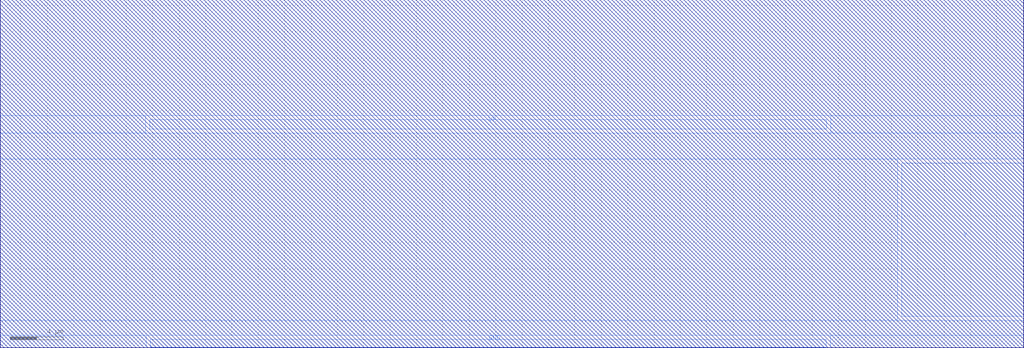
<source format=lef>
# Copyright 2022 GlobalFoundries PDK Authors
#
# Licensed under the Apache License, Version 2.0 (the "License");
# you may not use this file except in compliance with the License.
# You may obtain a copy of the License at
#
#      http://www.apache.org/licenses/LICENSE-2.0
#
# Unless required by applicable law or agreed to in writing, software
# distributed under the License is distributed on an "AS IS" BASIS,
# WITHOUT WARRANTIES OR CONDITIONS OF ANY KIND, either express or implied.
# See the License for the specific language governing permissions and
# limitations under the License.

##################################################################################
#
#           GLOBALFOUNDRIES
#
##################################################################################
#
# 180MCU Tech LEF File
# based on DRM DM-000013-01 Rev 13
# TFG-Version: 2.1.9
# Date: February 2018
#-------------------------------------------------------
# metal stack option: 5LM_1TM_9K
# Preferred routing directions:
# vertical:   Metal2 Metal4
# horizontal: Metal1 Metal3 Metal5
#------------------------------------------------------
# This Techfile contains not correct Parasitic Information.
# USE Appropriate parasitic files for Parasitic Extraction.
#------------------------------------------------------

VERSION 5.7 ;
BUSBITCHARS "[]" ;
DIVIDERCHAR "/" ;

UNITS
    DATABASE MICRONS 2000  ;
    CAPACITANCE PICOFARADS 1 ;
    CURRENT MILLIAMPS 1 ;
    RESISTANCE OHMS 1 ;
END UNITS

SITE GF018hv5v_mcu_sc7
  SYMMETRY X Y ;
  CLASS core ;
  SIZE 0.56 BY 3.92 ;
END GF018hv5v_mcu_sc7

PROPERTYDEFINITIONS
  LAYER LEF58_EOLENCLOSURE STRING ;
  LAYER LEF58_TYPE STRING ;
END PROPERTYDEFINITIONS

MANUFACTURINGGRID 0.0050 ;
CLEARANCEMEASURE EUCLIDEAN ;
USEMINSPACING OBS ON ;

LAYER Pwell
    TYPE MASTERSLICE ;
    PROPERTY LEF58_TYPE "TYPE PWELL ;" ;
END Pwell

LAYER Nwell
    TYPE MASTERSLICE ;
    PROPERTY LEF58_TYPE "TYPE NWELL ;" ;
END Nwell

LAYER Poly2
    TYPE MASTERSLICE ;
END Poly2

LAYER CON
    TYPE CUT ;
END CON



LAYER Metal1
    TYPE ROUTING ;
    DIRECTION HORIZONTAL ;

    PITCH 0.56 ;
    OFFSET 0.0 ;

    MINWIDTH 0.230 ;                   # Mn.1  (n=1)
    WIDTH 0.230 ;                      # Mn.1  (n=1)
    SPACING 0.230  ;                   # Mn.2a (n=1)
    SPACING 0.300 RANGE 10.005 999.00 ; # Mn.2b
    AREA 0.1444 ;                      # Mn.3

    THICKNESS 0.54 ;
    ANTENNAMODEL OXIDE1 ;
    ANTENNASIDEAREARATIO 400 ;

    DCCURRENTDENSITY AVERAGE 0.67 ;
    ACCURRENTDENSITY AVERAGE 1.00 ;

    CAPACITANCE CPERSQDIST 0.0004 ;
    RESISTANCE RPERSQ 0.090 ;

    MINIMUMDENSITY 30.0 ;
    DENSITYCHECKWINDOW 200.0 200.0 ;
    DENSITYCHECKSTEP 100.0 ;

END Metal1


LAYER Via1
  TYPE CUT ;
  SPACING 0.26 ;
  WIDTH   0.26 ;

  ENCLOSURE BELOW 0.00 0.06 ;
  ENCLOSURE ABOVE 0.01 0.06 ;
  PROPERTY LEF58_EOLENCLOSURE "
  	EOLENCLOSURE 0.34 0.06 ;" ;

  ARRAYSPACING CUTSPACING 0.36 ARRAYCUTS 4 SPACING 0.36 ; # Vn.2b
  RESISTANCE 4.5 ;

  ACCURRENTDENSITY AVERAGE 0.28 ;
  DCCURRENTDENSITY AVERAGE 0.18 ;
  ANTENNAMODEL OXIDE1 ;
  ANTENNAAREARATIO 20.0 ;
END Via1


LAYER Metal2
    TYPE ROUTING ;
    DIRECTION VERTICAL ;

    PITCH 0.56 ;
    OFFSET 0.0 ;

    MINWIDTH 0.280 ;
    WIDTH 0.280 ;                        # Mn.1  (n>1)
    SPACING 0.280 ;                      # Mn.2a (n>1)
    SPACING 0.300 RANGE 10.005 999.00 ;  # Mn.2b
    AREA 0.1444 ;                        # Mn.3

    THICKNESS 0.54 ;
    ANTENNAMODEL OXIDE1 ;
    ANTENNADIFFSIDEAREARATIO 400 ;
    ANTENNAGATEPLUSDIFF 2 ;

    DCCURRENTDENSITY AVERAGE 0.67 ;
    ACCURRENTDENSITY AVERAGE 1.00 ;

    CAPACITANCE CPERSQDIST 0.0003 ;
    RESISTANCE RPERSQ 0.090 ;

    MINIMUMDENSITY 30.0 ;
    DENSITYCHECKWINDOW 200.0 200.0 ;
    DENSITYCHECKSTEP 100.0 ;

END Metal2


LAYER Via2
  TYPE CUT ;
  SPACING 0.26 ;
  WIDTH   0.26 ;

  ENCLOSURE BELOW 0.01 0.06 ;
  ENCLOSURE ABOVE 0.01 0.06 ;

  # a bit conservative for Vn.3/4a without considering the protrusion length of 0.28
  PROPERTY LEF58_EOLENCLOSURE " EOLENCLOSURE 0.34 0.06 ; " ;

  ARRAYSPACING CUTSPACING 0.36 ARRAYCUTS 4 SPACING 0.36 ; # Vn.2b
  RESISTANCE 4.5 ;

  ACCURRENTDENSITY AVERAGE 0.28 ;
  DCCURRENTDENSITY AVERAGE 0.18 ;
  ANTENNAMODEL OXIDE1 ;
  ANTENNAAREARATIO 20.0 ;
END Via2


LAYER Metal3
    TYPE ROUTING ;
    DIRECTION HORIZONTAL ;

    PITCH 0.56 ;
    OFFSET 0.0 ;

    MINWIDTH 0.280 ;
    WIDTH 0.280 ;                        # Mn.1  (n>1)
    SPACING 0.280 ;                      # Mn.2a (n>1)
    SPACING 0.300 RANGE 10.005 999.00 ;  # Mn.2b
    AREA 0.1444 ;                        # Mn.3

    THICKNESS 0.54 ;
    ANTENNAMODEL OXIDE1 ;
    ANTENNADIFFSIDEAREARATIO 400 ;
    ANTENNAGATEPLUSDIFF 2 ;

    DCCURRENTDENSITY AVERAGE 0.67 ;
    ACCURRENTDENSITY AVERAGE 1.00 ;

    CAPACITANCE CPERSQDIST 0.00028 ;
    RESISTANCE RPERSQ 0.090 ;

    MINIMUMDENSITY 30.0 ;
    DENSITYCHECKWINDOW 200.0 200.0 ;
    DENSITYCHECKSTEP 100.0 ;

END Metal3


LAYER Via3
  TYPE CUT ;
  SPACING 0.26 ;
  WIDTH   0.26 ;

  ENCLOSURE BELOW 0.01 0.06 ;
  ENCLOSURE ABOVE 0.01 0.06 ;

  # a bit conservative for Vn.3/4a without considering the protrusion length of 0.28
  PROPERTY LEF58_EOLENCLOSURE " EOLENCLOSURE 0.34 0.06 ; " ;

  ARRAYSPACING CUTSPACING 0.36 ARRAYCUTS 4 SPACING 0.36 ; # Vn.2b
  RESISTANCE 4.5 ;

  ACCURRENTDENSITY AVERAGE 0.28 ;
  DCCURRENTDENSITY AVERAGE 0.18 ;
  ANTENNAMODEL OXIDE1 ;
  ANTENNAAREARATIO 20.0 ;
END Via3


LAYER Metal4
    TYPE ROUTING ;
    DIRECTION VERTICAL ;

    PITCH 0.56 ;
    OFFSET 0.0 ;

    MINWIDTH 0.280 ;
    WIDTH 0.280 ;                        # Mn.1  (n>1)
    SPACING 0.280 ;                      # Mn.2a (n>1)
    SPACING 0.300 RANGE 10.005 999.00 ;  # Mn.2b
    AREA 0.1444 ;                        # Mn.3

    THICKNESS 0.54 ;
    ANTENNAMODEL OXIDE1 ;
    ANTENNADIFFSIDEAREARATIO 400 ;
    ANTENNAGATEPLUSDIFF 2 ;

    DCCURRENTDENSITY AVERAGE 0.67 ;
    ACCURRENTDENSITY AVERAGE 1.00 ;

    CAPACITANCE CPERSQDIST 0.000277 ;
    RESISTANCE RPERSQ 0.090 ;

    MINIMUMDENSITY 30.0 ;
    DENSITYCHECKWINDOW 200.0 200.0 ;
    DENSITYCHECKSTEP 100.0 ;

END Metal4


LAYER Via4
  TYPE CUT ;
  SPACING 0.26 ;
  WIDTH   0.26 ;

  ENCLOSURE BELOW 0.01 0.06 ;
 # ENCLOSURE ABOVE 0.01 0.09 ;
  ENCLOSURE ABOVE 0.01 0.06 ;

  # a bit conservative for Vn.3/4a without considering the protrusion length of 0.28
  PROPERTY LEF58_EOLENCLOSURE " EOLENCLOSURE 0.34 0.06 ; " ;

  ARRAYSPACING CUTSPACING 0.36 ARRAYCUTS 4 SPACING 0.36 ; # Vn.2b
  RESISTANCE 4.5 ;

  ACCURRENTDENSITY AVERAGE 0.28 ;
  DCCURRENTDENSITY AVERAGE 0.18 ;
  ANTENNAMODEL OXIDE1 ;
  ANTENNAAREARATIO 20.0 ;
END Via4



LAYER Metal5
    TYPE ROUTING ;
    DIRECTION HORIZONTAL ;

    OFFSET 0.0 ;


    PITCH 0.9 ;
    MINWIDTH 0.440 ;
    WIDTH   0.440 ;                      # MT.1
    AREA    0.5625 ;                     # MT.4
    SPACING 0.460 ;                      # MT.2a
    SPACING 0.600 RANGE 10.005 999.00 ;  # MT.2b

    DCCURRENTDENSITY AVERAGE 1.21 ;
    ACCURRENTDENSITY AVERAGE 1.82 ;
    RESISTANCE RPERSQ 0.060 ;

    THICKNESS 0.99 ;

    ANTENNAMODEL OXIDE1 ;
    ANTENNADIFFSIDEAREARATIO 400 ;
    ANTENNAGATEPLUSDIFF 2 ;

    CAPACITANCE CPERSQDIST 0.000174 ;

    MINIMUMDENSITY 30.0 ;
    DENSITYCHECKWINDOW 200.0 200.0 ;
    DENSITYCHECKSTEP 100.0 ;

END Metal5



LAYER OVERLAP
  TYPE OVERLAP ;
END OVERLAP

LAYER PR_bndry
    TYPE MASTERSLICE ;
END PR_bndry


#------------------------------------------------------------
#  Via1 VIA SECTION
#------------------------------------------------------------
 VIA Via1_HH  DEFAULT
 LAYER Via1 ;
 RECT -0.130 -0.130 0.130 0.130 ;
 LAYER Metal1 ;
 RECT -0.190 -0.130 0.190 0.130 ;
 LAYER Metal2 ;
 RECT -0.190 -0.140 0.190 0.140 ;
 RESISTANCE 4.500 ;
 END Via1_HH

 VIA Via1_HV  DEFAULT
 LAYER Via1 ;
 RECT -0.130 -0.130 0.130 0.130 ;
 LAYER Metal1 ;
 RECT -0.190 -0.130 0.190 0.130 ;
 LAYER Metal2 ;
 RECT -0.140 -0.190 0.140 0.190 ;
 RESISTANCE 4.500 ;
 END Via1_HV

 VIA Via1_VH  DEFAULT
 LAYER Via1 ;
 RECT -0.130 -0.130 0.130 0.130 ;
 LAYER Metal1 ;
 RECT -0.130 -0.190 0.130 0.190 ;
 LAYER Metal2 ;
 RECT -0.190 -0.140 0.190 0.140 ;
 RESISTANCE 4.500 ;
 END Via1_VH

 VIA Via1_VV  DEFAULT
 LAYER Via1 ;
 RECT -0.130 -0.130 0.130 0.130 ;
 LAYER Metal1 ;
 RECT -0.130 -0.190 0.130 0.190 ;
 LAYER Metal2 ;
 RECT -0.140 -0.190 0.140 0.190 ;
 RESISTANCE 4.500 ;
 END Via1_VV

 VIA Via1_2CUT_H
 LAYER Via1 ;
 RECT -0.390 -0.130 -0.130 0.130 ;
 RECT 0.130 -0.130 0.390 0.130 ;
 LAYER Metal1 ;
 RECT -0.450 -0.130 0.450 0.130 ;
 LAYER Metal2 ;
 RECT -0.400 -0.190 0.400 0.190 ;
 END Via1_2CUT_H

 VIA Via1_2CUT_V
 LAYER Via1 ;
 RECT -0.130 -0.390 0.130 -0.130 ;
 RECT -0.130 0.130 0.130 0.390 ;
 LAYER Metal1 ;
 RECT -0.190 -0.390 0.190 0.390 ;
 LAYER Metal2 ;
 RECT -0.140 -0.450 0.140 0.450 ;
 END Via1_2CUT_V

 VIA Via1_2X2_0_60_10_60_H_H  DEFAULT
 LAYER Via1 ;
 RECT -0.390 -0.390 -0.130 -0.130 ;
 RECT 0.130 -0.390 0.390 -0.130 ;
 RECT -0.390 0.130 -0.130 0.390 ;
 RECT 0.130 0.130 0.390 0.390 ;
 LAYER Metal1 ;
 RECT -0.450 -0.390 0.450 0.390 ;
 LAYER Metal2 ;
 RECT -0.450 -0.400 0.450 0.400 ;
 END Via1_2X2_0_60_10_60_H_H

 VIA Via1_2X2_0_60_10_60_H_V  DEFAULT
 LAYER Via1 ;
 RECT -0.390 -0.390 -0.130 -0.130 ;
 RECT 0.130 -0.390 0.390 -0.130 ;
 RECT -0.390 0.130 -0.130 0.390 ;
 RECT 0.130 0.130 0.390 0.390 ;
 LAYER Metal1 ;
 RECT -0.450 -0.390 0.450 0.390 ;
 LAYER Metal2 ;
 RECT -0.400 -0.450 0.400 0.450 ;
 END Via1_2X2_0_60_10_60_H_V

 VIA Via1_2X2_0_60_10_60_V_H  DEFAULT
 LAYER Via1 ;
 RECT -0.390 -0.390 -0.130 -0.130 ;
 RECT 0.130 -0.390 0.390 -0.130 ;
 RECT -0.390 0.130 -0.130 0.390 ;
 RECT 0.130 0.130 0.390 0.390 ;
 LAYER Metal1 ;
 RECT -0.390 -0.450 0.390 0.450 ;
 LAYER Metal2 ;
 RECT -0.450 -0.400 0.450 0.400 ;
 END Via1_2X2_0_60_10_60_V_H

 VIA Via1_2X2_0_60_10_60_V_V  DEFAULT
 LAYER Via1 ;
 RECT -0.390 -0.390 -0.130 -0.130 ;
 RECT 0.130 -0.390 0.390 -0.130 ;
 RECT -0.390 0.130 -0.130 0.390 ;
 RECT 0.130 0.130 0.390 0.390 ;
 LAYER Metal1 ;
 RECT -0.390 -0.450 0.390 0.450 ;
 LAYER Metal2 ;
 RECT -0.400 -0.450 0.400 0.450 ;
 END Via1_2X2_0_60_10_60_V_V

VIARULE Via1_GEN_HH GENERATE
  LAYER Metal1 ;
    ENCLOSURE 0.060 0.000 ;
  LAYER Metal2 ;
    ENCLOSURE 0.060 0.010 ;
  LAYER Via1 ;
    RECT -0.130 -0.130 0.130 0.130 ;
    SPACING 0.520 BY 0.520 ;
END Via1_GEN_HH

VIARULE Via1_GEN_HV GENERATE
  LAYER Metal1 ;
    ENCLOSURE 0.060 0.000 ;
  LAYER Metal2 ;
    ENCLOSURE 0.010 0.060 ;
  LAYER Via1 ;
    RECT -0.130 -0.130 0.130 0.130 ;
    SPACING 0.520 BY 0.520 ;
END Via1_GEN_HV

VIARULE Via1_GEN_VH GENERATE
  LAYER Metal1 ;
    ENCLOSURE 0.000 0.060 ;
  LAYER Metal2 ;
    ENCLOSURE 0.060 0.010 ;
  LAYER Via1 ;
    RECT -0.130 -0.130 0.130 0.130 ;
    SPACING 0.520 BY 0.520 ;
END Via1_GEN_VH

VIARULE Via1_GEN_VV GENERATE
  LAYER Metal1 ;
    ENCLOSURE 0.000 0.060 ;
  LAYER Metal2 ;
    ENCLOSURE 0.010 0.060 ;
  LAYER Via1 ;
    RECT -0.130 -0.130 0.130 0.130 ;
    SPACING 0.520 BY 0.520 ;
END Via1_GEN_VV

 VIA Via1_4X4H_HH_DEFAULT  DEFAULT
 LAYER Via1 ;
 RECT -1.060 -1.060 -0.800 -0.800 ;
 RECT -0.440 -1.060 -0.180 -0.800 ;
 RECT 0.180 -1.060 0.440 -0.800 ;
 RECT 0.800 -1.060 1.060 -0.800 ;
 RECT -1.060 -0.440 -0.800 -0.180 ;
 RECT -0.440 -0.440 -0.180 -0.180 ;
 RECT 0.180 -0.440 0.440 -0.180 ;
 RECT 0.800 -0.440 1.060 -0.180 ;
 RECT -1.060 0.180 -0.800 0.440 ;
 RECT -0.440 0.180 -0.180 0.440 ;
 RECT 0.180 0.180 0.440 0.440 ;
 RECT 0.800 0.180 1.060 0.440 ;
 RECT -1.060 0.800 -0.800 1.060 ;
 RECT -0.440 0.800 -0.180 1.060 ;
 RECT 0.180 0.800 0.440 1.060 ;
 RECT 0.800 0.800 1.060 1.060 ;
 LAYER Metal1 ;
 RECT -1.120 -1.060 1.120 1.060 ;
 LAYER Metal2 ;
 RECT -1.120 -1.070 1.120 1.070 ;
 END Via1_4X4H_HH_DEFAULT

 VIA Via1_4X4H_HV_DEFAULT  DEFAULT
 LAYER Via1 ;
 RECT -1.060 -1.060 -0.800 -0.800 ;
 RECT -0.440 -1.060 -0.180 -0.800 ;
 RECT 0.180 -1.060 0.440 -0.800 ;
 RECT 0.800 -1.060 1.060 -0.800 ;
 RECT -1.060 -0.440 -0.800 -0.180 ;
 RECT -0.440 -0.440 -0.180 -0.180 ;
 RECT 0.180 -0.440 0.440 -0.180 ;
 RECT 0.800 -0.440 1.060 -0.180 ;
 RECT -1.060 0.180 -0.800 0.440 ;
 RECT -0.440 0.180 -0.180 0.440 ;
 RECT 0.180 0.180 0.440 0.440 ;
 RECT 0.800 0.180 1.060 0.440 ;
 RECT -1.060 0.800 -0.800 1.060 ;
 RECT -0.440 0.800 -0.180 1.060 ;
 RECT 0.180 0.800 0.440 1.060 ;
 RECT 0.800 0.800 1.060 1.060 ;
 LAYER Metal1 ;
 RECT -1.120 -1.060 1.120 1.060 ;
 LAYER Metal2 ;
 RECT -1.070 -1.120 1.070 1.120 ;
 END Via1_4X4H_HV_DEFAULT

 VIA Via1_4X4H_VH_DEFAULT  DEFAULT
 LAYER Via1 ;
 RECT -1.060 -1.060 -0.800 -0.800 ;
 RECT -0.440 -1.060 -0.180 -0.800 ;
 RECT 0.180 -1.060 0.440 -0.800 ;
 RECT 0.800 -1.060 1.060 -0.800 ;
 RECT -1.060 -0.440 -0.800 -0.180 ;
 RECT -0.440 -0.440 -0.180 -0.180 ;
 RECT 0.180 -0.440 0.440 -0.180 ;
 RECT 0.800 -0.440 1.060 -0.180 ;
 RECT -1.060 0.180 -0.800 0.440 ;
 RECT -0.440 0.180 -0.180 0.440 ;
 RECT 0.180 0.180 0.440 0.440 ;
 RECT 0.800 0.180 1.060 0.440 ;
 RECT -1.060 0.800 -0.800 1.060 ;
 RECT -0.440 0.800 -0.180 1.060 ;
 RECT 0.180 0.800 0.440 1.060 ;
 RECT 0.800 0.800 1.060 1.060 ;
 LAYER Metal1 ;
 RECT -1.060 -1.120 1.060 1.120 ;
 LAYER Metal2 ;
 RECT -1.120 -1.070 1.120 1.070 ;
 END Via1_4X4H_VH_DEFAULT

 VIA Via1_4X4H_VV_DEFAULT  DEFAULT
 LAYER Via1 ;
 RECT -1.060 -1.060 -0.800 -0.800 ;
 RECT -0.440 -1.060 -0.180 -0.800 ;
 RECT 0.180 -1.060 0.440 -0.800 ;
 RECT 0.800 -1.060 1.060 -0.800 ;
 RECT -1.060 -0.440 -0.800 -0.180 ;
 RECT -0.440 -0.440 -0.180 -0.180 ;
 RECT 0.180 -0.440 0.440 -0.180 ;
 RECT 0.800 -0.440 1.060 -0.180 ;
 RECT -1.060 0.180 -0.800 0.440 ;
 RECT -0.440 0.180 -0.180 0.440 ;
 RECT 0.180 0.180 0.440 0.440 ;
 RECT 0.800 0.180 1.060 0.440 ;
 RECT -1.060 0.800 -0.800 1.060 ;
 RECT -0.440 0.800 -0.180 1.060 ;
 RECT 0.180 0.800 0.440 1.060 ;
 RECT 0.800 0.800 1.060 1.060 ;
 LAYER Metal1 ;
 RECT -1.060 -1.120 1.060 1.120 ;
 LAYER Metal2 ;
 RECT -1.070 -1.120 1.070 1.120 ;
 END Via1_4X4H_VV_DEFAULT

#------------------------------------------------------------
#  Via2 VIA SECTION
#------------------------------------------------------------
 VIA Via2_HH  DEFAULT
 LAYER Via2 ;
 RECT -0.130 -0.130 0.130 0.130 ;
 LAYER Metal2 ;
 RECT -0.190 -0.140 0.190 0.140 ;
 LAYER Metal3 ;
 RECT -0.190 -0.140 0.190 0.140 ;
 RESISTANCE 4.500 ;
 END Via2_HH

 VIA Via2_HV  DEFAULT
 LAYER Via2 ;
 RECT -0.130 -0.130 0.130 0.130 ;
 LAYER Metal2 ;
 RECT -0.190 -0.140 0.190 0.140 ;
 LAYER Metal3 ;
 RECT -0.140 -0.190 0.140 0.190 ;
 RESISTANCE 4.500 ;
 END Via2_HV

 VIA Via2_VH  DEFAULT
 LAYER Via2 ;
 RECT -0.130 -0.130 0.130 0.130 ;
 LAYER Metal2 ;
 RECT -0.140 -0.190 0.140 0.190 ;
 LAYER Metal3 ;
 RECT -0.190 -0.140 0.190 0.140 ;
 RESISTANCE 4.500 ;
 END Via2_VH

 VIA Via2_VV  DEFAULT
 LAYER Via2 ;
 RECT -0.130 -0.130 0.130 0.130 ;
 LAYER Metal2 ;
 RECT -0.140 -0.190 0.140 0.190 ;
 LAYER Metal3 ;
 RECT -0.140 -0.190 0.140 0.190 ;
 RESISTANCE 4.500 ;
 END Via2_VV

 VIA Via2_2CUT_H
 LAYER Via2 ;
 RECT -0.390 -0.130 -0.130 0.130 ;
 RECT 0.130 -0.130 0.390 0.130 ;
 LAYER Metal2 ;
 RECT -0.390 -0.190 0.390 0.190 ;
 LAYER Metal3 ;
 RECT -0.450 -0.140 0.450 0.140 ;
 END Via2_2CUT_H

 VIA Via2_2CUT_V
 LAYER Via2 ;
 RECT -0.130 -0.390 0.130 -0.130 ;
 RECT -0.130 0.130 0.130 0.390 ;
 LAYER Metal2 ;
 RECT -0.130 -0.450 0.130 0.450 ;
 LAYER Metal3 ;
 RECT -0.190 -0.400 0.190 0.400 ;
 END Via2_2CUT_V

 VIA Via2_2X2_0_60_10_60_H_H  DEFAULT
 LAYER Via2 ;
 RECT -0.390 -0.390 -0.130 -0.130 ;
 RECT 0.130 -0.390 0.390 -0.130 ;
 RECT -0.390 0.130 -0.130 0.390 ;
 RECT 0.130 0.130 0.390 0.390 ;
 LAYER Metal2 ;
 RECT -0.450 -0.390 0.450 0.390 ;
 LAYER Metal3 ;
 RECT -0.450 -0.400 0.450 0.400 ;
 END Via2_2X2_0_60_10_60_H_H

 VIA Via2_2X2_0_60_10_60_H_V  DEFAULT
 LAYER Via2 ;
 RECT -0.390 -0.390 -0.130 -0.130 ;
 RECT 0.130 -0.390 0.390 -0.130 ;
 RECT -0.390 0.130 -0.130 0.390 ;
 RECT 0.130 0.130 0.390 0.390 ;
 LAYER Metal2 ;
 RECT -0.450 -0.390 0.450 0.390 ;
 LAYER Metal3 ;
 RECT -0.400 -0.450 0.400 0.450 ;
 END Via2_2X2_0_60_10_60_H_V

 VIA Via2_2X2_0_60_10_60_V_H  DEFAULT
 LAYER Via2 ;
 RECT -0.390 -0.390 -0.130 -0.130 ;
 RECT 0.130 -0.390 0.390 -0.130 ;
 RECT -0.390 0.130 -0.130 0.390 ;
 RECT 0.130 0.130 0.390 0.390 ;
 LAYER Metal2 ;
 RECT -0.390 -0.450 0.390 0.450 ;
 LAYER Metal3 ;
 RECT -0.450 -0.400 0.450 0.400 ;
 END Via2_2X2_0_60_10_60_V_H

 VIA Via2_2X2_0_60_10_60_V_V  DEFAULT
 LAYER Via2 ;
 RECT -0.390 -0.390 -0.130 -0.130 ;
 RECT 0.130 -0.390 0.390 -0.130 ;
 RECT -0.390 0.130 -0.130 0.390 ;
 RECT 0.130 0.130 0.390 0.390 ;
 LAYER Metal2 ;
 RECT -0.390 -0.450 0.390 0.450 ;
 LAYER Metal3 ;
 RECT -0.400 -0.450 0.400 0.450 ;
 END Via2_2X2_0_60_10_60_V_V

VIARULE Via2_GEN_HH GENERATE
  LAYER Metal2 ;
    ENCLOSURE 0.060 0.010 ;
  LAYER Metal3 ;
    ENCLOSURE 0.060 0.010 ;
  LAYER Via2 ;
    RECT -0.130 -0.130 0.130 0.130 ;
    SPACING 0.520 BY 0.520 ;
END Via2_GEN_HH

VIARULE Via2_GEN_HV GENERATE
  LAYER Metal2 ;
    ENCLOSURE 0.060 0.010 ;
  LAYER Metal3 ;
    ENCLOSURE 0.010 0.060 ;
  LAYER Via2 ;
    RECT -0.130 -0.130 0.130 0.130 ;
    SPACING 0.520 BY 0.520 ;
END Via2_GEN_HV

VIARULE Via2_GEN_VH GENERATE
  LAYER Metal2 ;
    ENCLOSURE 0.010 0.060 ;
  LAYER Metal3 ;
    ENCLOSURE 0.060 0.010 ;
  LAYER Via2 ;
    RECT -0.130 -0.130 0.130 0.130 ;
    SPACING 0.520 BY 0.520 ;
END Via2_GEN_VH

VIARULE Via2_GEN_VV GENERATE
  LAYER Metal2 ;
    ENCLOSURE 0.010 0.060 ;
  LAYER Metal3 ;
    ENCLOSURE 0.010 0.060 ;
  LAYER Via2 ;
    RECT -0.130 -0.130 0.130 0.130 ;
    SPACING 0.520 BY 0.520 ;
END Via2_GEN_VV

 VIA Via2_4X4H_HH_DEFAULT  DEFAULT
 LAYER Via2 ;
 RECT -1.060 -1.060 -0.800 -0.800 ;
 RECT -0.440 -1.060 -0.180 -0.800 ;
 RECT 0.180 -1.060 0.440 -0.800 ;
 RECT 0.800 -1.060 1.060 -0.800 ;
 RECT -1.060 -0.440 -0.800 -0.180 ;
 RECT -0.440 -0.440 -0.180 -0.180 ;
 RECT 0.180 -0.440 0.440 -0.180 ;
 RECT 0.800 -0.440 1.060 -0.180 ;
 RECT -1.060 0.180 -0.800 0.440 ;
 RECT -0.440 0.180 -0.180 0.440 ;
 RECT 0.180 0.180 0.440 0.440 ;
 RECT 0.800 0.180 1.060 0.440 ;
 RECT -1.060 0.800 -0.800 1.060 ;
 RECT -0.440 0.800 -0.180 1.060 ;
 RECT 0.180 0.800 0.440 1.060 ;
 RECT 0.800 0.800 1.060 1.060 ;
 LAYER Metal2 ;
 RECT -1.120 -1.070 1.120 1.070 ;
 LAYER Metal3 ;
 RECT -1.120 -1.070 1.120 1.070 ;
 END Via2_4X4H_HH_DEFAULT

 VIA Via2_4X4H_HV_DEFAULT  DEFAULT
 LAYER Via2 ;
 RECT -1.060 -1.060 -0.800 -0.800 ;
 RECT -0.440 -1.060 -0.180 -0.800 ;
 RECT 0.180 -1.060 0.440 -0.800 ;
 RECT 0.800 -1.060 1.060 -0.800 ;
 RECT -1.060 -0.440 -0.800 -0.180 ;
 RECT -0.440 -0.440 -0.180 -0.180 ;
 RECT 0.180 -0.440 0.440 -0.180 ;
 RECT 0.800 -0.440 1.060 -0.180 ;
 RECT -1.060 0.180 -0.800 0.440 ;
 RECT -0.440 0.180 -0.180 0.440 ;
 RECT 0.180 0.180 0.440 0.440 ;
 RECT 0.800 0.180 1.060 0.440 ;
 RECT -1.060 0.800 -0.800 1.060 ;
 RECT -0.440 0.800 -0.180 1.060 ;
 RECT 0.180 0.800 0.440 1.060 ;
 RECT 0.800 0.800 1.060 1.060 ;
 LAYER Metal2 ;
 RECT -1.120 -1.070 1.120 1.070 ;
 LAYER Metal3 ;
 RECT -1.070 -1.120 1.070 1.120 ;
 END Via2_4X4H_HV_DEFAULT

 VIA Via2_4X4H_VH_DEFAULT  DEFAULT
 LAYER Via2 ;
 RECT -1.060 -1.060 -0.800 -0.800 ;
 RECT -0.440 -1.060 -0.180 -0.800 ;
 RECT 0.180 -1.060 0.440 -0.800 ;
 RECT 0.800 -1.060 1.060 -0.800 ;
 RECT -1.060 -0.440 -0.800 -0.180 ;
 RECT -0.440 -0.440 -0.180 -0.180 ;
 RECT 0.180 -0.440 0.440 -0.180 ;
 RECT 0.800 -0.440 1.060 -0.180 ;
 RECT -1.060 0.180 -0.800 0.440 ;
 RECT -0.440 0.180 -0.180 0.440 ;
 RECT 0.180 0.180 0.440 0.440 ;
 RECT 0.800 0.180 1.060 0.440 ;
 RECT -1.060 0.800 -0.800 1.060 ;
 RECT -0.440 0.800 -0.180 1.060 ;
 RECT 0.180 0.800 0.440 1.060 ;
 RECT 0.800 0.800 1.060 1.060 ;
 LAYER Metal2 ;
 RECT -1.070 -1.120 1.070 1.120 ;
 LAYER Metal3 ;
 RECT -1.120 -1.070 1.120 1.070 ;
 END Via2_4X4H_VH_DEFAULT

 VIA Via2_4X4H_VV_DEFAULT  DEFAULT
 LAYER Via2 ;
 RECT -1.060 -1.060 -0.800 -0.800 ;
 RECT -0.440 -1.060 -0.180 -0.800 ;
 RECT 0.180 -1.060 0.440 -0.800 ;
 RECT 0.800 -1.060 1.060 -0.800 ;
 RECT -1.060 -0.440 -0.800 -0.180 ;
 RECT -0.440 -0.440 -0.180 -0.180 ;
 RECT 0.180 -0.440 0.440 -0.180 ;
 RECT 0.800 -0.440 1.060 -0.180 ;
 RECT -1.060 0.180 -0.800 0.440 ;
 RECT -0.440 0.180 -0.180 0.440 ;
 RECT 0.180 0.180 0.440 0.440 ;
 RECT 0.800 0.180 1.060 0.440 ;
 RECT -1.060 0.800 -0.800 1.060 ;
 RECT -0.440 0.800 -0.180 1.060 ;
 RECT 0.180 0.800 0.440 1.060 ;
 RECT 0.800 0.800 1.060 1.060 ;
 LAYER Metal2 ;
 RECT -1.070 -1.120 1.070 1.120 ;
 LAYER Metal3 ;
 RECT -1.070 -1.120 1.070 1.120 ;
 END Via2_4X4H_VV_DEFAULT

#------------------------------------------------------------
#  Via3 VIA SECTION
#------------------------------------------------------------
 VIA Via3_HH  DEFAULT
 LAYER Via3 ;
 RECT -0.130 -0.130 0.130 0.130 ;
 LAYER Metal3 ;
 RECT -0.190 -0.140 0.190 0.140 ;
 LAYER Metal4 ;
 RECT -0.190 -0.140 0.190 0.140 ;
 RESISTANCE 4.500 ;
 END Via3_HH

 VIA Via3_HV  DEFAULT
 LAYER Via3 ;
 RECT -0.130 -0.130 0.130 0.130 ;
 LAYER Metal3 ;
 RECT -0.190 -0.140 0.190 0.140 ;
 LAYER Metal4 ;
 RECT -0.140 -0.190 0.140 0.190 ;
 RESISTANCE 4.500 ;
 END Via3_HV

 VIA Via3_VH  DEFAULT
 LAYER Via3 ;
 RECT -0.130 -0.130 0.130 0.130 ;
 LAYER Metal3 ;
 RECT -0.140 -0.190 0.140 0.190 ;
 LAYER Metal4 ;
 RECT -0.190 -0.140 0.190 0.140 ;
 RESISTANCE 4.500 ;
 END Via3_VH

 VIA Via3_VV  DEFAULT
 LAYER Via3 ;
 RECT -0.130 -0.130 0.130 0.130 ;
 LAYER Metal3 ;
 RECT -0.140 -0.190 0.140 0.190 ;
 LAYER Metal4 ;
 RECT -0.140 -0.190 0.140 0.190 ;
 RESISTANCE 4.500 ;
 END Via3_VV

 VIA Via3_2CUT_H
 LAYER Via3 ;
 RECT -0.390 -0.130 -0.130 0.130 ;
 RECT 0.130 -0.130 0.390 0.130 ;
 LAYER Metal3 ;
 RECT -0.450 -0.130 0.450 0.130 ;
 LAYER Metal4 ;
 RECT -0.400 -0.190 0.400 0.190 ;
 END Via3_2CUT_H

 VIA Via3_2CUT_V
 LAYER Via3 ;
 RECT -0.130 -0.390 0.130 -0.130 ;
 RECT -0.130 0.130 0.130 0.390 ;
 LAYER Metal3 ;
 RECT -0.190 -0.390 0.190 0.390 ;
 LAYER Metal4 ;
 RECT -0.140 -0.450 0.140 0.450 ;
 END Via3_2CUT_V

 VIA Via3_2X2_0_60_10_60_H_H  DEFAULT
 LAYER Via3 ;
 RECT -0.390 -0.390 -0.130 -0.130 ;
 RECT 0.130 -0.390 0.390 -0.130 ;
 RECT -0.390 0.130 -0.130 0.390 ;
 RECT 0.130 0.130 0.390 0.390 ;
 LAYER Metal3 ;
 RECT -0.450 -0.390 0.450 0.390 ;
 LAYER Metal4 ;
 RECT -0.450 -0.400 0.450 0.400 ;
 END Via3_2X2_0_60_10_60_H_H

 VIA Via3_2X2_0_60_10_60_H_V  DEFAULT
 LAYER Via3 ;
 RECT -0.390 -0.390 -0.130 -0.130 ;
 RECT 0.130 -0.390 0.390 -0.130 ;
 RECT -0.390 0.130 -0.130 0.390 ;
 RECT 0.130 0.130 0.390 0.390 ;
 LAYER Metal3 ;
 RECT -0.450 -0.390 0.450 0.390 ;
 LAYER Metal4 ;
 RECT -0.400 -0.450 0.400 0.450 ;
 END Via3_2X2_0_60_10_60_H_V

 VIA Via3_2X2_0_60_10_60_V_H  DEFAULT
 LAYER Via3 ;
 RECT -0.390 -0.390 -0.130 -0.130 ;
 RECT 0.130 -0.390 0.390 -0.130 ;
 RECT -0.390 0.130 -0.130 0.390 ;
 RECT 0.130 0.130 0.390 0.390 ;
 LAYER Metal3 ;
 RECT -0.390 -0.450 0.390 0.450 ;
 LAYER Metal4 ;
 RECT -0.450 -0.400 0.450 0.400 ;
 END Via3_2X2_0_60_10_60_V_H

 VIA Via3_2X2_0_60_10_60_V_V  DEFAULT
 LAYER Via3 ;
 RECT -0.390 -0.390 -0.130 -0.130 ;
 RECT 0.130 -0.390 0.390 -0.130 ;
 RECT -0.390 0.130 -0.130 0.390 ;
 RECT 0.130 0.130 0.390 0.390 ;
 LAYER Metal3 ;
 RECT -0.390 -0.450 0.390 0.450 ;
 LAYER Metal4 ;
 RECT -0.400 -0.450 0.400 0.450 ;
 END Via3_2X2_0_60_10_60_V_V

VIARULE Via3_GEN_HH GENERATE
  LAYER Metal3 ;
    ENCLOSURE 0.060 0.010 ;
  LAYER Metal4 ;
    ENCLOSURE 0.060 0.010 ;
  LAYER Via3 ;
    RECT -0.130 -0.130 0.130 0.130 ;
    SPACING 0.520 BY 0.520 ;
END Via3_GEN_HH

VIARULE Via3_GEN_HV GENERATE
  LAYER Metal3 ;
    ENCLOSURE 0.060 0.010 ;
  LAYER Metal4 ;
    ENCLOSURE 0.010 0.060 ;
  LAYER Via3 ;
    RECT -0.130 -0.130 0.130 0.130 ;
    SPACING 0.520 BY 0.520 ;
END Via3_GEN_HV

VIARULE Via3_GEN_VH GENERATE
  LAYER Metal3 ;
    ENCLOSURE 0.010 0.060 ;
  LAYER Metal4 ;
    ENCLOSURE 0.060 0.010 ;
  LAYER Via3 ;
    RECT -0.130 -0.130 0.130 0.130 ;
    SPACING 0.520 BY 0.520 ;
END Via3_GEN_VH

VIARULE Via3_GEN_VV GENERATE
  LAYER Metal3 ;
    ENCLOSURE 0.010 0.060 ;
  LAYER Metal4 ;
    ENCLOSURE 0.010 0.060 ;
  LAYER Via3 ;
    RECT -0.130 -0.130 0.130 0.130 ;
    SPACING 0.520 BY 0.520 ;
END Via3_GEN_VV

 VIA Via3_4X4H_HH_DEFAULT  DEFAULT
 LAYER Via3 ;
 RECT -1.060 -1.060 -0.800 -0.800 ;
 RECT -0.440 -1.060 -0.180 -0.800 ;
 RECT 0.180 -1.060 0.440 -0.800 ;
 RECT 0.800 -1.060 1.060 -0.800 ;
 RECT -1.060 -0.440 -0.800 -0.180 ;
 RECT -0.440 -0.440 -0.180 -0.180 ;
 RECT 0.180 -0.440 0.440 -0.180 ;
 RECT 0.800 -0.440 1.060 -0.180 ;
 RECT -1.060 0.180 -0.800 0.440 ;
 RECT -0.440 0.180 -0.180 0.440 ;
 RECT 0.180 0.180 0.440 0.440 ;
 RECT 0.800 0.180 1.060 0.440 ;
 RECT -1.060 0.800 -0.800 1.060 ;
 RECT -0.440 0.800 -0.180 1.060 ;
 RECT 0.180 0.800 0.440 1.060 ;
 RECT 0.800 0.800 1.060 1.060 ;
 LAYER Metal3 ;
 RECT -1.120 -1.070 1.120 1.070 ;
 LAYER Metal4 ;
 RECT -1.120 -1.070 1.120 1.070 ;
 END Via3_4X4H_HH_DEFAULT

 VIA Via3_4X4H_HV_DEFAULT  DEFAULT
 LAYER Via3 ;
 RECT -1.060 -1.060 -0.800 -0.800 ;
 RECT -0.440 -1.060 -0.180 -0.800 ;
 RECT 0.180 -1.060 0.440 -0.800 ;
 RECT 0.800 -1.060 1.060 -0.800 ;
 RECT -1.060 -0.440 -0.800 -0.180 ;
 RECT -0.440 -0.440 -0.180 -0.180 ;
 RECT 0.180 -0.440 0.440 -0.180 ;
 RECT 0.800 -0.440 1.060 -0.180 ;
 RECT -1.060 0.180 -0.800 0.440 ;
 RECT -0.440 0.180 -0.180 0.440 ;
 RECT 0.180 0.180 0.440 0.440 ;
 RECT 0.800 0.180 1.060 0.440 ;
 RECT -1.060 0.800 -0.800 1.060 ;
 RECT -0.440 0.800 -0.180 1.060 ;
 RECT 0.180 0.800 0.440 1.060 ;
 RECT 0.800 0.800 1.060 1.060 ;
 LAYER Metal3 ;
 RECT -1.120 -1.070 1.120 1.070 ;
 LAYER Metal4 ;
 RECT -1.070 -1.120 1.070 1.120 ;
 END Via3_4X4H_HV_DEFAULT

 VIA Via3_4X4H_VH_DEFAULT  DEFAULT
 LAYER Via3 ;
 RECT -1.060 -1.060 -0.800 -0.800 ;
 RECT -0.440 -1.060 -0.180 -0.800 ;
 RECT 0.180 -1.060 0.440 -0.800 ;
 RECT 0.800 -1.060 1.060 -0.800 ;
 RECT -1.060 -0.440 -0.800 -0.180 ;
 RECT -0.440 -0.440 -0.180 -0.180 ;
 RECT 0.180 -0.440 0.440 -0.180 ;
 RECT 0.800 -0.440 1.060 -0.180 ;
 RECT -1.060 0.180 -0.800 0.440 ;
 RECT -0.440 0.180 -0.180 0.440 ;
 RECT 0.180 0.180 0.440 0.440 ;
 RECT 0.800 0.180 1.060 0.440 ;
 RECT -1.060 0.800 -0.800 1.060 ;
 RECT -0.440 0.800 -0.180 1.060 ;
 RECT 0.180 0.800 0.440 1.060 ;
 RECT 0.800 0.800 1.060 1.060 ;
 LAYER Metal3 ;
 RECT -1.070 -1.120 1.070 1.120 ;
 LAYER Metal4 ;
 RECT -1.120 -1.070 1.120 1.070 ;
 END Via3_4X4H_VH_DEFAULT

 VIA Via3_4X4H_VV_DEFAULT  DEFAULT
 LAYER Via3 ;
 RECT -1.060 -1.060 -0.800 -0.800 ;
 RECT -0.440 -1.060 -0.180 -0.800 ;
 RECT 0.180 -1.060 0.440 -0.800 ;
 RECT 0.800 -1.060 1.060 -0.800 ;
 RECT -1.060 -0.440 -0.800 -0.180 ;
 RECT -0.440 -0.440 -0.180 -0.180 ;
 RECT 0.180 -0.440 0.440 -0.180 ;
 RECT 0.800 -0.440 1.060 -0.180 ;
 RECT -1.060 0.180 -0.800 0.440 ;
 RECT -0.440 0.180 -0.180 0.440 ;
 RECT 0.180 0.180 0.440 0.440 ;
 RECT 0.800 0.180 1.060 0.440 ;
 RECT -1.060 0.800 -0.800 1.060 ;
 RECT -0.440 0.800 -0.180 1.060 ;
 RECT 0.180 0.800 0.440 1.060 ;
 RECT 0.800 0.800 1.060 1.060 ;
 LAYER Metal3 ;
 RECT -1.070 -1.120 1.070 1.120 ;
 LAYER Metal4 ;
 RECT -1.070 -1.120 1.070 1.120 ;
 END Via3_4X4H_VV_DEFAULT

#------------------------------------------------------------
#  Via4 VIA SECTION
#------------------------------------------------------------
 VIA Via4_HH  DEFAULT
 LAYER Via4 ;
 RECT -0.130 -0.130 0.130 0.130 ;
 LAYER Metal4 ;
 RECT -0.190 -0.140 0.190 0.140 ;
 LAYER Metal5 ;
 RECT -0.220 -0.140 0.220 0.140 ;
 RESISTANCE 4.500 ;
 END Via4_HH

 VIA Via4_HV  DEFAULT
 LAYER Via4 ;
 RECT -0.130 -0.130 0.130 0.130 ;
 LAYER Metal4 ;
 RECT -0.190 -0.140 0.190 0.140 ;
 LAYER Metal5 ;
 RECT -0.140 -0.220 0.140 0.220 ;
 RESISTANCE 4.500 ;
 END Via4_HV

 VIA Via4_VH  DEFAULT
 LAYER Via4 ;
 RECT -0.130 -0.130 0.130 0.130 ;
 LAYER Metal4 ;
 RECT -0.140 -0.190 0.140 0.190 ;
 LAYER Metal5 ;
 RECT -0.220 -0.140 0.220 0.140 ;
 RESISTANCE 4.500 ;
 END Via4_VH

 VIA Via4_VV  DEFAULT
 LAYER Via4 ;
 RECT -0.130 -0.130 0.130 0.130 ;
 LAYER Metal4 ;
 RECT -0.140 -0.190 0.140 0.190 ;
 LAYER Metal5 ;
 RECT -0.140 -0.220 0.140 0.220 ;
 RESISTANCE 4.500 ;
 END Via4_VV

 VIA Via4_1_HH  DEFAULT
 LAYER Via4 ;
 RECT -0.130 -0.130 0.130 0.130 ;
 LAYER Metal4 ;
 RECT -0.190 -0.140 0.190 0.140 ;
 LAYER Metal5 ;
 RECT -0.190 -0.140 0.190 0.140 ;
 RESISTANCE 4.500 ;
 END Via4_1_HH

 VIA Via4_1_HV  DEFAULT
 LAYER Via4 ;
 RECT -0.130 -0.130 0.130 0.130 ;
 LAYER Metal4 ;
 RECT -0.190 -0.140 0.190 0.140 ;
 LAYER Metal5 ;
 RECT -0.140 -0.190 0.140 0.190 ;
 RESISTANCE 4.500 ;
 END Via4_1_HV

 VIA Via4_1_VH  DEFAULT
 LAYER Via4 ;
 RECT -0.130 -0.130 0.130 0.130 ;
 LAYER Metal4 ;
 RECT -0.140 -0.190 0.140 0.190 ;
 LAYER Metal5 ;
 RECT -0.190 -0.140 0.190 0.140 ;
 RESISTANCE 4.500 ;
 END Via4_1_VH

 VIA Via4_1_VV  DEFAULT
 LAYER Via4 ;
 RECT -0.130 -0.130 0.130 0.130 ;
 LAYER Metal4 ;
 RECT -0.140 -0.190 0.140 0.190 ;
 LAYER Metal5 ;
 RECT -0.140 -0.190 0.140 0.190 ;
 RESISTANCE 4.500 ;
 END Via4_1_VV

 VIA Via4_2CUT_H
 LAYER Via4 ;
 RECT -0.390 -0.130 -0.130 0.130 ;
 RECT 0.130 -0.130 0.390 0.130 ;
 LAYER Metal4 ;
 RECT -0.400 -0.190 0.400 0.190 ;
 LAYER Metal5 ;
 RECT -0.450 -0.140 0.450 0.140 ;
 END Via4_2CUT_H

 VIA Via4_2CUT_V
 LAYER Via4 ;
 RECT -0.130 -0.390 0.130 -0.130 ;
 RECT -0.130 0.130 0.130 0.390 ;
 LAYER Metal4 ;
 RECT -0.140 -0.450 0.140 0.450 ;
 LAYER Metal5 ;
 RECT -0.190 -0.400 0.190 0.400 ;
 END Via4_2CUT_V

 VIA Via4_2X2_10_60_10_60_H_H  DEFAULT
 LAYER Via4 ;
 RECT -0.390 -0.390 -0.130 -0.130 ;
 RECT 0.130 -0.390 0.390 -0.130 ;
 RECT -0.390 0.130 -0.130 0.390 ;
 RECT 0.130 0.130 0.390 0.390 ;
 LAYER Metal4 ;
 RECT -0.450 -0.400 0.450 0.400 ;
 LAYER Metal5 ;
 RECT -0.450 -0.400 0.450 0.400 ;
 END Via4_2X2_10_60_10_60_H_H

 VIA Via4_2X2_10_60_10_60_H_V  DEFAULT
 LAYER Via4 ;
 RECT -0.390 -0.390 -0.130 -0.130 ;
 RECT 0.130 -0.390 0.390 -0.130 ;
 RECT -0.390 0.130 -0.130 0.390 ;
 RECT 0.130 0.130 0.390 0.390 ;
 LAYER Metal4 ;
 RECT -0.450 -0.400 0.450 0.400 ;
 LAYER Metal5 ;
 RECT -0.400 -0.450 0.400 0.450 ;
 END Via4_2X2_10_60_10_60_H_V

 VIA Via4_2X2_10_60_10_60_V_H  DEFAULT
 LAYER Via4 ;
 RECT -0.390 -0.390 -0.130 -0.130 ;
 RECT 0.130 -0.390 0.390 -0.130 ;
 RECT -0.390 0.130 -0.130 0.390 ;
 RECT 0.130 0.130 0.390 0.390 ;
 LAYER Metal4 ;
 RECT -0.400 -0.450 0.400 0.450 ;
 LAYER Metal5 ;
 RECT -0.450 -0.400 0.450 0.400 ;
 END Via4_2X2_10_60_10_60_V_H

 VIA Via4_2X2_10_60_10_60_V_V  DEFAULT
 LAYER Via4 ;
 RECT -0.390 -0.390 -0.130 -0.130 ;
 RECT 0.130 -0.390 0.390 -0.130 ;
 RECT -0.390 0.130 -0.130 0.390 ;
 RECT 0.130 0.130 0.390 0.390 ;
 LAYER Metal4 ;
 RECT -0.400 -0.450 0.400 0.450 ;
 LAYER Metal5 ;
 RECT -0.400 -0.450 0.400 0.450 ;
 END Via4_2X2_10_60_10_60_V_V

VIARULE Via4_GEN_HH GENERATE
  LAYER Metal4 ;
    ENCLOSURE 0.060 0.010 ;
  LAYER Metal5 ;
    ENCLOSURE 0.090 0.010 ;
  LAYER Via4 ;
    RECT -0.130 -0.130 0.130 0.130 ;
    SPACING 0.520 BY 0.520 ;
END Via4_GEN_HH

VIARULE Via4_GEN_HV GENERATE
  LAYER Metal4 ;
    ENCLOSURE 0.060 0.010 ;
  LAYER Metal5 ;
    ENCLOSURE 0.010 0.090 ;
  LAYER Via4 ;
    RECT -0.130 -0.130 0.130 0.130 ;
    SPACING 0.520 BY 0.520 ;
END Via4_GEN_HV

VIARULE Via4_GEN_VH GENERATE
  LAYER Metal4 ;
    ENCLOSURE 0.010 0.060 ;
  LAYER Metal5 ;
    ENCLOSURE 0.090 0.010 ;
  LAYER Via4 ;
    RECT -0.130 -0.130 0.130 0.130 ;
    SPACING 0.520 BY 0.520 ;
END Via4_GEN_VH

VIARULE Via4_GEN_VV GENERATE
  LAYER Metal4 ;
    ENCLOSURE 0.010 0.060 ;
  LAYER Metal5 ;
    ENCLOSURE 0.010 0.090 ;
  LAYER Via4 ;
    RECT -0.130 -0.130 0.130 0.130 ;
    SPACING 0.520 BY 0.520 ;
END Via4_GEN_VV

VIARULE Via4_0_RULE GENERATE
  LAYER Metal4 ;
    ENCLOSURE 0.010 0.060 ;
  LAYER Metal5 ;
    ENCLOSURE 0.060 0.010 ;
  LAYER Via4 ;
    RECT -0.130 -0.130 0.130 0.130 ;
    SPACING 0.520 BY 0.520 ;
END Via4_0_RULE

VIARULE Via4_0 GENERATE
  LAYER Metal4 ;
    ENCLOSURE 0.010 0.060 ;
  LAYER Metal5 ;
    ENCLOSURE 0.010 0.060 ;
  LAYER Via4 ;
    RECT -0.130 -0.130 0.130 0.130 ;
    SPACING 0.520 BY 0.520 ;
END Via4_0

 VIA Via4_4X4H_HH_DEFAULT  DEFAULT
 LAYER Via4 ;
 RECT -1.060 -1.060 -0.800 -0.800 ;
 RECT -0.440 -1.060 -0.180 -0.800 ;
 RECT 0.180 -1.060 0.440 -0.800 ;
 RECT 0.800 -1.060 1.060 -0.800 ;
 RECT -1.060 -0.440 -0.800 -0.180 ;
 RECT -0.440 -0.440 -0.180 -0.180 ;
 RECT 0.180 -0.440 0.440 -0.180 ;
 RECT 0.800 -0.440 1.060 -0.180 ;
 RECT -1.060 0.180 -0.800 0.440 ;
 RECT -0.440 0.180 -0.180 0.440 ;
 RECT 0.180 0.180 0.440 0.440 ;
 RECT 0.800 0.180 1.060 0.440 ;
 RECT -1.060 0.800 -0.800 1.060 ;
 RECT -0.440 0.800 -0.180 1.060 ;
 RECT 0.180 0.800 0.440 1.060 ;
 RECT 0.800 0.800 1.060 1.060 ;
 LAYER Metal4 ;
 RECT -1.120 -1.070 1.120 1.070 ;
 LAYER Metal5 ;
 RECT -1.120 -1.070 1.120 1.070 ;
 END Via4_4X4H_HH_DEFAULT

 VIA Via4_4X4H_HV_DEFAULT  DEFAULT
 LAYER Via4 ;
 RECT -1.060 -1.060 -0.800 -0.800 ;
 RECT -0.440 -1.060 -0.180 -0.800 ;
 RECT 0.180 -1.060 0.440 -0.800 ;
 RECT 0.800 -1.060 1.060 -0.800 ;
 RECT -1.060 -0.440 -0.800 -0.180 ;
 RECT -0.440 -0.440 -0.180 -0.180 ;
 RECT 0.180 -0.440 0.440 -0.180 ;
 RECT 0.800 -0.440 1.060 -0.180 ;
 RECT -1.060 0.180 -0.800 0.440 ;
 RECT -0.440 0.180 -0.180 0.440 ;
 RECT 0.180 0.180 0.440 0.440 ;
 RECT 0.800 0.180 1.060 0.440 ;
 RECT -1.060 0.800 -0.800 1.060 ;
 RECT -0.440 0.800 -0.180 1.060 ;
 RECT 0.180 0.800 0.440 1.060 ;
 RECT 0.800 0.800 1.060 1.060 ;
 LAYER Metal4 ;
 RECT -1.120 -1.070 1.120 1.070 ;
 LAYER Metal5 ;
 RECT -1.070 -1.120 1.070 1.120 ;
 END Via4_4X4H_HV_DEFAULT

 VIA Via4_4X4H_VH_DEFAULT  DEFAULT
 LAYER Via4 ;
 RECT -1.060 -1.060 -0.800 -0.800 ;
 RECT -0.440 -1.060 -0.180 -0.800 ;
 RECT 0.180 -1.060 0.440 -0.800 ;
 RECT 0.800 -1.060 1.060 -0.800 ;
 RECT -1.060 -0.440 -0.800 -0.180 ;
 RECT -0.440 -0.440 -0.180 -0.180 ;
 RECT 0.180 -0.440 0.440 -0.180 ;
 RECT 0.800 -0.440 1.060 -0.180 ;
 RECT -1.060 0.180 -0.800 0.440 ;
 RECT -0.440 0.180 -0.180 0.440 ;
 RECT 0.180 0.180 0.440 0.440 ;
 RECT 0.800 0.180 1.060 0.440 ;
 RECT -1.060 0.800 -0.800 1.060 ;
 RECT -0.440 0.800 -0.180 1.060 ;
 RECT 0.180 0.800 0.440 1.060 ;
 RECT 0.800 0.800 1.060 1.060 ;
 LAYER Metal4 ;
 RECT -1.070 -1.120 1.070 1.120 ;
 LAYER Metal5 ;
 RECT -1.120 -1.070 1.120 1.070 ;
 END Via4_4X4H_VH_DEFAULT

 VIA Via4_4X4H_VV_DEFAULT  DEFAULT
 LAYER Via4 ;
 RECT -1.060 -1.060 -0.800 -0.800 ;
 RECT -0.440 -1.060 -0.180 -0.800 ;
 RECT 0.180 -1.060 0.440 -0.800 ;
 RECT 0.800 -1.060 1.060 -0.800 ;
 RECT -1.060 -0.440 -0.800 -0.180 ;
 RECT -0.440 -0.440 -0.180 -0.180 ;
 RECT 0.180 -0.440 0.440 -0.180 ;
 RECT 0.800 -0.440 1.060 -0.180 ;
 RECT -1.060 0.180 -0.800 0.440 ;
 RECT -0.440 0.180 -0.180 0.440 ;
 RECT 0.180 0.180 0.440 0.440 ;
 RECT 0.800 0.180 1.060 0.440 ;
 RECT -1.060 0.800 -0.800 1.060 ;
 RECT -0.440 0.800 -0.180 1.060 ;
 RECT 0.180 0.800 0.440 1.060 ;
 RECT 0.800 0.800 1.060 1.060 ;
 LAYER Metal4 ;
 RECT -1.070 -1.120 1.070 1.120 ;
 LAYER Metal5 ;
 RECT -1.070 -1.120 1.070 1.120 ;
 END Via4_4X4H_VV_DEFAULT



MACRO gf180mcu_fd_sc_mcu7t5v0__addf_1
  CLASS core ;
  FOREIGN gf180mcu_fd_sc_mcu7t5v0__addf_1 ;
  ORIGIN 0.000 0.000 ;
  SIZE 18.480 BY 3.920 ;
  SYMMETRY X Y ;
  SITE GF018hv5v_mcu_sc7 ;
  PIN A
    DIRECTION INPUT ;
    ANTENNAGATEAREA 2.272000 ;
    PORT
      LAYER Metal1 ;
        RECT 1.615 1.770 3.470 2.150 ;
    END
  END A
  PIN B
    DIRECTION INPUT ;
    ANTENNAGATEAREA 2.272000 ;
    PORT
      LAYER Metal1 ;
        RECT 14.640 1.795 17.070 2.150 ;
    END
  END B
  PIN CI
    DIRECTION INPUT ;
    ANTENNAGATEAREA 1.694000 ;
    PORT
      LAYER Metal1 ;
        RECT 3.890 1.620 13.910 1.850 ;
        RECT 12.340 1.200 13.910 1.620 ;
        RECT 13.540 0.550 13.910 1.200 ;
    END
  END CI
  PIN CO
    DIRECTION OUTPUT ;
    ANTENNADIFFAREA 0.893200 ;
    PORT
      LAYER Metal1 ;
        RECT 17.450 0.790 17.830 3.370 ;
    END
  END CO
  PIN S
    DIRECTION OUTPUT ;
    ANTENNADIFFAREA 0.847000 ;
    PORT
      LAYER Metal1 ;
        RECT 0.140 0.610 0.575 3.370 ;
    END
  END S
  PIN VDD
    DIRECTION INOUT ;
    USE POWER ;
    SHAPE ABUTMENT ;
    PORT
      LAYER Metal1 ;
        RECT 0.000 3.620 18.480 4.220 ;
        RECT 1.365 3.040 1.595 3.620 ;
        RECT 6.790 3.005 7.130 3.620 ;
        RECT 9.105 2.705 9.335 3.620 ;
        RECT 11.310 3.005 11.650 3.620 ;
        RECT 16.445 2.480 16.675 3.620 ;
    END
  END VDD
  PIN VNW
    DIRECTION INOUT ;
    USE POWER ;
    PORT
      LAYER Nwell ;
        RECT -0.430 1.760 18.910 4.350 ;
    END
  END VNW
  PIN VPW
    DIRECTION INOUT ;
    USE GROUND ;
    PORT
      LAYER Pwell ;
        RECT -0.430 -0.430 18.910 1.760 ;
    END
  END VPW
  PIN VSS
    DIRECTION INOUT ;
    USE GROUND ;
    SHAPE ABUTMENT ;
    PORT
      LAYER Metal1 ;
        RECT 1.365 0.300 1.595 0.870 ;
        RECT 6.790 0.300 7.130 0.915 ;
        RECT 9.250 0.300 9.590 1.090 ;
        RECT 11.310 0.300 11.650 0.915 ;
        RECT 16.445 0.300 16.675 0.765 ;
        RECT 0.000 -0.300 18.480 0.300 ;
    END
  END VSS
  OBS
      LAYER Metal1 ;
        RECT 0.925 2.560 4.710 2.790 ;
        RECT 5.550 2.775 5.890 2.845 ;
        RECT 8.030 2.775 8.370 2.845 ;
        RECT 0.925 1.390 1.155 2.560 ;
        RECT 5.550 2.545 8.370 2.775 ;
        RECT 10.070 2.545 13.430 2.775 ;
        RECT 14.165 2.315 14.400 2.765 ;
        RECT 5.010 2.080 14.400 2.315 ;
        RECT 14.170 1.565 14.400 2.080 ;
        RECT 0.925 1.160 4.615 1.390 ;
        RECT 4.385 0.810 4.615 1.160 ;
        RECT 5.505 1.145 8.415 1.375 ;
        RECT 5.505 0.810 5.735 1.145 ;
        RECT 8.185 0.810 8.415 1.145 ;
        RECT 10.025 1.145 12.110 1.375 ;
        RECT 10.025 0.770 10.255 1.145 ;
        RECT 11.880 0.915 12.110 1.145 ;
        RECT 14.170 1.335 17.200 1.565 ;
        RECT 11.880 0.680 13.210 0.915 ;
        RECT 14.170 0.750 14.495 1.335 ;
  END
END gf180mcu_fd_sc_mcu7t5v0__addf_1
MACRO gf180mcu_fd_sc_mcu7t5v0__addf_2
  CLASS core ;
  FOREIGN gf180mcu_fd_sc_mcu7t5v0__addf_2 ;
  ORIGIN 0.000 0.000 ;
  SIZE 20.160 BY 3.920 ;
  SYMMETRY X Y ;
  SITE GF018hv5v_mcu_sc7 ;
  PIN A
    DIRECTION INPUT ;
    ANTENNAGATEAREA 2.372000 ;
    PORT
      LAYER Metal1 ;
        RECT 2.605 1.760 4.130 2.160 ;
    END
  END A
  PIN B
    DIRECTION INPUT ;
    ANTENNAGATEAREA 2.372000 ;
    PORT
      LAYER Metal1 ;
        RECT 16.340 2.160 16.700 3.370 ;
        RECT 15.580 1.760 17.335 2.160 ;
    END
  END B
  PIN CI
    DIRECTION INPUT ;
    ANTENNAGATEAREA 1.754000 ;
    PORT
      LAYER Metal1 ;
        RECT 4.490 1.835 5.660 2.160 ;
        RECT 4.490 1.605 14.755 1.835 ;
        RECT 14.525 1.345 14.755 1.605 ;
    END
  END CI
  PIN CO
    DIRECTION OUTPUT ;
    ANTENNADIFFAREA 1.045200 ;
    PORT
      LAYER Metal1 ;
        RECT 18.370 0.550 18.960 3.370 ;
    END
  END CO
  PIN S
    DIRECTION OUTPUT ;
    ANTENNADIFFAREA 1.006200 ;
    PORT
      LAYER Metal1 ;
        RECT 1.220 0.550 1.680 3.370 ;
    END
  END S
  PIN VDD
    DIRECTION INOUT ;
    USE POWER ;
    SHAPE ABUTMENT ;
    PORT
      LAYER Metal1 ;
        RECT 0.000 3.620 20.160 4.220 ;
        RECT 0.385 2.460 0.615 3.620 ;
        RECT 2.370 3.285 2.710 3.620 ;
        RECT 7.950 3.005 8.290 3.620 ;
        RECT 10.530 2.845 10.870 3.620 ;
        RECT 12.490 3.005 12.830 3.620 ;
        RECT 17.405 2.480 17.635 3.620 ;
        RECT 19.445 2.480 19.675 3.620 ;
    END
  END VDD
  PIN VNW
    DIRECTION INOUT ;
    USE POWER ;
    PORT
      LAYER Nwell ;
        RECT -0.430 1.760 20.590 4.350 ;
    END
  END VNW
  PIN VPW
    DIRECTION INOUT ;
    USE GROUND ;
    PORT
      LAYER Pwell ;
        RECT -0.430 -0.430 20.590 1.760 ;
    END
  END VPW
  PIN VSS
    DIRECTION INOUT ;
    USE GROUND ;
    SHAPE ABUTMENT ;
    PORT
      LAYER Metal1 ;
        RECT 0.285 0.300 0.515 0.905 ;
        RECT 2.525 0.300 2.755 0.695 ;
        RECT 7.950 0.300 8.290 0.915 ;
        RECT 10.530 0.300 10.870 1.075 ;
        RECT 12.590 0.300 12.930 0.915 ;
        RECT 17.230 0.300 17.570 0.730 ;
        RECT 19.545 0.300 19.775 0.905 ;
        RECT 0.000 -0.300 20.160 0.300 ;
    END
  END VSS
  OBS
      LAYER Metal1 ;
        RECT 1.940 2.610 5.830 2.845 ;
        RECT 1.940 1.155 2.170 2.610 ;
        RECT 6.710 2.540 9.790 2.775 ;
        RECT 11.240 2.545 14.310 2.775 ;
        RECT 15.105 2.295 15.335 3.140 ;
        RECT 6.070 2.065 15.335 2.295 ;
        RECT 1.940 0.925 5.775 1.155 ;
        RECT 5.545 0.780 5.775 0.925 ;
        RECT 6.665 1.145 9.695 1.375 ;
        RECT 6.665 0.790 6.895 1.145 ;
        RECT 9.465 0.790 9.695 1.145 ;
        RECT 11.305 1.145 14.215 1.375 ;
        RECT 11.305 0.790 11.535 1.145 ;
        RECT 13.985 0.790 14.215 1.145 ;
        RECT 15.105 1.315 15.335 2.065 ;
        RECT 17.890 1.315 18.120 2.230 ;
        RECT 15.105 1.085 18.120 1.315 ;
        RECT 15.105 0.780 15.335 1.085 ;
  END
END gf180mcu_fd_sc_mcu7t5v0__addf_2
MACRO gf180mcu_fd_sc_mcu7t5v0__addf_4
  CLASS core ;
  FOREIGN gf180mcu_fd_sc_mcu7t5v0__addf_4 ;
  ORIGIN 0.000 0.000 ;
  SIZE 24.640 BY 3.920 ;
  SYMMETRY X Y ;
  SITE GF018hv5v_mcu_sc7 ;
  PIN A
    DIRECTION INPUT ;
    ANTENNAGATEAREA 2.352000 ;
    PORT
      LAYER Metal1 ;
        RECT 5.095 1.770 6.785 2.150 ;
    END
  END A
  PIN B
    DIRECTION INPUT ;
    ANTENNAGATEAREA 2.352000 ;
    PORT
      LAYER Metal1 ;
        RECT 17.450 1.770 19.650 2.160 ;
    END
  END B
  PIN CI
    DIRECTION INPUT ;
    ANTENNAGATEAREA 1.734000 ;
    PORT
      LAYER Metal1 ;
        RECT 7.330 1.625 17.110 1.855 ;
        RECT 12.325 0.650 12.755 1.625 ;
    END
  END CI
  PIN CO
    DIRECTION OUTPUT ;
    ANTENNADIFFAREA 2.597200 ;
    PORT
      LAYER Metal1 ;
        RECT 20.790 2.240 21.260 3.370 ;
        RECT 23.030 2.240 23.410 3.370 ;
        RECT 20.790 1.920 23.410 2.240 ;
        RECT 23.030 1.135 23.410 1.920 ;
        RECT 20.805 0.905 23.410 1.135 ;
        RECT 20.805 0.530 21.035 0.905 ;
        RECT 23.030 0.530 23.410 0.905 ;
    END
  END CO
  PIN S
    DIRECTION OUTPUT ;
    ANTENNADIFFAREA 2.424400 ;
    PORT
      LAYER Metal1 ;
        RECT 1.215 2.240 1.675 3.370 ;
        RECT 3.460 2.240 3.915 3.370 ;
        RECT 1.215 1.920 3.915 2.240 ;
        RECT 1.215 1.135 1.675 1.920 ;
        RECT 1.215 0.905 3.915 1.135 ;
        RECT 1.215 0.530 1.675 0.905 ;
        RECT 3.685 0.530 3.915 0.905 ;
    END
  END S
  PIN VDD
    DIRECTION INOUT ;
    USE POWER ;
    SHAPE ABUTMENT ;
    PORT
      LAYER Metal1 ;
        RECT 0.000 3.620 24.640 4.220 ;
        RECT 0.325 2.650 0.555 3.620 ;
        RECT 2.565 2.650 2.795 3.620 ;
        RECT 4.805 3.160 5.035 3.620 ;
        RECT 10.230 3.005 10.570 3.620 ;
        RECT 12.765 2.670 12.995 3.620 ;
        RECT 14.990 3.005 15.330 3.620 ;
        RECT 19.585 3.160 19.815 3.620 ;
        RECT 21.925 2.560 22.155 3.620 ;
        RECT 24.165 2.560 24.395 3.620 ;
    END
  END VDD
  PIN VNW
    DIRECTION INOUT ;
    USE POWER ;
    PORT
      LAYER Nwell ;
        RECT -0.430 1.760 25.070 4.350 ;
    END
  END VNW
  PIN VPW
    DIRECTION INOUT ;
    USE GROUND ;
    PORT
      LAYER Pwell ;
        RECT -0.430 -0.430 25.070 1.760 ;
    END
  END VPW
  PIN VSS
    DIRECTION INOUT ;
    USE GROUND ;
    SHAPE ABUTMENT ;
    PORT
      LAYER Metal1 ;
        RECT 0.325 0.300 0.555 0.870 ;
        RECT 2.505 0.300 2.850 0.675 ;
        RECT 4.750 0.300 5.090 0.675 ;
        RECT 10.230 0.300 10.570 0.915 ;
        RECT 12.985 0.300 13.215 1.135 ;
        RECT 14.990 0.300 15.330 0.915 ;
        RECT 19.685 0.300 19.915 0.765 ;
        RECT 21.870 0.300 22.210 0.670 ;
        RECT 24.165 0.300 24.395 0.765 ;
        RECT 0.000 -0.300 24.640 0.300 ;
    END
  END VSS
  OBS
      LAYER Metal1 ;
        RECT 8.990 2.775 9.330 2.830 ;
        RECT 11.590 2.775 11.930 2.830 ;
        RECT 4.560 2.545 8.110 2.775 ;
        RECT 8.990 2.545 11.930 2.775 ;
        RECT 13.740 2.545 16.570 2.775 ;
        RECT 16.935 2.550 20.355 2.785 ;
        RECT 4.560 1.670 4.790 2.545 ;
        RECT 16.935 2.315 17.165 2.550 ;
        RECT 8.380 2.085 17.165 2.315 ;
        RECT 1.915 1.440 4.790 1.670 ;
        RECT 4.560 1.140 4.790 1.440 ;
        RECT 20.125 1.670 20.355 2.550 ;
        RECT 20.125 1.440 22.785 1.670 ;
        RECT 8.945 1.145 11.860 1.375 ;
        RECT 4.560 0.905 8.110 1.140 ;
        RECT 7.770 0.780 8.110 0.905 ;
        RECT 8.945 0.795 9.175 1.145 ;
        RECT 11.630 0.795 11.860 1.145 ;
        RECT 13.705 1.145 16.615 1.375 ;
        RECT 20.125 1.365 20.355 1.440 ;
        RECT 13.705 0.810 13.935 1.145 ;
        RECT 16.385 0.810 16.615 1.145 ;
        RECT 17.505 1.135 20.355 1.365 ;
        RECT 17.505 0.810 17.735 1.135 ;
  END
END gf180mcu_fd_sc_mcu7t5v0__addf_4
MACRO gf180mcu_fd_sc_mcu7t5v0__addh_1
  CLASS core ;
  FOREIGN gf180mcu_fd_sc_mcu7t5v0__addh_1 ;
  ORIGIN 0.000 0.000 ;
  SIZE 10.080 BY 3.920 ;
  SYMMETRY X Y ;
  SITE GF018hv5v_mcu_sc7 ;
  PIN A
    DIRECTION INPUT ;
    ANTENNAGATEAREA 1.175000 ;
    PORT
      LAYER Metal1 ;
        RECT 2.775 2.365 6.095 2.595 ;
        RECT 2.775 2.150 3.270 2.365 ;
        RECT 1.505 1.770 3.270 2.150 ;
        RECT 5.865 1.870 6.095 2.365 ;
    END
  END A
  PIN B
    DIRECTION INPUT ;
    ANTENNAGATEAREA 1.175000 ;
    PORT
      LAYER Metal1 ;
        RECT 3.725 1.790 5.510 2.135 ;
    END
  END B
  PIN CO
    DIRECTION OUTPUT ;
    ANTENNADIFFAREA 0.895400 ;
    PORT
      LAYER Metal1 ;
        RECT 0.140 0.650 0.575 3.370 ;
    END
  END CO
  PIN S
    DIRECTION OUTPUT ;
    ANTENNADIFFAREA 0.895400 ;
    PORT
      LAYER Metal1 ;
        RECT 9.405 1.680 9.735 3.370 ;
        RECT 8.975 0.650 9.735 1.680 ;
    END
  END S
  PIN VDD
    DIRECTION INOUT ;
    USE POWER ;
    SHAPE ABUTMENT ;
    PORT
      LAYER Metal1 ;
        RECT 0.000 3.620 10.080 4.220 ;
        RECT 1.365 3.230 1.595 3.620 ;
        RECT 3.590 3.285 3.930 3.620 ;
        RECT 4.330 3.285 4.670 3.620 ;
        RECT 8.205 3.075 8.435 3.620 ;
    END
  END VDD
  PIN VNW
    DIRECTION INOUT ;
    USE POWER ;
    PORT
      LAYER Nwell ;
        RECT -0.430 1.885 10.510 4.350 ;
        RECT -0.430 1.760 5.190 1.885 ;
        RECT 6.710 1.760 10.510 1.885 ;
    END
  END VNW
  PIN VPW
    DIRECTION INOUT ;
    USE GROUND ;
    PORT
      LAYER Pwell ;
        RECT 5.190 1.760 6.710 1.885 ;
        RECT -0.430 -0.430 10.510 1.760 ;
    END
  END VPW
  PIN VSS
    DIRECTION INOUT ;
    USE GROUND ;
    SHAPE ABUTMENT ;
    PORT
      LAYER Metal1 ;
        RECT 1.310 0.300 1.650 0.640 ;
        RECT 8.150 0.300 8.490 1.035 ;
        RECT 0.000 -0.300 10.080 0.300 ;
    END
  END VSS
  OBS
      LAYER Metal1 ;
        RECT 2.140 3.100 3.340 3.330 ;
        RECT 2.140 3.000 2.370 3.100 ;
        RECT 0.925 2.770 2.370 3.000 ;
        RECT 3.110 3.055 3.340 3.100 ;
        RECT 3.110 2.825 6.645 3.055 ;
        RECT 7.010 3.010 7.350 3.240 ;
        RECT 0.925 1.100 1.155 2.770 ;
        RECT 6.415 1.970 6.645 2.825 ;
        RECT 7.120 2.610 7.350 3.010 ;
        RECT 7.120 2.375 8.370 2.610 ;
        RECT 8.140 2.250 8.370 2.375 ;
        RECT 6.415 1.740 7.910 1.970 ;
        RECT 8.140 1.910 9.055 2.250 ;
        RECT 8.140 1.495 8.370 1.910 ;
        RECT 5.570 1.265 8.370 1.495 ;
        RECT 0.925 0.870 3.850 1.100 ;
        RECT 3.475 0.810 3.850 0.870 ;
        RECT 4.230 0.760 4.570 1.035 ;
        RECT 5.570 0.990 5.910 1.265 ;
        RECT 6.910 0.760 7.250 1.035 ;
        RECT 4.230 0.530 7.250 0.760 ;
  END
END gf180mcu_fd_sc_mcu7t5v0__addh_1
MACRO gf180mcu_fd_sc_mcu7t5v0__addh_2
  CLASS core ;
  FOREIGN gf180mcu_fd_sc_mcu7t5v0__addh_2 ;
  ORIGIN 0.000 0.000 ;
  SIZE 12.320 BY 3.920 ;
  SYMMETRY X Y ;
  SITE GF018hv5v_mcu_sc7 ;
  PIN A
    DIRECTION INPUT ;
    ANTENNAGATEAREA 2.073000 ;
    PORT
      LAYER Metal1 ;
        RECT 3.435 2.350 7.770 2.710 ;
        RECT 3.435 2.150 3.780 2.350 ;
        RECT 7.380 2.205 7.770 2.350 ;
        RECT 2.715 1.740 3.780 2.150 ;
    END
  END A
  PIN B
    DIRECTION INPUT ;
    ANTENNAGATEAREA 2.073000 ;
    PORT
      LAYER Metal1 ;
        RECT 4.010 1.720 5.620 2.120 ;
        RECT 4.010 1.210 4.390 1.720 ;
    END
  END B
  PIN CO
    DIRECTION OUTPUT ;
    ANTENNADIFFAREA 1.177100 ;
    PORT
      LAYER Metal1 ;
        RECT 1.210 0.550 1.615 3.370 ;
    END
  END CO
  PIN S
    DIRECTION OUTPUT ;
    ANTENNADIFFAREA 0.930800 ;
    PORT
      LAYER Metal1 ;
        RECT 10.490 2.480 11.110 3.370 ;
        RECT 10.490 2.250 11.650 2.480 ;
        RECT 11.310 1.560 11.650 2.250 ;
        RECT 10.490 1.220 11.650 1.560 ;
        RECT 10.490 0.550 11.110 1.220 ;
    END
  END S
  PIN VDD
    DIRECTION INOUT ;
    USE POWER ;
    SHAPE ABUTMENT ;
    PORT
      LAYER Metal1 ;
        RECT 0.000 3.620 12.320 4.220 ;
        RECT 0.315 2.480 0.545 3.620 ;
        RECT 2.400 3.215 2.740 3.620 ;
        RECT 4.490 3.215 4.830 3.620 ;
        RECT 5.430 3.215 5.770 3.620 ;
        RECT 9.370 2.685 9.710 3.620 ;
        RECT 11.510 2.710 11.850 3.620 ;
    END
  END VDD
  PIN VNW
    DIRECTION INOUT ;
    USE POWER ;
    PORT
      LAYER Nwell ;
        RECT -0.430 1.885 12.750 4.350 ;
        RECT -0.430 1.760 6.200 1.885 ;
        RECT 7.425 1.760 12.750 1.885 ;
    END
  END VNW
  PIN VPW
    DIRECTION INOUT ;
    USE GROUND ;
    PORT
      LAYER Pwell ;
        RECT 6.200 1.760 7.425 1.885 ;
        RECT -0.430 -0.430 12.750 1.760 ;
    END
  END VPW
  PIN VSS
    DIRECTION INOUT ;
    USE GROUND ;
    SHAPE ABUTMENT ;
    PORT
      LAYER Metal1 ;
        RECT 0.265 0.300 0.495 0.985 ;
        RECT 2.505 0.300 2.735 0.940 ;
        RECT 9.425 0.300 9.655 0.780 ;
        RECT 11.665 0.300 11.895 0.780 ;
        RECT 0.000 -0.300 12.320 0.300 ;
    END
  END VSS
  OBS
      LAYER Metal1 ;
        RECT 2.975 2.985 3.810 3.170 ;
        RECT 2.015 2.940 3.810 2.985 ;
        RECT 2.015 2.755 3.205 2.940 ;
        RECT 2.015 1.410 2.245 2.755 ;
        RECT 8.010 2.435 8.350 3.370 ;
        RECT 8.010 2.205 9.400 2.435 ;
        RECT 9.170 2.020 9.400 2.205 ;
        RECT 6.095 1.745 8.790 1.975 ;
        RECT 9.170 1.790 10.790 2.020 ;
        RECT 6.095 1.420 6.325 1.745 ;
        RECT 9.170 1.515 9.400 1.790 ;
        RECT 2.015 1.180 3.355 1.410 ;
        RECT 3.125 0.760 3.355 1.180 ;
        RECT 4.665 1.190 6.325 1.420 ;
        RECT 6.670 1.285 9.400 1.515 ;
        RECT 4.665 0.760 4.895 1.190 ;
        RECT 6.670 0.990 7.010 1.285 ;
        RECT 3.125 0.530 4.895 0.760 ;
        RECT 5.330 0.530 8.350 0.760 ;
  END
END gf180mcu_fd_sc_mcu7t5v0__addh_2
MACRO gf180mcu_fd_sc_mcu7t5v0__addh_4
  CLASS core ;
  FOREIGN gf180mcu_fd_sc_mcu7t5v0__addh_4 ;
  ORIGIN 0.000 0.000 ;
  SIZE 22.400 BY 3.920 ;
  SYMMETRY X Y ;
  SITE GF018hv5v_mcu_sc7 ;
  PIN A
    DIRECTION INPUT ;
    ANTENNAGATEAREA 3.696000 ;
    PORT
      LAYER Metal1 ;
        RECT 1.100 2.015 10.470 2.245 ;
        RECT 1.100 1.685 1.330 2.015 ;
        RECT 3.905 1.800 5.845 2.015 ;
    END
  END A
  PIN B
    DIRECTION INPUT ;
    ANTENNAGATEAREA 3.696000 ;
    PORT
      LAYER Metal1 ;
        RECT 1.640 1.570 3.470 1.775 ;
        RECT 6.355 1.570 7.620 1.785 ;
        RECT 1.640 1.555 7.620 1.570 ;
        RECT 1.640 1.305 6.585 1.555 ;
        RECT 1.640 1.200 3.965 1.305 ;
    END
  END B
  PIN CO
    DIRECTION OUTPUT ;
    ANTENNADIFFAREA 2.270100 ;
    PORT
      LAYER Metal1 ;
        RECT 13.170 2.150 13.510 2.885 ;
        RECT 15.850 2.150 16.240 2.885 ;
        RECT 13.170 1.770 16.240 2.150 ;
        RECT 13.170 1.035 13.560 1.770 ;
        RECT 15.900 1.035 16.240 1.770 ;
    END
  END CO
  PIN S
    DIRECTION OUTPUT ;
    ANTENNADIFFAREA 2.090300 ;
    PORT
      LAYER Metal1 ;
        RECT 18.220 2.480 18.560 3.390 ;
        RECT 20.250 2.480 20.845 3.390 ;
        RECT 18.220 2.245 20.845 2.480 ;
        RECT 20.250 1.370 20.845 2.245 ;
        RECT 18.220 1.135 20.845 1.370 ;
        RECT 18.220 0.540 18.605 1.135 ;
        RECT 20.250 0.650 20.845 1.135 ;
    END
  END S
  PIN VDD
    DIRECTION INOUT ;
    USE POWER ;
    SHAPE ABUTMENT ;
    PORT
      LAYER Metal1 ;
        RECT 0.000 3.620 22.400 4.220 ;
        RECT 0.245 3.145 0.475 3.620 ;
        RECT 2.335 3.105 2.565 3.620 ;
        RECT 4.425 3.105 4.655 3.620 ;
        RECT 8.300 3.445 8.640 3.620 ;
        RECT 12.045 3.285 12.385 3.620 ;
        RECT 14.510 3.285 14.850 3.620 ;
        RECT 17.125 2.730 17.355 3.620 ;
        RECT 19.395 2.730 19.625 3.620 ;
        RECT 21.605 2.730 21.835 3.620 ;
    END
  END VDD
  PIN VNW
    DIRECTION INOUT ;
    USE POWER ;
    PORT
      LAYER Nwell ;
        RECT -0.430 1.990 22.830 4.350 ;
        RECT -0.430 1.760 3.980 1.990 ;
        RECT 17.930 1.760 22.830 1.990 ;
    END
  END VNW
  PIN VPW
    DIRECTION INOUT ;
    USE GROUND ;
    PORT
      LAYER Pwell ;
        RECT 3.980 1.760 17.930 1.990 ;
        RECT -0.430 -0.430 22.830 1.760 ;
    END
  END VPW
  PIN VSS
    DIRECTION INOUT ;
    USE GROUND ;
    SHAPE ABUTMENT ;
    PORT
      LAYER Metal1 ;
        RECT 0.245 0.300 0.475 0.690 ;
        RECT 4.370 0.300 4.710 1.075 ;
        RECT 12.090 0.300 12.440 1.120 ;
        RECT 14.560 0.300 14.900 0.635 ;
        RECT 17.225 0.300 17.455 0.935 ;
        RECT 19.440 0.300 19.780 0.735 ;
        RECT 21.735 0.300 21.965 0.935 ;
        RECT 0.000 -0.300 22.400 0.300 ;
    END
  END VSS
  OBS
      LAYER Metal1 ;
        RECT 1.255 2.815 1.600 3.390 ;
        RECT 3.350 2.815 3.690 3.390 ;
        RECT 5.720 3.055 11.615 3.215 ;
        RECT 12.660 3.115 14.055 3.345 ;
        RECT 12.660 3.055 12.890 3.115 ;
        RECT 5.720 2.985 12.890 3.055 ;
        RECT 11.385 2.825 12.890 2.985 ;
        RECT 13.825 2.980 14.055 3.115 ;
        RECT 15.315 3.115 16.700 3.345 ;
        RECT 15.315 2.980 15.545 3.115 ;
        RECT 0.640 2.755 3.690 2.815 ;
        RECT 0.640 2.525 10.930 2.755 ;
        RECT 13.825 2.750 15.545 2.980 ;
        RECT 0.640 1.320 0.870 2.525 ;
        RECT 10.700 2.045 10.930 2.525 ;
        RECT 10.700 1.815 12.880 2.045 ;
        RECT 16.470 1.970 16.700 3.115 ;
        RECT 16.470 1.740 19.860 1.970 ;
        RECT 9.640 1.380 12.920 1.585 ;
        RECT 7.885 1.350 12.920 1.380 ;
        RECT 7.885 1.325 9.980 1.350 ;
        RECT 0.640 1.090 1.255 1.320 ;
        RECT 6.840 1.145 9.980 1.325 ;
        RECT 6.840 1.090 8.115 1.145 ;
        RECT 9.640 1.090 9.980 1.145 ;
        RECT 1.025 0.770 1.255 1.090 ;
        RECT 5.720 0.860 6.060 1.075 ;
        RECT 8.300 0.860 8.640 0.915 ;
        RECT 10.760 0.860 11.100 1.075 ;
        RECT 1.025 0.540 2.670 0.770 ;
        RECT 5.720 0.630 11.100 0.860 ;
        RECT 12.690 0.760 12.920 1.350 ;
        RECT 14.030 1.005 15.565 1.235 ;
        RECT 14.030 0.760 14.260 1.005 ;
        RECT 12.690 0.530 14.260 0.760 ;
        RECT 15.335 0.760 15.565 1.005 ;
        RECT 16.470 0.760 16.700 1.740 ;
        RECT 15.335 0.530 16.700 0.760 ;
  END
END gf180mcu_fd_sc_mcu7t5v0__addh_4
MACRO gf180mcu_fd_sc_mcu7t5v0__and2_1
  CLASS core ;
  FOREIGN gf180mcu_fd_sc_mcu7t5v0__and2_1 ;
  ORIGIN 0.000 0.000 ;
  SIZE 4.480 BY 3.920 ;
  SYMMETRY X Y ;
  SITE GF018hv5v_mcu_sc7 ;
  PIN A1
    DIRECTION INPUT ;
    ANTENNAGATEAREA 0.519000 ;
    PORT
      LAYER Metal1 ;
        RECT 0.660 1.540 1.020 2.810 ;
    END
  END A1
  PIN A2
    DIRECTION INPUT ;
    ANTENNAGATEAREA 0.519000 ;
    PORT
      LAYER Metal1 ;
        RECT 1.780 1.540 2.140 3.370 ;
    END
  END A2
  PIN Z
    DIRECTION OUTPUT ;
    ANTENNADIFFAREA 0.893200 ;
    PORT
      LAYER Metal1 ;
        RECT 3.450 0.555 3.870 3.380 ;
    END
  END Z
  PIN VDD
    DIRECTION INOUT ;
    USE POWER ;
    SHAPE ABUTMENT ;
    PORT
      LAYER Metal1 ;
        RECT 0.000 3.620 4.480 4.220 ;
        RECT 0.245 3.225 0.475 3.620 ;
        RECT 2.605 2.530 2.835 3.620 ;
    END
  END VDD
  PIN VNW
    DIRECTION INOUT ;
    USE POWER ;
    PORT
      LAYER Nwell ;
        RECT -0.430 1.760 4.910 4.350 ;
    END
  END VNW
  PIN VPW
    DIRECTION INOUT ;
    USE GROUND ;
    PORT
      LAYER Pwell ;
        RECT -0.430 -0.430 4.910 1.760 ;
    END
  END VPW
  PIN VSS
    DIRECTION INOUT ;
    USE GROUND ;
    SHAPE ABUTMENT ;
    PORT
      LAYER Metal1 ;
        RECT 2.505 0.300 2.735 0.765 ;
        RECT 0.000 -0.300 4.480 0.300 ;
    END
  END VSS
  OBS
      LAYER Metal1 ;
        RECT 1.265 1.290 1.495 3.325 ;
        RECT 2.945 1.290 3.175 1.985 ;
        RECT 0.245 1.055 3.175 1.290 ;
        RECT 0.245 0.805 0.475 1.055 ;
  END
END gf180mcu_fd_sc_mcu7t5v0__and2_1
MACRO gf180mcu_fd_sc_mcu7t5v0__and2_2
  CLASS core ;
  FOREIGN gf180mcu_fd_sc_mcu7t5v0__and2_2 ;
  ORIGIN 0.000 0.000 ;
  SIZE 5.040 BY 3.920 ;
  SYMMETRY X Y ;
  SITE GF018hv5v_mcu_sc7 ;
  PIN A1
    DIRECTION INPUT ;
    ANTENNAGATEAREA 1.024000 ;
    PORT
      LAYER Metal1 ;
        RECT 0.660 1.065 1.020 2.240 ;
    END
  END A1
  PIN A2
    DIRECTION INPUT ;
    ANTENNAGATEAREA 1.024000 ;
    PORT
      LAYER Metal1 ;
        RECT 1.770 1.515 2.130 3.370 ;
    END
  END A2
  PIN Z
    DIRECTION OUTPUT ;
    ANTENNADIFFAREA 1.071900 ;
    PORT
      LAYER Metal1 ;
        RECT 3.420 0.550 3.830 3.355 ;
    END
  END Z
  PIN VDD
    DIRECTION INOUT ;
    USE POWER ;
    SHAPE ABUTMENT ;
    PORT
      LAYER Metal1 ;
        RECT 0.000 3.620 5.040 4.220 ;
        RECT 0.260 2.545 0.490 3.620 ;
        RECT 2.520 2.530 2.750 3.620 ;
        RECT 4.560 2.530 4.790 3.620 ;
    END
  END VDD
  PIN VNW
    DIRECTION INOUT ;
    USE POWER ;
    PORT
      LAYER Nwell ;
        RECT -0.430 1.760 5.470 4.350 ;
    END
  END VNW
  PIN VPW
    DIRECTION INOUT ;
    USE GROUND ;
    PORT
      LAYER Pwell ;
        RECT -0.430 -0.430 5.470 1.760 ;
    END
  END VPW
  PIN VSS
    DIRECTION INOUT ;
    USE GROUND ;
    SHAPE ABUTMENT ;
    PORT
      LAYER Metal1 ;
        RECT 2.300 0.300 2.530 0.690 ;
        RECT 4.560 0.300 4.790 0.765 ;
        RECT 0.000 -0.300 5.040 0.300 ;
    END
  END VSS
  OBS
      LAYER Metal1 ;
        RECT 1.280 1.165 1.510 3.355 ;
        RECT 2.960 1.165 3.190 1.755 ;
        RECT 1.280 0.930 3.190 1.165 ;
        RECT 1.280 0.780 1.510 0.930 ;
        RECT 0.195 0.550 1.510 0.780 ;
  END
END gf180mcu_fd_sc_mcu7t5v0__and2_2
MACRO gf180mcu_fd_sc_mcu7t5v0__and2_4
  CLASS core ;
  FOREIGN gf180mcu_fd_sc_mcu7t5v0__and2_4 ;
  ORIGIN 0.000 0.000 ;
  SIZE 9.520 BY 3.920 ;
  SYMMETRY X Y ;
  SITE GF018hv5v_mcu_sc7 ;
  PIN A1
    DIRECTION INPUT ;
    ANTENNAGATEAREA 2.055000 ;
    PORT
      LAYER Metal1 ;
        RECT 1.030 1.210 3.515 1.560 ;
    END
  END A1
  PIN A2
    DIRECTION INPUT ;
    ANTENNAGATEAREA 2.055000 ;
    PORT
      LAYER Metal1 ;
        RECT 0.540 1.800 4.125 2.150 ;
    END
  END A2
  PIN Z
    DIRECTION OUTPUT ;
    ANTENNADIFFAREA 2.069600 ;
    PORT
      LAYER Metal1 ;
        RECT 5.470 2.710 5.810 3.380 ;
        RECT 7.510 2.710 7.930 3.380 ;
        RECT 5.470 2.330 7.930 2.710 ;
        RECT 7.370 1.245 7.930 2.330 ;
        RECT 5.390 0.920 7.930 1.245 ;
        RECT 5.390 0.825 5.730 0.920 ;
        RECT 7.370 0.550 7.930 0.920 ;
    END
  END Z
  PIN VDD
    DIRECTION INOUT ;
    USE POWER ;
    SHAPE ABUTMENT ;
    PORT
      LAYER Metal1 ;
        RECT 0.000 3.620 9.520 4.220 ;
        RECT 0.245 2.530 0.475 3.620 ;
        RECT 2.285 3.040 2.515 3.620 ;
        RECT 4.325 3.040 4.555 3.620 ;
        RECT 6.545 3.040 6.775 3.620 ;
        RECT 8.585 2.530 8.815 3.620 ;
    END
  END VDD
  PIN VNW
    DIRECTION INOUT ;
    USE POWER ;
    PORT
      LAYER Nwell ;
        RECT -0.430 1.760 9.950 4.350 ;
    END
  END VNW
  PIN VPW
    DIRECTION INOUT ;
    USE GROUND ;
    PORT
      LAYER Pwell ;
        RECT -0.430 -0.430 9.950 1.760 ;
    END
  END VPW
  PIN VSS
    DIRECTION INOUT ;
    USE GROUND ;
    SHAPE ABUTMENT ;
    PORT
      LAYER Metal1 ;
        RECT 0.245 0.300 0.475 0.905 ;
        RECT 4.325 0.300 4.555 0.765 ;
        RECT 6.510 0.300 6.850 0.640 ;
        RECT 8.805 0.300 9.035 0.905 ;
        RECT 0.000 -0.300 9.520 0.300 ;
    END
  END VSS
  OBS
      LAYER Metal1 ;
        RECT 1.210 2.760 1.550 3.380 ;
        RECT 3.250 2.760 3.590 3.380 ;
        RECT 1.210 2.530 4.995 2.760 ;
        RECT 4.765 1.815 4.995 2.530 ;
        RECT 4.765 1.585 7.005 1.815 ;
        RECT 4.765 1.230 4.995 1.585 ;
        RECT 3.865 0.995 4.995 1.230 ;
        RECT 3.865 0.825 4.095 0.995 ;
        RECT 2.265 0.595 4.095 0.825 ;
  END
END gf180mcu_fd_sc_mcu7t5v0__and2_4
MACRO gf180mcu_fd_sc_mcu7t5v0__and3_1
  CLASS core ;
  FOREIGN gf180mcu_fd_sc_mcu7t5v0__and3_1 ;
  ORIGIN 0.000 0.000 ;
  SIZE 5.600 BY 3.920 ;
  SYMMETRY X Y ;
  SITE GF018hv5v_mcu_sc7 ;
  PIN A1
    DIRECTION INPUT ;
    ANTENNAGATEAREA 0.495500 ;
    PORT
      LAYER Metal1 ;
        RECT 0.540 1.770 1.570 2.150 ;
        RECT 1.250 1.120 1.570 1.770 ;
    END
  END A1
  PIN A2
    DIRECTION INPUT ;
    ANTENNAGATEAREA 0.495500 ;
    PORT
      LAYER Metal1 ;
        RECT 1.800 1.120 2.120 2.415 ;
    END
  END A2
  PIN A3
    DIRECTION INPUT ;
    ANTENNAGATEAREA 0.495500 ;
    PORT
      LAYER Metal1 ;
        RECT 2.360 1.120 2.910 2.415 ;
    END
  END A3
  PIN Z
    DIRECTION OUTPUT ;
    ANTENNADIFFAREA 0.875600 ;
    PORT
      LAYER Metal1 ;
        RECT 4.570 0.650 5.010 3.380 ;
    END
  END Z
  PIN VDD
    DIRECTION INOUT ;
    USE POWER ;
    SHAPE ABUTMENT ;
    PORT
      LAYER Metal1 ;
        RECT 0.000 3.620 5.600 4.220 ;
        RECT 1.210 3.285 1.550 3.620 ;
        RECT 3.745 2.530 3.975 3.620 ;
    END
  END VDD
  PIN VNW
    DIRECTION INOUT ;
    USE POWER ;
    PORT
      LAYER Nwell ;
        RECT -0.430 1.760 6.030 4.350 ;
    END
  END VNW
  PIN VPW
    DIRECTION INOUT ;
    USE GROUND ;
    PORT
      LAYER Pwell ;
        RECT -0.430 -0.430 6.030 1.760 ;
    END
  END VPW
  PIN VSS
    DIRECTION INOUT ;
    USE GROUND ;
    SHAPE ABUTMENT ;
    PORT
      LAYER Metal1 ;
        RECT 3.645 0.300 3.875 1.090 ;
        RECT 0.000 -0.300 5.600 0.300 ;
    END
  END VSS
  OBS
      LAYER Metal1 ;
        RECT 0.190 3.055 0.530 3.340 ;
        RECT 2.230 3.055 2.570 3.340 ;
        RECT 0.190 2.825 3.415 3.055 ;
        RECT 3.185 1.800 3.415 2.825 ;
        RECT 3.185 1.460 4.315 1.800 ;
        RECT 0.190 0.805 0.530 1.035 ;
        RECT 3.185 0.805 3.415 1.460 ;
        RECT 0.190 0.575 3.415 0.805 ;
  END
END gf180mcu_fd_sc_mcu7t5v0__and3_1
MACRO gf180mcu_fd_sc_mcu7t5v0__and3_2
  CLASS core ;
  FOREIGN gf180mcu_fd_sc_mcu7t5v0__and3_2 ;
  ORIGIN 0.000 0.000 ;
  SIZE 6.160 BY 3.920 ;
  SYMMETRY X Y ;
  SITE GF018hv5v_mcu_sc7 ;
  PIN A1
    DIRECTION INPUT ;
    ANTENNAGATEAREA 0.981500 ;
    PORT
      LAYER Metal1 ;
        RECT 0.660 1.160 1.020 2.290 ;
    END
  END A1
  PIN A2
    DIRECTION INPUT ;
    ANTENNAGATEAREA 0.981500 ;
    PORT
      LAYER Metal1 ;
        RECT 1.780 1.160 2.140 2.290 ;
    END
  END A2
  PIN A3
    DIRECTION INPUT ;
    ANTENNAGATEAREA 0.981500 ;
    PORT
      LAYER Metal1 ;
        RECT 2.865 1.160 3.260 2.290 ;
    END
  END A3
  PIN Z
    DIRECTION OUTPUT ;
    ANTENNADIFFAREA 1.055600 ;
    PORT
      LAYER Metal1 ;
        RECT 4.480 0.650 4.950 3.380 ;
    END
  END Z
  PIN VDD
    DIRECTION INOUT ;
    USE POWER ;
    SHAPE ABUTMENT ;
    PORT
      LAYER Metal1 ;
        RECT 0.000 3.620 6.160 4.220 ;
        RECT 1.320 3.160 1.550 3.620 ;
        RECT 3.360 3.160 3.590 3.620 ;
        RECT 5.580 2.530 5.810 3.620 ;
    END
  END VDD
  PIN VNW
    DIRECTION INOUT ;
    USE POWER ;
    PORT
      LAYER Nwell ;
        RECT -0.430 1.760 6.590 4.350 ;
    END
  END VNW
  PIN VPW
    DIRECTION INOUT ;
    USE GROUND ;
    PORT
      LAYER Pwell ;
        RECT -0.430 -0.430 6.590 1.760 ;
    END
  END VPW
  PIN VSS
    DIRECTION INOUT ;
    USE GROUND ;
    SHAPE ABUTMENT ;
    PORT
      LAYER Metal1 ;
        RECT 3.360 0.300 3.590 0.765 ;
        RECT 5.600 0.300 5.830 0.765 ;
        RECT 0.000 -0.300 6.160 0.300 ;
    END
  END VSS
  OBS
      LAYER Metal1 ;
        RECT 0.245 2.910 0.585 3.355 ;
        RECT 0.245 2.655 4.250 2.910 ;
        RECT 1.285 0.865 1.515 2.655 ;
        RECT 4.020 1.445 4.250 2.655 ;
        RECT 0.235 0.635 1.515 0.865 ;
  END
END gf180mcu_fd_sc_mcu7t5v0__and3_2
MACRO gf180mcu_fd_sc_mcu7t5v0__and3_4
  CLASS core ;
  FOREIGN gf180mcu_fd_sc_mcu7t5v0__and3_4 ;
  ORIGIN 0.000 0.000 ;
  SIZE 11.200 BY 3.920 ;
  SYMMETRY X Y ;
  SITE GF018hv5v_mcu_sc7 ;
  PIN A1
    DIRECTION INPUT ;
    ANTENNAGATEAREA 2.132000 ;
    PORT
      LAYER Metal1 ;
        RECT 2.165 1.240 5.025 1.560 ;
    END
  END A1
  PIN A2
    DIRECTION INPUT ;
    ANTENNAGATEAREA 2.132000 ;
    PORT
      LAYER Metal1 ;
        RECT 1.790 1.800 5.380 2.125 ;
    END
  END A2
  PIN A3
    DIRECTION INPUT ;
    ANTENNAGATEAREA 2.132000 ;
    PORT
      LAYER Metal1 ;
        RECT 1.220 2.355 6.110 2.585 ;
        RECT 1.220 2.125 1.560 2.355 ;
        RECT 0.465 1.800 1.560 2.125 ;
        RECT 1.220 1.025 1.560 1.800 ;
        RECT 5.695 1.620 6.110 2.355 ;
    END
  END A3
  PIN Z
    DIRECTION OUTPUT ;
    ANTENNADIFFAREA 2.059200 ;
    PORT
      LAYER Metal1 ;
        RECT 7.550 2.725 7.890 3.340 ;
        RECT 9.590 2.725 9.990 3.340 ;
        RECT 7.550 2.385 9.990 2.725 ;
        RECT 9.610 1.100 9.990 2.385 ;
        RECT 7.250 0.870 9.990 1.100 ;
        RECT 7.250 0.810 7.590 0.870 ;
        RECT 9.545 0.550 9.990 0.870 ;
    END
  END Z
  PIN VDD
    DIRECTION INOUT ;
    USE POWER ;
    SHAPE ABUTMENT ;
    PORT
      LAYER Metal1 ;
        RECT 0.000 3.620 11.200 4.220 ;
        RECT 0.245 2.530 0.475 3.620 ;
        RECT 2.230 3.285 2.570 3.620 ;
        RECT 4.270 3.285 4.610 3.620 ;
        RECT 6.530 3.285 6.870 3.620 ;
        RECT 8.570 3.285 8.910 3.620 ;
        RECT 10.665 2.530 10.895 3.620 ;
    END
  END VDD
  PIN VNW
    DIRECTION INOUT ;
    USE POWER ;
    PORT
      LAYER Nwell ;
        RECT -0.430 1.760 11.630 4.350 ;
    END
  END VNW
  PIN VPW
    DIRECTION INOUT ;
    USE GROUND ;
    PORT
      LAYER Pwell ;
        RECT -0.430 -0.430 11.630 1.760 ;
    END
  END VPW
  PIN VSS
    DIRECTION INOUT ;
    USE GROUND ;
    SHAPE ABUTMENT ;
    PORT
      LAYER Metal1 ;
        RECT 0.325 0.300 0.555 0.695 ;
        RECT 6.185 0.300 6.415 0.765 ;
        RECT 8.370 0.300 8.710 0.640 ;
        RECT 10.665 0.300 10.895 0.905 ;
        RECT 0.000 -0.300 11.200 0.300 ;
    END
  END VSS
  OBS
      LAYER Metal1 ;
        RECT 1.210 2.825 6.855 3.055 ;
        RECT 6.625 1.840 6.855 2.825 ;
        RECT 6.625 1.500 9.260 1.840 ;
        RECT 6.625 1.285 6.855 1.500 ;
        RECT 5.500 1.055 6.855 1.285 ;
        RECT 5.500 0.760 5.755 1.055 ;
        RECT 3.250 0.530 5.755 0.760 ;
  END
END gf180mcu_fd_sc_mcu7t5v0__and3_4
MACRO gf180mcu_fd_sc_mcu7t5v0__and4_1
  CLASS core ;
  FOREIGN gf180mcu_fd_sc_mcu7t5v0__and4_1 ;
  ORIGIN 0.000 0.000 ;
  SIZE 6.160 BY 3.920 ;
  SYMMETRY X Y ;
  SITE GF018hv5v_mcu_sc7 ;
  PIN A1
    DIRECTION INPUT ;
    ANTENNAGATEAREA 0.552000 ;
    PORT
      LAYER Metal1 ;
        RECT 0.660 2.190 1.000 3.000 ;
        RECT 0.660 1.770 1.560 2.190 ;
    END
  END A1
  PIN A2
    DIRECTION INPUT ;
    ANTENNAGATEAREA 0.552000 ;
    PORT
      LAYER Metal1 ;
        RECT 1.790 1.540 2.130 2.410 ;
        RECT 1.015 1.210 2.130 1.540 ;
    END
  END A2
  PIN A3
    DIRECTION INPUT ;
    ANTENNAGATEAREA 0.552000 ;
    PORT
      LAYER Metal1 ;
        RECT 2.360 1.570 2.700 2.410 ;
        RECT 2.360 1.210 3.430 1.570 ;
    END
  END A3
  PIN A4
    DIRECTION INPUT ;
    ANTENNAGATEAREA 0.552000 ;
    PORT
      LAYER Metal1 ;
        RECT 3.215 1.800 4.780 2.120 ;
    END
  END A4
  PIN Z
    DIRECTION OUTPUT ;
    ANTENNADIFFAREA 0.895400 ;
    PORT
      LAYER Metal1 ;
        RECT 5.660 0.610 6.030 3.350 ;
    END
  END Z
  PIN VDD
    DIRECTION INOUT ;
    USE POWER ;
    SHAPE ABUTMENT ;
    PORT
      LAYER Metal1 ;
        RECT 0.000 3.620 6.160 4.220 ;
        RECT 0.250 3.285 0.590 3.620 ;
        RECT 2.290 3.285 2.630 3.620 ;
        RECT 4.550 3.285 4.890 3.620 ;
    END
  END VDD
  PIN VNW
    DIRECTION INOUT ;
    USE POWER ;
    PORT
      LAYER Nwell ;
        RECT -0.430 1.760 6.590 4.350 ;
    END
  END VNW
  PIN VPW
    DIRECTION INOUT ;
    USE GROUND ;
    PORT
      LAYER Pwell ;
        RECT -0.430 -0.430 6.590 1.760 ;
    END
  END VPW
  PIN VSS
    DIRECTION INOUT ;
    USE GROUND ;
    SHAPE ABUTMENT ;
    PORT
      LAYER Metal1 ;
        RECT 4.505 0.300 4.845 1.035 ;
        RECT 0.000 -0.300 6.160 0.300 ;
    END
  END VSS
  OBS
      LAYER Metal1 ;
        RECT 1.270 3.055 1.610 3.390 ;
        RECT 3.310 3.055 3.650 3.390 ;
        RECT 1.270 2.825 5.385 3.055 ;
        RECT 5.155 1.505 5.385 2.825 ;
        RECT 3.770 1.265 5.385 1.505 ;
        RECT 0.305 0.760 0.535 1.090 ;
        RECT 3.770 0.760 4.000 1.265 ;
        RECT 0.305 0.530 4.000 0.760 ;
  END
END gf180mcu_fd_sc_mcu7t5v0__and4_1
MACRO gf180mcu_fd_sc_mcu7t5v0__and4_2
  CLASS core ;
  FOREIGN gf180mcu_fd_sc_mcu7t5v0__and4_2 ;
  ORIGIN 0.000 0.000 ;
  SIZE 7.280 BY 3.920 ;
  SYMMETRY X Y ;
  SITE GF018hv5v_mcu_sc7 ;
  PIN A1
    DIRECTION INPUT ;
    ANTENNAGATEAREA 0.919500 ;
    PORT
      LAYER Metal1 ;
        RECT 0.120 1.770 1.000 2.150 ;
        RECT 0.630 1.030 1.000 1.770 ;
    END
  END A1
  PIN A2
    DIRECTION INPUT ;
    ANTENNAGATEAREA 0.919500 ;
    PORT
      LAYER Metal1 ;
        RECT 1.230 1.770 2.120 2.150 ;
        RECT 1.750 1.030 2.120 1.770 ;
    END
  END A2
  PIN A3
    DIRECTION INPUT ;
    ANTENNAGATEAREA 0.919500 ;
    PORT
      LAYER Metal1 ;
        RECT 2.350 1.770 3.240 2.150 ;
        RECT 2.870 1.030 3.240 1.770 ;
    END
  END A3
  PIN A4
    DIRECTION INPUT ;
    ANTENNAGATEAREA 0.919500 ;
    PORT
      LAYER Metal1 ;
        RECT 3.470 1.770 4.595 2.150 ;
    END
  END A4
  PIN Z
    DIRECTION OUTPUT ;
    ANTENNADIFFAREA 1.060800 ;
    PORT
      LAYER Metal1 ;
        RECT 5.495 0.805 6.070 3.235 ;
    END
  END Z
  PIN VDD
    DIRECTION INOUT ;
    USE POWER ;
    SHAPE ABUTMENT ;
    PORT
      LAYER Metal1 ;
        RECT 0.000 3.620 7.280 4.220 ;
        RECT 0.300 3.160 0.530 3.620 ;
        RECT 2.285 3.280 2.625 3.620 ;
        RECT 4.325 3.285 4.665 3.620 ;
        RECT 6.600 2.650 6.830 3.620 ;
    END
  END VDD
  PIN VNW
    DIRECTION INOUT ;
    USE POWER ;
    PORT
      LAYER Nwell ;
        RECT -0.430 1.760 7.710 4.350 ;
    END
  END VNW
  PIN VPW
    DIRECTION INOUT ;
    USE GROUND ;
    PORT
      LAYER Pwell ;
        RECT -0.430 -0.430 7.710 1.760 ;
    END
  END VPW
  PIN VSS
    DIRECTION INOUT ;
    USE GROUND ;
    SHAPE ABUTMENT ;
    PORT
      LAYER Metal1 ;
        RECT 4.325 0.300 4.665 0.635 ;
        RECT 6.620 0.300 6.850 0.765 ;
        RECT 0.000 -0.300 7.280 0.300 ;
    END
  END VSS
  OBS
      LAYER Metal1 ;
        RECT 1.260 2.790 5.230 3.020 ;
        RECT 5.000 1.095 5.230 2.790 ;
        RECT 3.845 0.865 5.230 1.095 ;
        RECT 3.845 0.780 4.075 0.865 ;
        RECT 0.235 0.550 4.075 0.780 ;
  END
END gf180mcu_fd_sc_mcu7t5v0__and4_2
MACRO gf180mcu_fd_sc_mcu7t5v0__and4_4
  CLASS core ;
  FOREIGN gf180mcu_fd_sc_mcu7t5v0__and4_4 ;
  ORIGIN 0.000 0.000 ;
  SIZE 13.440 BY 3.920 ;
  SYMMETRY X Y ;
  SITE GF018hv5v_mcu_sc7 ;
  PIN A1
    DIRECTION INPUT ;
    ANTENNAGATEAREA 1.884000 ;
    PORT
      LAYER Metal1 ;
        RECT 1.215 1.770 2.570 2.135 ;
        RECT 2.340 1.675 2.570 1.770 ;
        RECT 2.340 1.445 3.870 1.675 ;
    END
  END A1
  PIN A2
    DIRECTION INPUT ;
    ANTENNAGATEAREA 1.884000 ;
    PORT
      LAYER Metal1 ;
        RECT 2.825 1.905 7.545 2.135 ;
        RECT 5.420 1.800 7.545 1.905 ;
    END
  END A2
  PIN A3
    DIRECTION INPUT ;
    ANTENNAGATEAREA 1.884000 ;
    PORT
      LAYER Metal1 ;
        RECT 0.960 1.215 2.050 1.385 ;
        RECT 6.830 1.220 7.170 1.380 ;
        RECT 4.005 1.215 7.170 1.220 ;
        RECT 0.960 0.990 7.170 1.215 ;
        RECT 0.960 0.985 4.235 0.990 ;
        RECT 0.960 0.680 3.890 0.985 ;
    END
  END A3
  PIN A4
    DIRECTION INPUT ;
    ANTENNAGATEAREA 1.884000 ;
    PORT
      LAYER Metal1 ;
        RECT 0.140 2.365 8.280 2.595 ;
        RECT 0.140 1.770 0.985 2.365 ;
        RECT 7.960 1.645 8.280 2.365 ;
    END
  END A4
  PIN Z
    DIRECTION OUTPUT ;
    ANTENNADIFFAREA 1.939600 ;
    PORT
      LAYER Metal1 ;
        RECT 9.540 2.725 9.905 3.195 ;
        RECT 11.580 2.725 11.945 3.195 ;
        RECT 9.540 2.380 12.230 2.725 ;
        RECT 11.850 1.100 12.230 2.380 ;
        RECT 9.485 0.870 12.230 1.100 ;
        RECT 9.485 0.530 9.825 0.870 ;
        RECT 11.725 0.530 12.230 0.870 ;
    END
  END Z
  PIN VDD
    DIRECTION INOUT ;
    USE POWER ;
    SHAPE ABUTMENT ;
    PORT
      LAYER Metal1 ;
        RECT 0.000 3.620 13.440 4.220 ;
        RECT 0.260 3.005 0.490 3.620 ;
        RECT 2.245 3.285 2.585 3.620 ;
        RECT 4.285 3.285 4.625 3.620 ;
        RECT 6.325 3.285 6.665 3.620 ;
        RECT 8.365 3.285 8.705 3.620 ;
        RECT 10.585 3.215 10.925 3.620 ;
        RECT 12.680 2.690 12.910 3.620 ;
    END
  END VDD
  PIN VNW
    DIRECTION INOUT ;
    USE POWER ;
    PORT
      LAYER Nwell ;
        RECT -0.430 1.760 13.870 4.350 ;
    END
  END VNW
  PIN VPW
    DIRECTION INOUT ;
    USE GROUND ;
    PORT
      LAYER Pwell ;
        RECT -0.430 -0.430 13.870 1.760 ;
    END
  END VPW
  PIN VSS
    DIRECTION INOUT ;
    USE GROUND ;
    SHAPE ABUTMENT ;
    PORT
      LAYER Metal1 ;
        RECT 0.260 0.300 0.490 0.765 ;
        RECT 8.420 0.300 8.650 0.695 ;
        RECT 10.605 0.300 10.945 0.640 ;
        RECT 12.900 0.300 13.130 0.905 ;
        RECT 0.000 -0.300 13.440 0.300 ;
    END
  END VSS
  OBS
      LAYER Metal1 ;
        RECT 1.185 2.825 9.090 3.055 ;
        RECT 8.860 1.755 9.090 2.825 ;
        RECT 8.860 1.525 11.550 1.755 ;
        RECT 8.860 1.155 9.090 1.525 ;
        RECT 7.960 0.925 9.090 1.155 ;
        RECT 7.960 0.760 8.190 0.925 ;
        RECT 4.285 0.530 8.190 0.760 ;
  END
END gf180mcu_fd_sc_mcu7t5v0__and4_4
MACRO gf180mcu_fd_sc_mcu7t5v0__antenna
  CLASS core ANTENNACELL ;
  FOREIGN gf180mcu_fd_sc_mcu7t5v0__antenna ;
  ORIGIN 0.000 0.000 ;
  SIZE 1.120 BY 3.920 ;
  SYMMETRY X Y ;
  SITE GF018hv5v_mcu_sc7 ;
  PIN I
    DIRECTION INPUT ;
    ANTENNADIFFAREA 0.410400 ;
    PORT
      LAYER Metal1 ;
        RECT 0.140 0.810 0.475 2.710 ;
    END
  END I
  PIN VDD
    DIRECTION INOUT ;
    USE POWER ;
    SHAPE ABUTMENT ;
    PORT
      LAYER Metal1 ;
        RECT 0.000 3.620 1.120 4.220 ;
    END
  END VDD
  PIN VNW
    DIRECTION INOUT ;
    USE POWER ;
    PORT
      LAYER Nwell ;
        RECT -0.430 1.760 1.550 4.350 ;
    END
  END VNW
  PIN VPW
    DIRECTION INOUT ;
    USE GROUND ;
    PORT
      LAYER Pwell ;
        RECT -0.430 -0.430 1.550 1.760 ;
    END
  END VPW
  PIN VSS
    DIRECTION INOUT ;
    USE GROUND ;
    SHAPE ABUTMENT ;
    PORT
      LAYER Metal1 ;
        RECT 0.000 -0.300 1.120 0.300 ;
    END
  END VSS
END gf180mcu_fd_sc_mcu7t5v0__antenna
MACRO gf180mcu_fd_sc_mcu7t5v0__aoi21_1
  CLASS core ;
  FOREIGN gf180mcu_fd_sc_mcu7t5v0__aoi21_1 ;
  ORIGIN 0.000 0.000 ;
  SIZE 4.480 BY 3.920 ;
  SYMMETRY X Y ;
  SITE GF018hv5v_mcu_sc7 ;
  PIN A1
    DIRECTION INPUT ;
    ANTENNAGATEAREA 1.099500 ;
    PORT
      LAYER Metal1 ;
        RECT 1.775 1.770 2.680 2.150 ;
        RECT 2.340 1.160 2.680 1.770 ;
    END
  END A1
  PIN A2
    DIRECTION INPUT ;
    ANTENNAGATEAREA 1.099500 ;
    PORT
      LAYER Metal1 ;
        RECT 0.115 1.770 1.010 2.150 ;
        RECT 0.660 1.160 1.010 1.770 ;
    END
  END A2
  PIN B
    DIRECTION INPUT ;
    ANTENNAGATEAREA 0.913500 ;
    PORT
      LAYER Metal1 ;
        RECT 2.910 1.770 3.815 2.150 ;
        RECT 3.475 1.160 3.815 1.770 ;
    END
  END B
  PIN ZN
    DIRECTION OUTPUT ;
    ANTENNADIFFAREA 1.145600 ;
    PORT
      LAYER Metal1 ;
        RECT 1.240 0.870 1.545 2.725 ;
        RECT 1.240 0.550 2.580 0.870 ;
    END
  END ZN
  PIN VDD
    DIRECTION INOUT ;
    USE POWER ;
    SHAPE ABUTMENT ;
    PORT
      LAYER Metal1 ;
        RECT 0.000 3.620 4.480 4.220 ;
        RECT 3.525 2.690 3.755 3.620 ;
    END
  END VDD
  PIN VNW
    DIRECTION INOUT ;
    USE POWER ;
    PORT
      LAYER Nwell ;
        RECT -0.430 1.760 4.910 4.350 ;
    END
  END VNW
  PIN VPW
    DIRECTION INOUT ;
    USE GROUND ;
    PORT
      LAYER Pwell ;
        RECT -0.430 -0.430 4.910 1.760 ;
    END
  END VPW
  PIN VSS
    DIRECTION INOUT ;
    USE GROUND ;
    SHAPE ABUTMENT ;
    PORT
      LAYER Metal1 ;
        RECT 0.245 0.300 0.475 0.765 ;
        RECT 3.625 0.300 3.855 0.765 ;
        RECT 0.000 -0.300 4.480 0.300 ;
    END
  END VSS
  OBS
      LAYER Metal1 ;
        RECT 0.190 3.160 2.570 3.390 ;
        RECT 0.190 2.495 0.530 3.160 ;
        RECT 2.230 2.495 2.570 3.160 ;
  END
END gf180mcu_fd_sc_mcu7t5v0__aoi21_1
MACRO gf180mcu_fd_sc_mcu7t5v0__aoi21_2
  CLASS core ;
  FOREIGN gf180mcu_fd_sc_mcu7t5v0__aoi21_2 ;
  ORIGIN 0.000 0.000 ;
  SIZE 7.280 BY 3.920 ;
  SYMMETRY X Y ;
  SITE GF018hv5v_mcu_sc7 ;
  PIN A1
    DIRECTION INPUT ;
    ANTENNAGATEAREA 2.145000 ;
    PORT
      LAYER Metal1 ;
        RECT 4.000 1.240 6.725 1.560 ;
    END
  END A1
  PIN A2
    DIRECTION INPUT ;
    ANTENNAGATEAREA 2.145000 ;
    PORT
      LAYER Metal1 ;
        RECT 3.290 1.800 6.725 2.120 ;
        RECT 3.290 1.400 3.630 1.800 ;
    END
  END A2
  PIN B
    DIRECTION INPUT ;
    ANTENNAGATEAREA 1.893000 ;
    PORT
      LAYER Metal1 ;
        RECT 0.580 1.800 2.280 2.125 ;
    END
  END B
  PIN ZN
    DIRECTION OUTPUT ;
    ANTENNADIFFAREA 2.081900 ;
    PORT
      LAYER Metal1 ;
        RECT 2.650 2.360 5.955 2.700 ;
        RECT 2.650 1.100 2.970 2.360 ;
        RECT 0.970 0.870 3.325 1.100 ;
        RECT 0.970 0.560 2.245 0.870 ;
        RECT 3.095 0.805 3.325 0.870 ;
        RECT 3.095 0.575 4.975 0.805 ;
    END
  END ZN
  PIN VDD
    DIRECTION INOUT ;
    USE POWER ;
    SHAPE ABUTMENT ;
    PORT
      LAYER Metal1 ;
        RECT 0.000 3.620 7.280 4.220 ;
        RECT 1.330 3.040 1.560 3.620 ;
    END
  END VDD
  PIN VNW
    DIRECTION INOUT ;
    USE POWER ;
    PORT
      LAYER Nwell ;
        RECT -0.430 1.760 7.710 4.350 ;
    END
  END VNW
  PIN VPW
    DIRECTION INOUT ;
    USE GROUND ;
    PORT
      LAYER Pwell ;
        RECT -0.430 -0.430 7.710 1.760 ;
    END
  END VPW
  PIN VSS
    DIRECTION INOUT ;
    USE GROUND ;
    SHAPE ABUTMENT ;
    PORT
      LAYER Metal1 ;
        RECT 0.310 0.300 0.540 0.765 ;
        RECT 2.495 0.300 2.835 0.640 ;
        RECT 6.650 0.300 6.880 0.765 ;
        RECT 0.000 -0.300 7.280 0.300 ;
    END
  END VSS
  OBS
      LAYER Metal1 ;
        RECT 0.310 2.760 0.540 3.380 ;
        RECT 1.800 3.095 6.880 3.325 ;
        RECT 1.800 2.760 2.035 3.095 ;
        RECT 0.310 2.530 2.035 2.760 ;
        RECT 6.650 2.435 6.880 3.095 ;
  END
END gf180mcu_fd_sc_mcu7t5v0__aoi21_2
MACRO gf180mcu_fd_sc_mcu7t5v0__aoi21_4
  CLASS core ;
  FOREIGN gf180mcu_fd_sc_mcu7t5v0__aoi21_4 ;
  ORIGIN 0.000 0.000 ;
  SIZE 13.440 BY 3.920 ;
  SYMMETRY X Y ;
  SITE GF018hv5v_mcu_sc7 ;
  PIN A1
    DIRECTION INPUT ;
    ANTENNAGATEAREA 4.368000 ;
    PORT
      LAYER Metal1 ;
        RECT 0.600 1.800 6.420 2.120 ;
    END
  END A1
  PIN A2
    DIRECTION INPUT ;
    ANTENNAGATEAREA 4.368000 ;
    PORT
      LAYER Metal1 ;
        RECT 6.835 1.805 8.350 2.120 ;
        RECT 6.835 1.570 7.065 1.805 ;
        RECT 0.600 1.325 7.065 1.570 ;
        RECT 0.600 1.210 3.465 1.325 ;
    END
  END A2
  PIN B
    DIRECTION INPUT ;
    ANTENNAGATEAREA 3.624000 ;
    PORT
      LAYER Metal1 ;
        RECT 9.295 1.790 12.790 2.150 ;
    END
  END B
  PIN ZN
    DIRECTION OUTPUT ;
    ANTENNADIFFAREA 3.879200 ;
    PORT
      LAYER Metal1 ;
        RECT 1.410 2.380 8.870 2.765 ;
        RECT 8.580 1.560 8.870 2.380 ;
        RECT 8.580 1.475 12.075 1.560 ;
        RECT 7.765 1.245 12.075 1.475 ;
        RECT 7.765 1.095 7.995 1.245 ;
        RECT 3.870 0.865 7.995 1.095 ;
        RECT 3.870 0.825 4.100 0.865 ;
        RECT 2.370 0.595 4.100 0.825 ;
        RECT 9.605 0.655 9.835 1.245 ;
        RECT 11.845 0.655 12.075 1.245 ;
    END
  END ZN
  PIN VDD
    DIRECTION INOUT ;
    USE POWER ;
    SHAPE ABUTMENT ;
    PORT
      LAYER Metal1 ;
        RECT 0.000 3.620 13.440 4.220 ;
        RECT 9.850 3.040 10.190 3.620 ;
        RECT 11.890 3.040 12.230 3.620 ;
    END
  END VDD
  PIN VNW
    DIRECTION INOUT ;
    USE POWER ;
    PORT
      LAYER Nwell ;
        RECT -0.430 1.760 13.870 4.350 ;
    END
  END VNW
  PIN VPW
    DIRECTION INOUT ;
    USE GROUND ;
    PORT
      LAYER Pwell ;
        RECT -0.430 -0.430 13.870 1.760 ;
    END
  END VPW
  PIN VSS
    DIRECTION INOUT ;
    USE GROUND ;
    SHAPE ABUTMENT ;
    PORT
      LAYER Metal1 ;
        RECT 0.465 0.300 0.695 0.690 ;
        RECT 4.330 0.300 4.670 0.635 ;
        RECT 8.250 0.300 8.590 0.980 ;
        RECT 10.670 0.300 11.010 1.015 ;
        RECT 12.965 0.300 13.195 1.215 ;
        RECT 0.000 -0.300 13.440 0.300 ;
    END
  END VSS
  OBS
      LAYER Metal1 ;
        RECT 0.445 3.160 9.565 3.390 ;
        RECT 0.445 2.540 0.675 3.160 ;
        RECT 9.235 2.760 9.565 3.160 ;
        RECT 10.870 2.760 11.210 3.380 ;
        RECT 12.910 2.760 13.250 3.380 ;
        RECT 9.235 2.530 13.250 2.760 ;
  END
END gf180mcu_fd_sc_mcu7t5v0__aoi21_4
MACRO gf180mcu_fd_sc_mcu7t5v0__aoi22_1
  CLASS core ;
  FOREIGN gf180mcu_fd_sc_mcu7t5v0__aoi22_1 ;
  ORIGIN 0.000 0.000 ;
  SIZE 5.040 BY 3.920 ;
  SYMMETRY X Y ;
  SITE GF018hv5v_mcu_sc7 ;
  PIN A1
    DIRECTION INPUT ;
    ANTENNAGATEAREA 1.096500 ;
    PORT
      LAYER Metal1 ;
        RECT 2.920 0.550 3.240 2.150 ;
    END
  END A1
  PIN A2
    DIRECTION INPUT ;
    ANTENNAGATEAREA 1.096500 ;
    PORT
      LAYER Metal1 ;
        RECT 3.480 1.800 4.545 2.150 ;
        RECT 3.480 0.550 3.800 1.800 ;
    END
  END A2
  PIN B1
    DIRECTION INPUT ;
    ANTENNAGATEAREA 1.096500 ;
    PORT
      LAYER Metal1 ;
        RECT 1.800 0.550 2.120 2.150 ;
    END
  END B1
  PIN B2
    DIRECTION INPUT ;
    ANTENNAGATEAREA 1.096500 ;
    PORT
      LAYER Metal1 ;
        RECT 0.610 1.770 1.570 2.150 ;
        RECT 0.610 1.085 1.005 1.770 ;
    END
  END B2
  PIN ZN
    DIRECTION OUTPUT ;
    ANTENNADIFFAREA 1.055600 ;
    PORT
      LAYER Metal1 ;
        RECT 2.350 2.380 3.890 2.710 ;
        RECT 2.350 0.585 2.680 2.380 ;
    END
  END ZN
  PIN VDD
    DIRECTION INOUT ;
    USE POWER ;
    SHAPE ABUTMENT ;
    PORT
      LAYER Metal1 ;
        RECT 0.000 3.620 5.040 4.220 ;
        RECT 1.330 3.040 1.560 3.620 ;
    END
  END VDD
  PIN VNW
    DIRECTION INOUT ;
    USE POWER ;
    PORT
      LAYER Nwell ;
        RECT -0.430 1.760 5.470 4.350 ;
    END
  END VNW
  PIN VPW
    DIRECTION INOUT ;
    USE GROUND ;
    PORT
      LAYER Pwell ;
        RECT -0.430 -0.430 5.470 1.760 ;
    END
  END VPW
  PIN VSS
    DIRECTION INOUT ;
    USE GROUND ;
    SHAPE ABUTMENT ;
    PORT
      LAYER Metal1 ;
        RECT 0.310 0.300 0.540 0.725 ;
        RECT 4.390 0.300 4.620 0.905 ;
        RECT 0.000 -0.300 5.040 0.300 ;
    END
  END VSS
  OBS
      LAYER Metal1 ;
        RECT 0.255 2.760 0.595 3.380 ;
        RECT 1.820 3.145 4.675 3.380 ;
        RECT 1.820 2.760 2.050 3.145 ;
        RECT 0.255 2.530 2.050 2.760 ;
        RECT 4.335 2.530 4.675 3.145 ;
  END
END gf180mcu_fd_sc_mcu7t5v0__aoi22_1
MACRO gf180mcu_fd_sc_mcu7t5v0__aoi22_2
  CLASS core ;
  FOREIGN gf180mcu_fd_sc_mcu7t5v0__aoi22_2 ;
  ORIGIN 0.000 0.000 ;
  SIZE 8.960 BY 3.920 ;
  SYMMETRY X Y ;
  SITE GF018hv5v_mcu_sc7 ;
  PIN A1
    DIRECTION INPUT ;
    ANTENNAGATEAREA 2.193000 ;
    PORT
      LAYER Metal1 ;
        RECT 5.690 1.210 8.380 1.570 ;
    END
  END A1
  PIN A2
    DIRECTION INPUT ;
    ANTENNAGATEAREA 2.193000 ;
    PORT
      LAYER Metal1 ;
        RECT 4.950 1.800 8.380 2.120 ;
        RECT 4.950 1.400 5.235 1.800 ;
    END
  END A2
  PIN B1
    DIRECTION INPUT ;
    ANTENNAGATEAREA 2.193000 ;
    PORT
      LAYER Metal1 ;
        RECT 1.650 1.030 2.090 1.590 ;
        RECT 0.940 0.610 2.090 1.030 ;
    END
  END B1
  PIN B2
    DIRECTION INPUT ;
    ANTENNAGATEAREA 2.193000 ;
    PORT
      LAYER Metal1 ;
        RECT 0.620 1.820 4.030 2.120 ;
    END
  END B2
  PIN ZN
    DIRECTION OUTPUT ;
    ANTENNADIFFAREA 2.139725 ;
    PORT
      LAYER Metal1 ;
        RECT 4.345 2.360 7.670 2.780 ;
        RECT 4.345 1.150 4.720 2.360 ;
        RECT 2.320 1.100 4.720 1.150 ;
        RECT 2.320 0.870 5.155 1.100 ;
        RECT 2.320 0.715 2.555 0.870 ;
        RECT 4.925 0.640 6.650 0.870 ;
    END
  END ZN
  PIN VDD
    DIRECTION INOUT ;
    USE POWER ;
    SHAPE ABUTMENT ;
    PORT
      LAYER Metal1 ;
        RECT 0.000 3.620 8.960 4.220 ;
        RECT 1.265 3.160 1.495 3.620 ;
        RECT 3.305 3.160 3.535 3.620 ;
    END
  END VDD
  PIN VNW
    DIRECTION INOUT ;
    USE POWER ;
    PORT
      LAYER Nwell ;
        RECT -0.430 1.760 9.390 4.350 ;
    END
  END VNW
  PIN VPW
    DIRECTION INOUT ;
    USE GROUND ;
    PORT
      LAYER Pwell ;
        RECT -0.430 -0.430 9.390 1.760 ;
    END
  END VPW
  PIN VSS
    DIRECTION INOUT ;
    USE GROUND ;
    SHAPE ABUTMENT ;
    PORT
      LAYER Metal1 ;
        RECT 0.245 0.300 0.475 0.905 ;
        RECT 4.270 0.300 4.610 0.640 ;
        RECT 8.405 0.300 8.635 0.905 ;
        RECT 0.000 -0.300 8.960 0.300 ;
    END
  END VSS
  OBS
      LAYER Metal1 ;
        RECT 0.190 2.760 0.530 3.380 ;
        RECT 2.230 2.760 2.570 3.380 ;
        RECT 3.795 3.130 8.690 3.365 ;
        RECT 3.795 2.760 4.025 3.130 ;
        RECT 0.190 2.530 4.025 2.760 ;
        RECT 8.350 2.475 8.690 3.130 ;
  END
END gf180mcu_fd_sc_mcu7t5v0__aoi22_2
MACRO gf180mcu_fd_sc_mcu7t5v0__aoi22_4
  CLASS core ;
  FOREIGN gf180mcu_fd_sc_mcu7t5v0__aoi22_4 ;
  ORIGIN 0.000 0.000 ;
  SIZE 17.920 BY 3.920 ;
  SYMMETRY X Y ;
  SITE GF018hv5v_mcu_sc7 ;
  PIN A1
    DIRECTION INPUT ;
    ANTENNAGATEAREA 4.158000 ;
    PORT
      LAYER Metal1 ;
        RECT 11.180 1.800 14.730 2.120 ;
    END
  END A1
  PIN A2
    DIRECTION INPUT ;
    ANTENNAGATEAREA 4.158000 ;
    PORT
      LAYER Metal1 ;
        RECT 9.445 1.710 10.520 2.140 ;
        RECT 10.160 1.560 10.520 1.710 ;
        RECT 10.160 1.240 14.010 1.560 ;
        RECT 13.780 0.760 14.010 1.240 ;
        RECT 16.820 0.760 17.050 2.235 ;
        RECT 13.780 0.530 17.050 0.760 ;
    END
  END A2
  PIN B1
    DIRECTION INPUT ;
    ANTENNAGATEAREA 4.158000 ;
    PORT
      LAYER Metal1 ;
        RECT 1.640 1.800 7.240 2.130 ;
    END
  END B1
  PIN B2
    DIRECTION INPUT ;
    ANTENNAGATEAREA 4.158000 ;
    PORT
      LAYER Metal1 ;
        RECT 0.620 1.560 1.020 2.225 ;
        RECT 0.620 1.325 8.120 1.560 ;
        RECT 0.620 1.230 3.375 1.325 ;
    END
  END B2
  PIN ZN
    DIRECTION OUTPUT ;
    ANTENNADIFFAREA 4.389000 ;
    PORT
      LAYER Metal1 ;
        RECT 8.985 2.670 16.670 2.910 ;
        RECT 8.985 1.095 9.215 2.670 ;
        RECT 3.765 1.000 9.215 1.095 ;
        RECT 3.765 0.865 11.180 1.000 ;
        RECT 15.050 0.990 15.580 2.670 ;
        RECT 3.765 0.800 3.995 0.865 ;
        RECT 2.225 0.570 3.995 0.800 ;
        RECT 6.365 0.570 6.595 0.865 ;
        RECT 8.985 0.530 11.180 0.865 ;
    END
  END ZN
  PIN VDD
    DIRECTION INOUT ;
    USE POWER ;
    SHAPE ABUTMENT ;
    PORT
      LAYER Metal1 ;
        RECT 0.000 3.620 17.920 4.220 ;
        RECT 1.210 3.010 1.550 3.620 ;
        RECT 3.250 3.010 3.590 3.620 ;
        RECT 5.290 3.010 5.630 3.620 ;
        RECT 7.330 3.010 7.670 3.620 ;
    END
  END VDD
  PIN VNW
    DIRECTION INOUT ;
    USE POWER ;
    PORT
      LAYER Nwell ;
        RECT -0.430 1.885 18.350 4.350 ;
        RECT -0.430 1.760 14.595 1.885 ;
        RECT 15.855 1.760 18.350 1.885 ;
    END
  END VNW
  PIN VPW
    DIRECTION INOUT ;
    USE GROUND ;
    PORT
      LAYER Pwell ;
        RECT 14.595 1.760 15.855 1.885 ;
        RECT -0.430 -0.430 18.350 1.760 ;
    END
  END VPW
  PIN VSS
    DIRECTION INOUT ;
    USE GROUND ;
    SHAPE ABUTMENT ;
    PORT
      LAYER Metal1 ;
        RECT 0.245 0.300 0.475 0.695 ;
        RECT 4.270 0.300 4.610 0.635 ;
        RECT 8.350 0.300 8.690 0.635 ;
        RECT 12.845 0.300 13.075 0.730 ;
        RECT 17.365 0.300 17.595 0.730 ;
        RECT 0.000 -0.300 17.920 0.300 ;
    END
  END VSS
  OBS
      LAYER Metal1 ;
        RECT 0.190 2.715 0.530 3.390 ;
        RECT 2.230 2.715 2.570 3.390 ;
        RECT 4.270 2.715 4.610 3.390 ;
        RECT 6.310 2.715 6.650 3.390 ;
        RECT 8.350 3.160 17.650 3.390 ;
        RECT 8.350 2.715 8.690 3.160 ;
        RECT 0.190 2.485 8.690 2.715 ;
        RECT 17.310 2.485 17.650 3.160 ;
  END
END gf180mcu_fd_sc_mcu7t5v0__aoi22_4
MACRO gf180mcu_fd_sc_mcu7t5v0__aoi211_1
  CLASS core ;
  FOREIGN gf180mcu_fd_sc_mcu7t5v0__aoi211_1 ;
  ORIGIN 0.000 0.000 ;
  SIZE 5.600 BY 3.920 ;
  SYMMETRY X Y ;
  SITE GF018hv5v_mcu_sc7 ;
  PIN A1
    DIRECTION INPUT ;
    ANTENNAGATEAREA 1.033500 ;
    PORT
      LAYER Metal1 ;
        RECT 1.770 1.770 2.690 2.150 ;
        RECT 1.770 1.230 2.150 1.770 ;
    END
  END A1
  PIN A2
    DIRECTION INPUT ;
    ANTENNAGATEAREA 1.033500 ;
    PORT
      LAYER Metal1 ;
        RECT 0.650 1.160 1.000 2.190 ;
    END
  END A2
  PIN B
    DIRECTION INPUT ;
    ANTENNAGATEAREA 0.886500 ;
    PORT
      LAYER Metal1 ;
        RECT 2.920 2.850 4.010 3.310 ;
        RECT 2.920 1.730 3.220 2.850 ;
    END
  END B
  PIN C
    DIRECTION INPUT ;
    ANTENNAGATEAREA 0.886500 ;
    PORT
      LAYER Metal1 ;
        RECT 3.450 1.770 4.950 2.150 ;
    END
  END C
  PIN ZN
    DIRECTION OUTPUT ;
    ANTENNADIFFAREA 1.259900 ;
    PORT
      LAYER Metal1 ;
        RECT 1.240 1.000 1.540 2.725 ;
        RECT 3.050 1.045 4.860 1.275 ;
        RECT 3.050 1.000 3.280 1.045 ;
        RECT 1.240 0.560 3.280 1.000 ;
        RECT 4.630 0.565 4.860 1.045 ;
    END
  END ZN
  PIN VDD
    DIRECTION INOUT ;
    USE POWER ;
    SHAPE ABUTMENT ;
    PORT
      LAYER Metal1 ;
        RECT 0.000 3.620 5.600 4.220 ;
        RECT 4.530 2.530 4.760 3.620 ;
    END
  END VDD
  PIN VNW
    DIRECTION INOUT ;
    USE POWER ;
    PORT
      LAYER Nwell ;
        RECT -0.430 1.760 6.030 4.350 ;
    END
  END VNW
  PIN VPW
    DIRECTION INOUT ;
    USE GROUND ;
    PORT
      LAYER Pwell ;
        RECT -0.430 -0.430 6.030 1.760 ;
    END
  END VPW
  PIN VSS
    DIRECTION INOUT ;
    USE GROUND ;
    SHAPE ABUTMENT ;
    PORT
      LAYER Metal1 ;
        RECT 0.250 0.300 0.480 0.870 ;
        RECT 3.510 0.300 3.740 0.815 ;
        RECT 0.000 -0.300 5.600 0.300 ;
    END
  END VSS
  OBS
      LAYER Metal1 ;
        RECT 0.250 3.150 2.520 3.380 ;
        RECT 0.250 2.530 0.480 3.150 ;
        RECT 2.290 2.530 2.520 3.150 ;
  END
END gf180mcu_fd_sc_mcu7t5v0__aoi211_1
MACRO gf180mcu_fd_sc_mcu7t5v0__aoi211_2
  CLASS core ;
  FOREIGN gf180mcu_fd_sc_mcu7t5v0__aoi211_2 ;
  ORIGIN 0.000 0.000 ;
  SIZE 9.520 BY 3.920 ;
  SYMMETRY X Y ;
  SITE GF018hv5v_mcu_sc7 ;
  PIN A1
    DIRECTION INPUT ;
    ANTENNAGATEAREA 2.076000 ;
    PORT
      LAYER Metal1 ;
        RECT 1.160 1.240 3.310 1.560 ;
    END
  END A1
  PIN A2
    DIRECTION INPUT ;
    ANTENNAGATEAREA 2.076000 ;
    PORT
      LAYER Metal1 ;
        RECT 0.420 1.800 3.770 2.120 ;
    END
  END A2
  PIN B
    DIRECTION INPUT ;
    ANTENNAGATEAREA 1.758000 ;
    PORT
      LAYER Metal1 ;
        RECT 4.600 2.595 5.665 2.710 ;
        RECT 4.600 2.360 8.430 2.595 ;
        RECT 4.600 1.800 5.220 2.360 ;
        RECT 7.885 2.120 8.430 2.360 ;
        RECT 7.885 1.800 9.025 2.120 ;
    END
  END B
  PIN C
    DIRECTION INPUT ;
    ANTENNAGATEAREA 1.758000 ;
    PORT
      LAYER Metal1 ;
        RECT 5.650 1.800 7.395 2.120 ;
    END
  END C
  PIN ZN
    DIRECTION OUTPUT ;
    ANTENNADIFFAREA 2.126800 ;
    PORT
      LAYER Metal1 ;
        RECT 1.170 2.360 4.360 2.780 ;
        RECT 4.040 1.560 4.360 2.360 ;
        RECT 3.655 1.240 5.145 1.560 ;
        RECT 3.655 1.000 3.915 1.240 ;
        RECT 2.150 0.680 3.915 1.000 ;
        RECT 4.915 1.100 5.145 1.240 ;
        RECT 4.915 0.870 7.990 1.100 ;
        RECT 5.410 0.560 5.750 0.870 ;
        RECT 7.650 0.560 7.990 0.870 ;
    END
  END ZN
  PIN VDD
    DIRECTION INOUT ;
    USE POWER ;
    SHAPE ABUTMENT ;
    PORT
      LAYER Metal1 ;
        RECT 0.000 3.620 9.520 4.220 ;
        RECT 6.450 3.285 6.790 3.620 ;
    END
  END VDD
  PIN VNW
    DIRECTION INOUT ;
    USE POWER ;
    PORT
      LAYER Nwell ;
        RECT -0.430 1.760 9.950 4.350 ;
    END
  END VNW
  PIN VPW
    DIRECTION INOUT ;
    USE GROUND ;
    PORT
      LAYER Pwell ;
        RECT -0.430 -0.430 9.950 1.760 ;
    END
  END VPW
  PIN VSS
    DIRECTION INOUT ;
    USE GROUND ;
    SHAPE ABUTMENT ;
    PORT
      LAYER Metal1 ;
        RECT 0.245 0.300 0.475 0.910 ;
        RECT 4.165 0.300 4.395 0.690 ;
        RECT 6.530 0.300 6.870 0.640 ;
        RECT 8.825 0.300 9.055 0.695 ;
        RECT 0.000 -0.300 9.520 0.300 ;
    END
  END VSS
  OBS
      LAYER Metal1 ;
        RECT 0.245 3.160 6.140 3.390 ;
        RECT 0.245 2.500 0.475 3.160 ;
        RECT 5.910 3.055 6.140 3.160 ;
        RECT 8.725 3.055 8.955 3.390 ;
        RECT 5.910 2.825 8.955 3.055 ;
        RECT 8.725 2.500 8.955 2.825 ;
  END
END gf180mcu_fd_sc_mcu7t5v0__aoi211_2
MACRO gf180mcu_fd_sc_mcu7t5v0__aoi211_4
  CLASS core ;
  FOREIGN gf180mcu_fd_sc_mcu7t5v0__aoi211_4 ;
  ORIGIN 0.000 0.000 ;
  SIZE 20.160 BY 3.920 ;
  SYMMETRY X Y ;
  SITE GF018hv5v_mcu_sc7 ;
  PIN A1
    DIRECTION INPUT ;
    ANTENNAGATEAREA 4.288000 ;
    PORT
      LAYER Metal1 ;
        RECT 1.710 1.340 7.935 1.570 ;
        RECT 1.710 1.210 3.830 1.340 ;
    END
  END A1
  PIN A2
    DIRECTION INPUT ;
    ANTENNAGATEAREA 4.288000 ;
    PORT
      LAYER Metal1 ;
        RECT 1.440 1.800 9.035 2.120 ;
    END
  END A2
  PIN B
    DIRECTION INPUT ;
    ANTENNAGATEAREA 3.544000 ;
    PORT
      LAYER Metal1 ;
        RECT 10.340 2.360 18.800 2.595 ;
        RECT 10.340 2.120 10.570 2.360 ;
        RECT 9.550 1.800 10.570 2.120 ;
        RECT 13.530 1.965 13.870 2.360 ;
        RECT 15.205 1.965 15.545 2.360 ;
        RECT 18.570 2.120 18.800 2.360 ;
        RECT 18.570 1.800 19.590 2.120 ;
    END
  END B
  PIN C
    DIRECTION INPUT ;
    ANTENNAGATEAREA 3.544000 ;
    PORT
      LAYER Metal1 ;
        RECT 16.080 1.735 18.250 2.130 ;
        RECT 10.840 1.505 18.250 1.735 ;
    END
  END C
  PIN ZN
    DIRECTION OUTPUT ;
    ANTENNADIFFAREA 4.295200 ;
    PORT
      LAYER Metal1 ;
        RECT 0.980 2.360 8.340 2.680 ;
        RECT 0.980 1.185 1.210 2.360 ;
        RECT 0.980 0.955 1.420 1.185 ;
        RECT 8.505 1.100 18.740 1.275 ;
        RECT 1.190 0.930 1.420 0.955 ;
        RECT 4.480 1.045 18.740 1.100 ;
        RECT 4.480 0.930 8.735 1.045 ;
        RECT 1.190 0.870 8.735 0.930 ;
        RECT 1.190 0.700 4.710 0.870 ;
        RECT 2.900 0.530 3.240 0.700 ;
        RECT 6.980 0.575 7.320 0.870 ;
        RECT 10.360 0.775 10.700 1.045 ;
        RECT 13.040 0.775 13.380 1.045 ;
        RECT 15.720 0.775 16.060 1.045 ;
        RECT 18.400 0.775 18.740 1.045 ;
    END
  END ZN
  PIN VDD
    DIRECTION INOUT ;
    USE POWER ;
    SHAPE ABUTMENT ;
    PORT
      LAYER Metal1 ;
        RECT 0.000 3.620 20.160 4.220 ;
        RECT 11.700 3.285 12.040 3.620 ;
        RECT 16.975 3.285 17.315 3.620 ;
    END
  END VDD
  PIN VNW
    DIRECTION INOUT ;
    USE POWER ;
    PORT
      LAYER Nwell ;
        RECT -0.430 1.760 20.590 4.350 ;
    END
  END VNW
  PIN VPW
    DIRECTION INOUT ;
    USE GROUND ;
    PORT
      LAYER Pwell ;
        RECT -0.430 -0.430 20.590 1.760 ;
    END
  END VPW
  PIN VSS
    DIRECTION INOUT ;
    USE GROUND ;
    SHAPE ABUTMENT ;
    PORT
      LAYER Metal1 ;
        RECT 0.620 0.300 0.960 0.710 ;
        RECT 4.940 0.300 5.280 0.640 ;
        RECT 9.020 0.300 9.360 0.765 ;
        RECT 11.700 0.300 12.040 0.710 ;
        RECT 14.380 0.300 14.720 0.765 ;
        RECT 17.060 0.300 17.400 0.765 ;
        RECT 19.575 0.300 19.805 1.060 ;
        RECT 0.000 -0.300 20.160 0.300 ;
    END
  END VSS
  OBS
      LAYER Metal1 ;
        RECT 0.860 3.160 9.410 3.390 ;
        RECT 9.070 3.055 9.410 3.160 ;
        RECT 19.525 3.055 19.755 3.380 ;
        RECT 9.070 2.825 19.755 3.055 ;
        RECT 9.070 2.530 9.410 2.825 ;
        RECT 19.525 2.530 19.755 2.825 ;
  END
END gf180mcu_fd_sc_mcu7t5v0__aoi211_4
MACRO gf180mcu_fd_sc_mcu7t5v0__aoi221_1
  CLASS core ;
  FOREIGN gf180mcu_fd_sc_mcu7t5v0__aoi221_1 ;
  ORIGIN 0.000 0.000 ;
  SIZE 6.160 BY 3.920 ;
  SYMMETRY X Y ;
  SITE GF018hv5v_mcu_sc7 ;
  PIN A1
    DIRECTION INPUT ;
    ANTENNAGATEAREA 1.033500 ;
    PORT
      LAYER Metal1 ;
        RECT 5.150 1.160 5.510 2.300 ;
    END
  END A1
  PIN A2
    DIRECTION INPUT ;
    ANTENNAGATEAREA 1.033500 ;
    PORT
      LAYER Metal1 ;
        RECT 4.005 1.585 4.370 2.835 ;
    END
  END A2
  PIN B1
    DIRECTION INPUT ;
    ANTENNAGATEAREA 1.033500 ;
    PORT
      LAYER Metal1 ;
        RECT 1.750 1.780 2.690 2.150 ;
        RECT 1.750 1.210 2.150 1.780 ;
    END
  END B1
  PIN B2
    DIRECTION INPUT ;
    ANTENNAGATEAREA 1.033500 ;
    PORT
      LAYER Metal1 ;
        RECT 0.120 1.770 1.070 2.150 ;
        RECT 0.680 1.160 1.070 1.770 ;
    END
  END B2
  PIN C
    DIRECTION INPUT ;
    ANTENNAGATEAREA 0.886500 ;
    PORT
      LAYER Metal1 ;
        RECT 2.920 1.550 3.240 3.320 ;
    END
  END C
  PIN ZN
    DIRECTION OUTPUT ;
    ANTENNADIFFAREA 1.489200 ;
    PORT
      LAYER Metal1 ;
        RECT 4.600 1.205 4.920 2.865 ;
        RECT 2.950 0.975 4.920 1.205 ;
        RECT 2.950 0.905 3.180 0.975 ;
        RECT 2.150 0.675 3.180 0.905 ;
        RECT 4.600 0.905 4.920 0.975 ;
        RECT 4.600 0.675 5.980 0.905 ;
    END
  END ZN
  PIN VDD
    DIRECTION INOUT ;
    USE POWER ;
    SHAPE ABUTMENT ;
    PORT
      LAYER Metal1 ;
        RECT 0.000 3.620 6.160 4.220 ;
        RECT 1.365 3.160 1.595 3.620 ;
    END
  END VDD
  PIN VNW
    DIRECTION INOUT ;
    USE POWER ;
    PORT
      LAYER Nwell ;
        RECT -0.430 1.760 6.590 4.350 ;
    END
  END VNW
  PIN VPW
    DIRECTION INOUT ;
    USE GROUND ;
    PORT
      LAYER Pwell ;
        RECT -0.430 -0.430 6.590 1.760 ;
    END
  END VPW
  PIN VSS
    DIRECTION INOUT ;
    USE GROUND ;
    SHAPE ABUTMENT ;
    PORT
      LAYER Metal1 ;
        RECT 0.190 0.300 0.530 0.815 ;
        RECT 3.670 0.300 4.010 0.745 ;
        RECT 0.000 -0.300 6.160 0.300 ;
    END
  END VSS
  OBS
      LAYER Metal1 ;
        RECT 0.280 2.930 0.630 3.380 ;
        RECT 2.330 2.930 2.670 3.380 ;
        RECT 0.280 2.590 2.670 2.930 ;
        RECT 3.545 3.150 5.915 3.380 ;
        RECT 3.545 2.530 3.775 3.150 ;
        RECT 5.685 2.530 5.915 3.150 ;
  END
END gf180mcu_fd_sc_mcu7t5v0__aoi221_1
MACRO gf180mcu_fd_sc_mcu7t5v0__aoi221_2
  CLASS core ;
  FOREIGN gf180mcu_fd_sc_mcu7t5v0__aoi221_2 ;
  ORIGIN 0.000 0.000 ;
  SIZE 12.880 BY 3.920 ;
  SYMMETRY X Y ;
  SITE GF018hv5v_mcu_sc7 ;
  PIN A1
    DIRECTION INPUT ;
    ANTENNAGATEAREA 1.978000 ;
    PORT
      LAYER Metal1 ;
        RECT 9.080 1.790 12.050 2.120 ;
        RECT 9.080 1.550 9.310 1.790 ;
    END
  END A1
  PIN A2
    DIRECTION INPUT ;
    ANTENNAGATEAREA 1.978000 ;
    PORT
      LAYER Metal1 ;
        RECT 9.570 1.225 12.050 1.560 ;
    END
  END A2
  PIN B1
    DIRECTION INPUT ;
    ANTENNAGATEAREA 1.978000 ;
    PORT
      LAYER Metal1 ;
        RECT 4.125 1.910 7.815 2.140 ;
        RECT 5.650 1.800 7.815 1.910 ;
    END
  END B1
  PIN B2
    DIRECTION INPUT ;
    ANTENNAGATEAREA 1.978000 ;
    PORT
      LAYER Metal1 ;
        RECT 0.525 1.785 3.270 2.150 ;
        RECT 3.040 1.680 3.270 1.785 ;
        RECT 3.040 1.450 5.390 1.680 ;
    END
  END B2
  PIN C
    DIRECTION INPUT ;
    ANTENNAGATEAREA 1.708000 ;
    PORT
      LAYER Metal1 ;
        RECT 0.870 1.325 2.810 1.555 ;
        RECT 2.580 1.220 2.810 1.325 ;
        RECT 5.770 1.220 8.310 1.560 ;
        RECT 2.580 1.210 8.310 1.220 ;
        RECT 2.580 0.990 6.000 1.210 ;
    END
  END C
  PIN ZN
    DIRECTION OUTPUT ;
    ANTENNADIFFAREA 2.496525 ;
    PORT
      LAYER Metal1 ;
        RECT 8.565 2.360 12.550 2.795 ;
        RECT 0.245 0.865 2.350 1.095 ;
        RECT 8.565 0.935 8.845 2.360 ;
        RECT 0.245 0.705 0.475 0.865 ;
        RECT 2.120 0.760 2.350 0.865 ;
        RECT 6.265 0.760 8.845 0.935 ;
        RECT 2.120 0.705 8.845 0.760 ;
        RECT 2.120 0.530 6.495 0.705 ;
        RECT 7.350 0.565 8.845 0.705 ;
        RECT 12.320 0.700 12.550 2.360 ;
    END
  END ZN
  PIN VDD
    DIRECTION INOUT ;
    USE POWER ;
    SHAPE ABUTMENT ;
    PORT
      LAYER Metal1 ;
        RECT 0.000 3.620 12.880 4.220 ;
        RECT 2.550 3.445 2.890 3.620 ;
        RECT 5.050 3.445 5.390 3.620 ;
    END
  END VDD
  PIN VNW
    DIRECTION INOUT ;
    USE POWER ;
    PORT
      LAYER Nwell ;
        RECT -0.430 1.760 13.310 4.350 ;
    END
  END VNW
  PIN VPW
    DIRECTION INOUT ;
    USE GROUND ;
    PORT
      LAYER Pwell ;
        RECT -0.430 -0.430 13.310 1.760 ;
    END
  END VPW
  PIN VSS
    DIRECTION INOUT ;
    USE GROUND ;
    SHAPE ABUTMENT ;
    PORT
      LAYER Metal1 ;
        RECT 1.530 0.300 1.870 0.635 ;
        RECT 6.725 0.300 7.065 0.475 ;
        RECT 10.305 0.300 10.645 0.635 ;
        RECT 0.000 -0.300 12.880 0.300 ;
    END
  END VSS
  OBS
      LAYER Metal1 ;
        RECT 0.345 3.215 2.290 3.350 ;
        RECT 5.855 3.215 12.505 3.365 ;
        RECT 0.345 3.135 12.505 3.215 ;
        RECT 0.345 3.120 6.195 3.135 ;
        RECT 0.345 2.460 0.575 3.120 ;
        RECT 2.075 2.985 6.195 3.120 ;
        RECT 1.310 2.525 7.410 2.755 ;
        RECT 8.105 2.460 8.335 3.135 ;
  END
END gf180mcu_fd_sc_mcu7t5v0__aoi221_2
MACRO gf180mcu_fd_sc_mcu7t5v0__aoi221_4
  CLASS core ;
  FOREIGN gf180mcu_fd_sc_mcu7t5v0__aoi221_4 ;
  ORIGIN 0.000 0.000 ;
  SIZE 22.400 BY 3.920 ;
  SYMMETRY X Y ;
  SITE GF018hv5v_mcu_sc7 ;
  PIN A1
    DIRECTION INPUT ;
    ANTENNAGATEAREA 4.278000 ;
    PORT
      LAYER Metal1 ;
        RECT 14.120 1.675 14.550 2.245 ;
        RECT 14.120 1.570 17.390 1.675 ;
        RECT 14.120 1.335 21.865 1.570 ;
        RECT 20.720 1.220 21.865 1.335 ;
    END
  END A1
  PIN A2
    DIRECTION INPUT ;
    ANTENNAGATEAREA 4.278000 ;
    PORT
      LAYER Metal1 ;
        RECT 14.980 1.910 21.865 2.140 ;
        RECT 18.010 1.800 21.865 1.910 ;
    END
  END A2
  PIN B1
    DIRECTION INPUT ;
    ANTENNAGATEAREA 3.918000 ;
    PORT
      LAYER Metal1 ;
        RECT 3.380 1.560 8.310 1.790 ;
        RECT 0.620 1.555 8.310 1.560 ;
        RECT 0.620 1.330 5.630 1.555 ;
        RECT 0.620 1.200 1.590 1.330 ;
        RECT 3.380 1.240 5.630 1.330 ;
    END
  END B1
  PIN B2
    DIRECTION INPUT ;
    ANTENNAGATEAREA 3.918000 ;
    PORT
      LAYER Metal1 ;
        RECT 2.710 2.120 7.290 2.270 ;
        RECT 0.465 2.040 7.290 2.120 ;
        RECT 0.465 1.800 3.125 2.040 ;
    END
  END B2
  PIN C
    DIRECTION INPUT ;
    ANTENNAGATEAREA 3.582000 ;
    PORT
      LAYER Metal1 ;
        RECT 8.820 1.800 13.160 2.120 ;
    END
  END C
  PIN ZN
    DIRECTION OUTPUT ;
    ANTENNADIFFAREA 5.305500 ;
    PORT
      LAYER Metal1 ;
        RECT 13.530 2.680 21.050 2.910 ;
        RECT 13.530 1.560 13.880 2.680 ;
        RECT 8.905 1.325 13.880 1.560 ;
        RECT 5.880 1.105 13.880 1.325 ;
        RECT 1.820 0.960 3.080 1.100 ;
        RECT 0.190 0.870 3.080 0.960 ;
        RECT 0.190 0.730 2.050 0.870 ;
        RECT 2.850 0.780 3.080 0.870 ;
        RECT 5.880 1.095 16.470 1.105 ;
        RECT 5.880 0.780 6.110 1.095 ;
        RECT 2.850 0.545 6.110 0.780 ;
        RECT 8.555 0.765 8.785 1.095 ;
        RECT 11.110 0.530 11.450 1.095 ;
        RECT 13.530 0.875 16.470 1.095 ;
        RECT 13.530 0.530 13.870 0.875 ;
        RECT 16.240 0.780 16.470 0.875 ;
        RECT 18.460 0.870 20.470 1.105 ;
        RECT 18.460 0.780 18.690 0.870 ;
        RECT 16.240 0.545 18.690 0.780 ;
        RECT 20.240 0.775 20.470 0.870 ;
        RECT 20.240 0.545 22.040 0.775 ;
    END
  END ZN
  PIN VDD
    DIRECTION INOUT ;
    USE POWER ;
    SHAPE ABUTMENT ;
    PORT
      LAYER Metal1 ;
        RECT 0.000 3.620 22.400 4.220 ;
        RECT 0.240 2.530 0.580 3.620 ;
        RECT 2.335 3.040 2.565 3.620 ;
        RECT 4.375 3.040 4.605 3.620 ;
        RECT 6.415 3.040 6.645 3.620 ;
        RECT 8.455 3.040 8.685 3.620 ;
    END
  END VDD
  PIN VNW
    DIRECTION INOUT ;
    USE POWER ;
    PORT
      LAYER Nwell ;
        RECT -0.430 1.760 22.830 4.350 ;
    END
  END VNW
  PIN VPW
    DIRECTION INOUT ;
    USE GROUND ;
    PORT
      LAYER Pwell ;
        RECT -0.430 -0.430 22.830 1.760 ;
    END
  END VPW
  PIN VSS
    DIRECTION INOUT ;
    USE GROUND ;
    SHAPE ABUTMENT ;
    PORT
      LAYER Metal1 ;
        RECT 2.280 0.300 2.620 0.640 ;
        RECT 6.360 0.300 6.700 0.795 ;
        RECT 10.045 0.300 10.275 0.795 ;
        RECT 12.285 0.300 12.515 0.795 ;
        RECT 15.570 0.300 15.910 0.640 ;
        RECT 19.650 0.300 19.990 0.640 ;
        RECT 0.000 -0.300 22.400 0.300 ;
    END
  END VSS
  OBS
      LAYER Metal1 ;
        RECT 1.260 2.760 1.600 3.380 ;
        RECT 3.300 2.760 3.640 3.380 ;
        RECT 5.340 2.760 5.680 3.380 ;
        RECT 7.380 2.760 7.720 3.380 ;
        RECT 9.110 3.160 21.975 3.390 ;
        RECT 1.260 2.530 12.560 2.760 ;
        RECT 21.745 2.500 21.975 3.160 ;
  END
END gf180mcu_fd_sc_mcu7t5v0__aoi221_4
MACRO gf180mcu_fd_sc_mcu7t5v0__aoi222_1
  CLASS core ;
  FOREIGN gf180mcu_fd_sc_mcu7t5v0__aoi222_1 ;
  ORIGIN 0.000 0.000 ;
  SIZE 7.840 BY 3.920 ;
  SYMMETRY X Y ;
  SITE GF018hv5v_mcu_sc7 ;
  PIN A1
    DIRECTION INPUT ;
    ANTENNAGATEAREA 1.072000 ;
    PORT
      LAYER Metal1 ;
        RECT 6.840 2.330 7.720 2.710 ;
        RECT 6.840 1.230 7.180 2.330 ;
    END
  END A1
  PIN A2
    DIRECTION INPUT ;
    ANTENNAGATEAREA 1.072000 ;
    PORT
      LAYER Metal1 ;
        RECT 5.140 2.330 6.040 2.710 ;
        RECT 5.720 1.535 6.040 2.330 ;
    END
  END A2
  PIN B1
    DIRECTION INPUT ;
    ANTENNAGATEAREA 1.072000 ;
    PORT
      LAYER Metal1 ;
        RECT 2.350 1.770 3.800 2.150 ;
    END
  END B1
  PIN B2
    DIRECTION INPUT ;
    ANTENNAGATEAREA 1.072000 ;
    PORT
      LAYER Metal1 ;
        RECT 4.040 1.770 4.950 2.150 ;
        RECT 4.040 1.105 4.360 1.770 ;
    END
  END B2
  PIN C1
    DIRECTION INPUT ;
    ANTENNAGATEAREA 1.072000 ;
    PORT
      LAYER Metal1 ;
        RECT 1.800 0.550 2.120 2.235 ;
    END
  END C1
  PIN C2
    DIRECTION INPUT ;
    ANTENNAGATEAREA 1.072000 ;
    PORT
      LAYER Metal1 ;
        RECT 0.480 1.770 1.560 2.150 ;
        RECT 1.240 0.550 1.560 1.770 ;
    END
  END C2
  PIN ZN
    DIRECTION OUTPUT ;
    ANTENNADIFFAREA 1.756500 ;
    PORT
      LAYER Metal1 ;
        RECT 6.280 1.095 6.600 2.770 ;
        RECT 4.665 1.000 6.600 1.095 ;
        RECT 4.665 0.865 7.635 1.000 ;
        RECT 4.665 0.780 4.895 0.865 ;
        RECT 2.510 0.550 4.895 0.780 ;
        RECT 5.880 0.670 7.635 0.865 ;
    END
  END ZN
  PIN VDD
    DIRECTION INOUT ;
    USE POWER ;
    SHAPE ABUTMENT ;
    PORT
      LAYER Metal1 ;
        RECT 0.000 3.620 7.840 4.220 ;
        RECT 0.345 2.530 0.685 3.620 ;
        RECT 2.440 3.040 2.670 3.620 ;
    END
  END VDD
  PIN VNW
    DIRECTION INOUT ;
    USE POWER ;
    PORT
      LAYER Nwell ;
        RECT -0.430 1.760 8.270 4.350 ;
    END
  END VNW
  PIN VPW
    DIRECTION INOUT ;
    USE GROUND ;
    PORT
      LAYER Pwell ;
        RECT -0.430 -0.430 8.270 1.760 ;
    END
  END VPW
  PIN VSS
    DIRECTION INOUT ;
    USE GROUND ;
    SHAPE ABUTMENT ;
    PORT
      LAYER Metal1 ;
        RECT 0.480 0.300 0.710 0.905 ;
        RECT 5.145 0.300 5.485 0.635 ;
        RECT 0.000 -0.300 7.840 0.300 ;
    END
  END VSS
  OBS
      LAYER Metal1 ;
        RECT 1.365 2.760 1.705 3.380 ;
        RECT 3.095 3.095 7.635 3.325 ;
        RECT 1.365 2.530 4.500 2.760 ;
  END
END gf180mcu_fd_sc_mcu7t5v0__aoi222_1
MACRO gf180mcu_fd_sc_mcu7t5v0__aoi222_2
  CLASS core ;
  FOREIGN gf180mcu_fd_sc_mcu7t5v0__aoi222_2 ;
  ORIGIN 0.000 0.000 ;
  SIZE 14.000 BY 3.920 ;
  SYMMETRY X Y ;
  SITE GF018hv5v_mcu_sc7 ;
  PIN A1
    DIRECTION INPUT ;
    ANTENNAGATEAREA 2.180000 ;
    PORT
      LAYER Metal1 ;
        RECT 9.700 1.960 12.960 2.195 ;
        RECT 12.440 0.550 12.960 1.960 ;
    END
  END A1
  PIN A2
    DIRECTION INPUT ;
    ANTENNAGATEAREA 2.180000 ;
    PORT
      LAYER Metal1 ;
        RECT 9.870 1.210 12.005 1.630 ;
    END
  END A2
  PIN B1
    DIRECTION INPUT ;
    ANTENNAGATEAREA 2.180000 ;
    PORT
      LAYER Metal1 ;
        RECT 7.370 1.555 8.710 2.150 ;
        RECT 5.605 1.325 8.710 1.555 ;
    END
  END B1
  PIN B2
    DIRECTION INPUT ;
    ANTENNAGATEAREA 2.180000 ;
    PORT
      LAYER Metal1 ;
        RECT 4.570 1.785 6.825 2.195 ;
        RECT 4.570 1.770 5.460 1.785 ;
    END
  END B2
  PIN C1
    DIRECTION INPUT ;
    ANTENNAGATEAREA 2.180000 ;
    PORT
      LAYER Metal1 ;
        RECT 0.655 1.965 4.155 2.195 ;
        RECT 2.225 1.800 4.155 1.965 ;
    END
  END C1
  PIN C2
    DIRECTION INPUT ;
    ANTENNAGATEAREA 2.180000 ;
    PORT
      LAYER Metal1 ;
        RECT 0.650 1.570 1.790 1.590 ;
        RECT 0.650 1.340 3.485 1.570 ;
        RECT 0.650 1.210 1.790 1.340 ;
    END
  END C2
  PIN ZN
    DIRECTION OUTPUT ;
    ANTENNADIFFAREA 3.168800 ;
    PORT
      LAYER Metal1 ;
        RECT 9.050 2.440 13.485 2.670 ;
        RECT 9.050 1.095 9.470 2.440 ;
        RECT 2.020 0.970 9.470 1.095 ;
        RECT 0.225 0.865 9.470 0.970 ;
        RECT 0.225 0.740 2.250 0.865 ;
        RECT 4.925 0.845 5.265 0.865 ;
        RECT 9.050 0.790 9.470 0.865 ;
        RECT 13.255 0.570 13.485 2.440 ;
    END
  END ZN
  PIN VDD
    DIRECTION INOUT ;
    USE POWER ;
    SHAPE ABUTMENT ;
    PORT
      LAYER Metal1 ;
        RECT 0.000 3.620 14.000 4.220 ;
        RECT 0.225 2.530 0.565 3.620 ;
        RECT 2.320 3.040 2.550 3.620 ;
        RECT 4.360 3.040 4.590 3.620 ;
    END
  END VDD
  PIN VNW
    DIRECTION INOUT ;
    USE POWER ;
    PORT
      LAYER Nwell ;
        RECT -0.430 1.760 14.430 4.350 ;
    END
  END VNW
  PIN VPW
    DIRECTION INOUT ;
    USE GROUND ;
    PORT
      LAYER Pwell ;
        RECT -0.430 -0.430 14.430 1.760 ;
    END
  END VPW
  PIN VSS
    DIRECTION INOUT ;
    USE GROUND ;
    SHAPE ABUTMENT ;
    PORT
      LAYER Metal1 ;
        RECT 2.455 0.300 2.795 0.635 ;
        RECT 7.065 0.300 7.405 0.635 ;
        RECT 11.160 0.300 11.500 0.635 ;
        RECT 0.000 -0.300 14.000 0.300 ;
    END
  END VSS
  OBS
      LAYER Metal1 ;
        RECT 1.245 2.760 1.585 3.380 ;
        RECT 3.285 2.760 3.625 3.380 ;
        RECT 5.020 3.160 13.550 3.390 ;
        RECT 1.245 2.530 8.425 2.760 ;
  END
END gf180mcu_fd_sc_mcu7t5v0__aoi222_2
MACRO gf180mcu_fd_sc_mcu7t5v0__aoi222_4
  CLASS core ;
  FOREIGN gf180mcu_fd_sc_mcu7t5v0__aoi222_4 ;
  ORIGIN 0.000 0.000 ;
  SIZE 26.320 BY 3.920 ;
  SYMMETRY X Y ;
  SITE GF018hv5v_mcu_sc7 ;
  PIN A1
    DIRECTION INPUT ;
    ANTENNAGATEAREA 4.408000 ;
    PORT
      LAYER Metal1 ;
        RECT 17.780 1.965 25.670 2.195 ;
        RECT 23.610 1.770 25.670 1.965 ;
    END
  END A1
  PIN A2
    DIRECTION INPUT ;
    ANTENNAGATEAREA 4.408000 ;
    PORT
      LAYER Metal1 ;
        RECT 17.535 1.325 23.110 1.615 ;
        RECT 17.535 1.160 18.430 1.325 ;
        RECT 20.405 1.220 22.490 1.325 ;
    END
  END A2
  PIN B1
    DIRECTION INPUT ;
    ANTENNAGATEAREA 4.408000 ;
    PORT
      LAYER Metal1 ;
        RECT 8.945 1.565 10.160 2.150 ;
        RECT 16.605 1.565 16.835 2.025 ;
        RECT 8.945 1.335 16.835 1.565 ;
    END
  END B1
  PIN B2
    DIRECTION INPUT ;
    ANTENNAGATEAREA 4.408000 ;
    PORT
      LAYER Metal1 ;
        RECT 10.415 1.800 16.255 2.120 ;
    END
  END B2
  PIN C1
    DIRECTION INPUT ;
    ANTENNAGATEAREA 4.408000 ;
    PORT
      LAYER Metal1 ;
        RECT 7.320 1.760 8.515 2.150 ;
        RECT 7.320 1.565 7.620 1.760 ;
        RECT 0.710 1.335 7.620 1.565 ;
    END
  END C1
  PIN C2
    DIRECTION INPUT ;
    ANTENNAGATEAREA 4.408000 ;
    PORT
      LAYER Metal1 ;
        RECT 0.585 1.800 7.090 2.120 ;
    END
  END C2
  PIN ZN
    DIRECTION OUTPUT ;
    ANTENNADIFFAREA 5.940600 ;
    PORT
      LAYER Metal1 ;
        RECT 17.075 2.605 24.710 2.835 ;
        RECT 5.630 1.095 7.035 1.100 ;
        RECT 0.190 0.870 16.040 1.095 ;
        RECT 0.190 0.865 5.860 0.870 ;
        RECT 6.805 0.865 16.040 0.870 ;
        RECT 15.810 0.800 16.040 0.865 ;
        RECT 17.075 0.800 17.305 2.605 ;
        RECT 18.810 0.865 20.105 1.095 ;
        RECT 18.810 0.800 19.040 0.865 ;
        RECT 15.810 0.570 19.040 0.800 ;
        RECT 19.875 0.760 20.105 0.865 ;
        RECT 22.835 0.865 25.730 1.095 ;
        RECT 22.835 0.760 23.065 0.865 ;
        RECT 19.875 0.530 23.065 0.760 ;
        RECT 24.730 0.650 25.730 0.865 ;
    END
  END ZN
  PIN VDD
    DIRECTION INOUT ;
    USE POWER ;
    SHAPE ABUTMENT ;
    PORT
      LAYER Metal1 ;
        RECT 0.000 3.620 26.320 4.220 ;
        RECT 0.190 2.555 0.530 3.620 ;
        RECT 2.230 3.040 2.575 3.620 ;
        RECT 4.270 3.040 4.610 3.620 ;
        RECT 6.310 3.040 6.650 3.620 ;
        RECT 8.350 3.040 8.690 3.620 ;
    END
  END VDD
  PIN VNW
    DIRECTION INOUT ;
    USE POWER ;
    PORT
      LAYER Nwell ;
        RECT -0.430 1.760 26.750 4.350 ;
    END
  END VNW
  PIN VPW
    DIRECTION INOUT ;
    USE GROUND ;
    PORT
      LAYER Pwell ;
        RECT -0.430 -0.430 26.750 1.760 ;
    END
  END VPW
  PIN VSS
    DIRECTION INOUT ;
    USE GROUND ;
    SHAPE ABUTMENT ;
    PORT
      LAYER Metal1 ;
        RECT 2.230 0.300 2.570 0.635 ;
        RECT 6.310 0.300 6.650 0.640 ;
        RECT 11.110 0.300 11.450 0.635 ;
        RECT 15.190 0.300 15.530 0.635 ;
        RECT 19.270 0.300 19.610 0.635 ;
        RECT 23.350 0.300 23.690 0.635 ;
        RECT 0.000 -0.300 26.320 0.300 ;
    END
  END VSS
  OBS
      LAYER Metal1 ;
        RECT 1.210 2.760 1.550 3.380 ;
        RECT 3.250 2.760 3.590 3.380 ;
        RECT 5.290 2.760 5.630 3.380 ;
        RECT 7.330 2.760 7.670 3.380 ;
        RECT 9.070 3.160 25.730 3.390 ;
        RECT 1.210 2.530 16.550 2.760 ;
        RECT 25.390 2.555 25.730 3.160 ;
  END
END gf180mcu_fd_sc_mcu7t5v0__aoi222_4
MACRO gf180mcu_fd_sc_mcu7t5v0__buf_1
  CLASS core ;
  FOREIGN gf180mcu_fd_sc_mcu7t5v0__buf_1 ;
  ORIGIN 0.000 0.000 ;
  SIZE 3.360 BY 3.920 ;
  SYMMETRY X Y ;
  SITE GF018hv5v_mcu_sc7 ;
  PIN I
    DIRECTION INPUT ;
    ANTENNAGATEAREA 0.498500 ;
    PORT
      LAYER Metal1 ;
        RECT 0.705 1.630 1.590 2.190 ;
        RECT 0.705 0.650 1.220 1.630 ;
    END
  END I
  PIN Z
    DIRECTION OUTPUT ;
    ANTENNADIFFAREA 0.897600 ;
    PORT
      LAYER Metal1 ;
        RECT 2.485 1.600 2.955 3.380 ;
        RECT 2.330 0.575 2.955 1.600 ;
    END
  END Z
  PIN VDD
    DIRECTION INOUT ;
    USE POWER ;
    SHAPE ABUTMENT ;
    PORT
      LAYER Metal1 ;
        RECT 0.000 3.620 3.360 4.220 ;
        RECT 1.530 3.130 1.870 3.620 ;
    END
  END VDD
  PIN VNW
    DIRECTION INOUT ;
    USE POWER ;
    PORT
      LAYER Nwell ;
        RECT -0.430 1.760 3.790 4.350 ;
    END
  END VNW
  PIN VPW
    DIRECTION INOUT ;
    USE GROUND ;
    PORT
      LAYER Pwell ;
        RECT -0.430 -0.430 3.790 1.760 ;
    END
  END VPW
  PIN VSS
    DIRECTION INOUT ;
    USE GROUND ;
    SHAPE ABUTMENT ;
    PORT
      LAYER Metal1 ;
        RECT 1.585 0.300 1.815 0.865 ;
        RECT 0.000 -0.300 3.360 0.300 ;
    END
  END VSS
  OBS
      LAYER Metal1 ;
        RECT 0.245 2.815 0.630 3.390 ;
        RECT 0.245 2.580 2.255 2.815 ;
        RECT 0.245 0.800 0.475 2.580 ;
        RECT 1.970 1.830 2.255 2.580 ;
  END
END gf180mcu_fd_sc_mcu7t5v0__buf_1
MACRO gf180mcu_fd_sc_mcu7t5v0__buf_2
  CLASS core ;
  FOREIGN gf180mcu_fd_sc_mcu7t5v0__buf_2 ;
  ORIGIN 0.000 0.000 ;
  SIZE 4.480 BY 3.920 ;
  SYMMETRY X Y ;
  SITE GF018hv5v_mcu_sc7 ;
  PIN I
    DIRECTION INPUT ;
    ANTENNAGATEAREA 1.102000 ;
    PORT
      LAYER Metal1 ;
        RECT 0.705 1.625 1.650 2.150 ;
        RECT 0.705 0.610 1.015 1.625 ;
    END
  END I
  PIN Z
    DIRECTION OUTPUT ;
    ANTENNADIFFAREA 1.182800 ;
    PORT
      LAYER Metal1 ;
        RECT 2.675 2.700 2.905 3.390 ;
        RECT 2.675 2.210 3.800 2.700 ;
        RECT 3.480 1.300 3.800 2.210 ;
        RECT 2.675 1.065 3.800 1.300 ;
        RECT 2.675 0.570 2.905 1.065 ;
    END
  END Z
  PIN VDD
    DIRECTION INOUT ;
    USE POWER ;
    SHAPE ABUTMENT ;
    PORT
      LAYER Metal1 ;
        RECT 0.000 3.620 4.480 4.220 ;
        RECT 1.405 3.010 1.745 3.620 ;
        RECT 3.640 3.010 3.980 3.620 ;
    END
  END VDD
  PIN VNW
    DIRECTION INOUT ;
    USE POWER ;
    PORT
      LAYER Nwell ;
        RECT -0.430 1.760 4.910 4.350 ;
    END
  END VNW
  PIN VPW
    DIRECTION INOUT ;
    USE GROUND ;
    PORT
      LAYER Pwell ;
        RECT -0.430 -0.430 4.910 1.760 ;
    END
  END VPW
  PIN VSS
    DIRECTION INOUT ;
    USE GROUND ;
    SHAPE ABUTMENT ;
    PORT
      LAYER Metal1 ;
        RECT 1.405 0.300 1.745 0.765 ;
        RECT 3.740 0.300 4.080 0.765 ;
        RECT 0.000 -0.300 4.480 0.300 ;
    END
  END VSS
  OBS
      LAYER Metal1 ;
        RECT 0.245 2.625 0.475 3.390 ;
        RECT 0.245 2.390 2.130 2.625 ;
        RECT 0.245 0.570 0.475 2.390 ;
        RECT 1.900 1.890 2.130 2.390 ;
        RECT 1.900 1.550 3.240 1.890 ;
  END
END gf180mcu_fd_sc_mcu7t5v0__buf_2
MACRO gf180mcu_fd_sc_mcu7t5v0__buf_3
  CLASS core ;
  FOREIGN gf180mcu_fd_sc_mcu7t5v0__buf_3 ;
  ORIGIN 0.000 0.000 ;
  SIZE 5.600 BY 3.920 ;
  SYMMETRY X Y ;
  SITE GF018hv5v_mcu_sc7 ;
  PIN I
    DIRECTION INPUT ;
    ANTENNAGATEAREA 1.102000 ;
    PORT
      LAYER Metal1 ;
        RECT 0.705 1.625 1.650 2.150 ;
        RECT 0.705 0.610 1.015 1.625 ;
    END
  END I
  PIN Z
    DIRECTION OUTPUT ;
    ANTENNADIFFAREA 2.080400 ;
    PORT
      LAYER Metal1 ;
        RECT 2.675 2.660 2.905 3.390 ;
        RECT 4.580 2.660 5.160 3.390 ;
        RECT 2.675 2.210 5.160 2.660 ;
        RECT 4.580 1.300 5.160 2.210 ;
        RECT 2.675 1.065 5.160 1.300 ;
        RECT 2.675 0.570 2.905 1.065 ;
        RECT 4.580 0.570 5.160 1.065 ;
    END
  END Z
  PIN VDD
    DIRECTION INOUT ;
    USE POWER ;
    SHAPE ABUTMENT ;
    PORT
      LAYER Metal1 ;
        RECT 0.000 3.620 5.600 4.220 ;
        RECT 1.210 2.910 1.550 3.620 ;
        RECT 3.640 2.910 3.980 3.620 ;
    END
  END VDD
  PIN VNW
    DIRECTION INOUT ;
    USE POWER ;
    PORT
      LAYER Nwell ;
        RECT -0.430 1.760 6.030 4.350 ;
    END
  END VNW
  PIN VPW
    DIRECTION INOUT ;
    USE GROUND ;
    PORT
      LAYER Pwell ;
        RECT -0.430 -0.430 6.030 1.760 ;
    END
  END VPW
  PIN VSS
    DIRECTION INOUT ;
    USE GROUND ;
    SHAPE ABUTMENT ;
    PORT
      LAYER Metal1 ;
        RECT 1.500 0.300 1.840 0.765 ;
        RECT 3.740 0.300 4.080 0.765 ;
        RECT 0.000 -0.300 5.600 0.300 ;
    END
  END VSS
  OBS
      LAYER Metal1 ;
        RECT 0.245 2.625 0.475 3.390 ;
        RECT 0.245 2.390 2.130 2.625 ;
        RECT 0.245 0.570 0.475 2.390 ;
        RECT 1.900 1.890 2.130 2.390 ;
        RECT 1.900 1.550 4.175 1.890 ;
  END
END gf180mcu_fd_sc_mcu7t5v0__buf_3
MACRO gf180mcu_fd_sc_mcu7t5v0__buf_4
  CLASS core ;
  FOREIGN gf180mcu_fd_sc_mcu7t5v0__buf_4 ;
  ORIGIN 0.000 0.000 ;
  SIZE 7.840 BY 3.920 ;
  SYMMETRY X Y ;
  SITE GF018hv5v_mcu_sc7 ;
  PIN I
    DIRECTION INPUT ;
    ANTENNAGATEAREA 2.204000 ;
    PORT
      LAYER Metal1 ;
        RECT 0.620 1.715 2.150 2.150 ;
        RECT 0.620 1.100 1.060 1.715 ;
    END
  END I
  PIN Z
    DIRECTION OUTPUT ;
    ANTENNADIFFAREA 2.365600 ;
    PORT
      LAYER Metal1 ;
        RECT 3.605 2.680 3.835 3.380 ;
        RECT 5.745 2.680 5.975 3.380 ;
        RECT 3.605 2.360 5.975 2.680 ;
        RECT 4.360 1.420 5.160 2.360 ;
        RECT 3.605 1.140 6.075 1.420 ;
        RECT 3.605 0.675 3.865 1.140 ;
        RECT 5.845 0.675 6.075 1.140 ;
    END
  END Z
  PIN VDD
    DIRECTION INOUT ;
    USE POWER ;
    SHAPE ABUTMENT ;
    PORT
      LAYER Metal1 ;
        RECT 0.000 3.620 7.840 4.220 ;
        RECT 0.245 2.570 0.475 3.620 ;
        RECT 2.385 3.000 2.615 3.620 ;
        RECT 4.625 3.050 4.855 3.620 ;
        RECT 6.865 2.570 7.095 3.620 ;
    END
  END VDD
  PIN VNW
    DIRECTION INOUT ;
    USE POWER ;
    PORT
      LAYER Nwell ;
        RECT -0.430 1.760 8.270 4.350 ;
    END
  END VNW
  PIN VPW
    DIRECTION INOUT ;
    USE GROUND ;
    PORT
      LAYER Pwell ;
        RECT -0.430 -0.430 8.270 1.760 ;
    END
  END VPW
  PIN VSS
    DIRECTION INOUT ;
    USE GROUND ;
    SHAPE ABUTMENT ;
    PORT
      LAYER Metal1 ;
        RECT 0.190 0.300 0.530 0.765 ;
        RECT 2.430 0.300 2.770 0.765 ;
        RECT 4.670 0.300 5.010 0.765 ;
        RECT 6.910 0.300 7.250 0.765 ;
        RECT 0.000 -0.300 7.840 0.300 ;
    END
  END VSS
  OBS
      LAYER Metal1 ;
        RECT 1.265 2.760 1.495 3.380 ;
        RECT 1.265 2.530 2.905 2.760 ;
        RECT 2.670 2.025 2.905 2.530 ;
        RECT 2.670 1.685 4.095 2.025 ;
        RECT 5.585 1.685 6.810 2.025 ;
        RECT 2.670 1.250 2.905 1.685 ;
        RECT 1.365 1.015 2.905 1.250 ;
        RECT 1.365 0.675 1.595 1.015 ;
  END
END gf180mcu_fd_sc_mcu7t5v0__buf_4
MACRO gf180mcu_fd_sc_mcu7t5v0__buf_8
  CLASS core ;
  FOREIGN gf180mcu_fd_sc_mcu7t5v0__buf_8 ;
  ORIGIN 0.000 0.000 ;
  SIZE 14.560 BY 3.920 ;
  SYMMETRY X Y ;
  SITE GF018hv5v_mcu_sc7 ;
  PIN I
    DIRECTION INPUT ;
    ANTENNAGATEAREA 4.408000 ;
    PORT
      LAYER Metal1 ;
        RECT 0.650 1.715 3.510 2.150 ;
    END
  END I
  PIN Z
    DIRECTION OUTPUT ;
    ANTENNADIFFAREA 4.731200 ;
    PORT
      LAYER Metal1 ;
        RECT 5.845 2.710 6.075 3.380 ;
        RECT 7.985 2.710 8.215 3.380 ;
        RECT 10.225 2.710 10.455 3.380 ;
        RECT 12.465 2.710 12.695 3.380 ;
        RECT 5.845 2.330 12.695 2.710 ;
        RECT 8.840 1.420 9.640 2.330 ;
        RECT 5.845 1.040 12.795 1.420 ;
        RECT 5.845 0.675 6.105 1.040 ;
        RECT 8.085 0.675 8.315 1.040 ;
        RECT 10.325 0.675 10.555 1.040 ;
        RECT 12.565 0.675 12.795 1.040 ;
    END
  END Z
  PIN VDD
    DIRECTION INOUT ;
    USE POWER ;
    SHAPE ABUTMENT ;
    PORT
      LAYER Metal1 ;
        RECT 0.000 3.620 14.560 4.220 ;
        RECT 0.245 2.570 0.475 3.620 ;
        RECT 2.385 3.040 2.615 3.620 ;
        RECT 4.625 2.570 4.855 3.620 ;
        RECT 6.865 3.040 7.095 3.620 ;
        RECT 9.105 3.040 9.335 3.620 ;
        RECT 11.345 3.040 11.575 3.620 ;
        RECT 13.585 2.570 13.815 3.620 ;
    END
  END VDD
  PIN VNW
    DIRECTION INOUT ;
    USE POWER ;
    PORT
      LAYER Nwell ;
        RECT -0.430 1.760 14.990 4.350 ;
    END
  END VNW
  PIN VPW
    DIRECTION INOUT ;
    USE GROUND ;
    PORT
      LAYER Pwell ;
        RECT -0.430 -0.430 14.990 1.760 ;
    END
  END VPW
  PIN VSS
    DIRECTION INOUT ;
    USE GROUND ;
    SHAPE ABUTMENT ;
    PORT
      LAYER Metal1 ;
        RECT 0.190 0.300 0.530 0.765 ;
        RECT 2.430 0.300 2.770 0.765 ;
        RECT 4.670 0.300 5.010 0.765 ;
        RECT 6.910 0.300 7.250 0.765 ;
        RECT 9.150 0.300 9.490 0.765 ;
        RECT 11.390 0.300 11.730 0.765 ;
        RECT 13.630 0.300 13.970 0.765 ;
        RECT 0.000 -0.300 14.560 0.300 ;
    END
  END VSS
  OBS
      LAYER Metal1 ;
        RECT 1.265 2.760 1.495 3.380 ;
        RECT 3.505 2.760 3.735 3.380 ;
        RECT 1.265 2.530 4.315 2.760 ;
        RECT 3.980 2.025 4.315 2.530 ;
        RECT 3.980 1.685 8.270 2.025 ;
        RECT 10.340 1.685 13.540 2.030 ;
        RECT 3.980 1.250 4.315 1.685 ;
        RECT 1.365 1.015 4.315 1.250 ;
        RECT 1.365 0.675 1.595 1.015 ;
        RECT 3.605 0.675 3.835 1.015 ;
  END
END gf180mcu_fd_sc_mcu7t5v0__buf_8
MACRO gf180mcu_fd_sc_mcu7t5v0__buf_12
  CLASS core ;
  FOREIGN gf180mcu_fd_sc_mcu7t5v0__buf_12 ;
  ORIGIN 0.000 0.000 ;
  SIZE 21.280 BY 3.920 ;
  SYMMETRY X Y ;
  SITE GF018hv5v_mcu_sc7 ;
  PIN I
    DIRECTION INPUT ;
    ANTENNAGATEAREA 6.612000 ;
    PORT
      LAYER Metal1 ;
        RECT 0.620 1.660 5.700 2.150 ;
    END
  END I
  PIN Z
    DIRECTION OUTPUT ;
    ANTENNADIFFAREA 7.096800 ;
    PORT
      LAYER Metal1 ;
        RECT 8.085 2.930 8.315 3.380 ;
        RECT 10.225 2.930 10.455 3.380 ;
        RECT 12.465 2.930 12.695 3.380 ;
        RECT 14.705 2.930 14.935 3.380 ;
        RECT 16.945 2.930 17.175 3.380 ;
        RECT 19.185 2.930 19.415 3.380 ;
        RECT 8.085 2.330 19.415 2.930 ;
        RECT 13.320 1.420 14.120 2.330 ;
        RECT 8.085 0.980 19.515 1.420 ;
        RECT 8.085 0.675 8.345 0.980 ;
        RECT 10.325 0.675 10.555 0.980 ;
        RECT 12.565 0.675 12.795 0.980 ;
        RECT 14.805 0.675 15.035 0.980 ;
        RECT 17.045 0.675 17.275 0.980 ;
        RECT 19.285 0.530 19.515 0.980 ;
    END
  END Z
  PIN VDD
    DIRECTION INOUT ;
    USE POWER ;
    SHAPE ABUTMENT ;
    PORT
      LAYER Metal1 ;
        RECT 0.000 3.620 21.280 4.220 ;
        RECT 0.245 2.530 0.475 3.620 ;
        RECT 2.385 3.000 2.615 3.620 ;
        RECT 4.625 3.000 4.855 3.620 ;
        RECT 6.865 2.530 7.095 3.620 ;
        RECT 9.105 3.170 9.335 3.620 ;
        RECT 11.345 3.170 11.575 3.620 ;
        RECT 13.585 3.170 13.815 3.620 ;
        RECT 15.825 3.170 16.055 3.620 ;
        RECT 18.065 3.170 18.295 3.620 ;
        RECT 20.305 2.530 20.535 3.620 ;
    END
  END VDD
  PIN VNW
    DIRECTION INOUT ;
    USE POWER ;
    PORT
      LAYER Nwell ;
        RECT -0.430 1.760 21.710 4.350 ;
    END
  END VNW
  PIN VPW
    DIRECTION INOUT ;
    USE GROUND ;
    PORT
      LAYER Pwell ;
        RECT -0.430 -0.430 21.710 1.760 ;
    END
  END VPW
  PIN VSS
    DIRECTION INOUT ;
    USE GROUND ;
    SHAPE ABUTMENT ;
    PORT
      LAYER Metal1 ;
        RECT 0.190 0.300 0.530 0.765 ;
        RECT 2.430 0.300 2.770 0.765 ;
        RECT 4.670 0.300 5.010 0.765 ;
        RECT 6.910 0.300 7.250 0.765 ;
        RECT 9.150 0.300 9.490 0.710 ;
        RECT 11.390 0.300 11.730 0.710 ;
        RECT 13.630 0.300 13.970 0.710 ;
        RECT 15.870 0.300 16.210 0.710 ;
        RECT 18.110 0.300 18.450 0.710 ;
        RECT 20.350 0.300 20.690 0.765 ;
        RECT 0.000 -0.300 21.280 0.300 ;
    END
  END VSS
  OBS
      LAYER Metal1 ;
        RECT 1.265 2.760 1.495 3.380 ;
        RECT 3.505 2.760 3.735 3.380 ;
        RECT 5.745 2.760 5.975 3.380 ;
        RECT 1.265 2.530 6.495 2.760 ;
        RECT 6.260 2.025 6.495 2.530 ;
        RECT 6.260 1.685 12.805 2.025 ;
        RECT 14.625 1.685 20.260 2.030 ;
        RECT 6.260 1.250 6.495 1.685 ;
        RECT 1.365 1.015 6.495 1.250 ;
        RECT 1.365 0.675 1.595 1.015 ;
        RECT 3.605 0.675 3.835 1.015 ;
        RECT 5.845 0.675 6.075 1.015 ;
  END
END gf180mcu_fd_sc_mcu7t5v0__buf_12
MACRO gf180mcu_fd_sc_mcu7t5v0__buf_16
  CLASS core ;
  FOREIGN gf180mcu_fd_sc_mcu7t5v0__buf_16 ;
  ORIGIN 0.000 0.000 ;
  SIZE 28.000 BY 3.920 ;
  SYMMETRY X Y ;
  SITE GF018hv5v_mcu_sc7 ;
  PIN I
    DIRECTION INPUT ;
    ANTENNAGATEAREA 8.816000 ;
    PORT
      LAYER Metal1 ;
        RECT 0.620 1.710 8.185 2.150 ;
    END
  END I
  PIN Z
    DIRECTION OUTPUT ;
    ANTENNADIFFAREA 9.462399 ;
    PORT
      LAYER Metal1 ;
        RECT 10.325 2.810 10.555 3.380 ;
        RECT 12.465 2.810 12.695 3.380 ;
        RECT 14.705 2.810 14.935 3.380 ;
        RECT 16.945 2.810 17.175 3.380 ;
        RECT 19.185 2.810 19.415 3.380 ;
        RECT 21.425 2.810 21.655 3.380 ;
        RECT 23.665 2.810 23.895 3.380 ;
        RECT 25.905 2.810 26.135 3.380 ;
        RECT 10.325 2.230 26.135 2.810 ;
        RECT 17.750 1.510 18.650 2.230 ;
        RECT 10.325 0.930 26.235 1.510 ;
        RECT 10.325 0.675 10.585 0.930 ;
        RECT 12.565 0.675 12.795 0.930 ;
        RECT 14.805 0.675 15.035 0.930 ;
        RECT 17.045 0.675 17.275 0.930 ;
        RECT 19.285 0.675 19.515 0.930 ;
        RECT 21.525 0.675 21.755 0.930 ;
        RECT 23.765 0.675 23.995 0.930 ;
        RECT 26.005 0.675 26.235 0.930 ;
    END
  END Z
  PIN VDD
    DIRECTION INOUT ;
    USE POWER ;
    SHAPE ABUTMENT ;
    PORT
      LAYER Metal1 ;
        RECT 0.000 3.620 28.000 4.220 ;
        RECT 0.245 2.530 0.475 3.620 ;
        RECT 2.385 3.000 2.615 3.620 ;
        RECT 4.625 3.000 4.855 3.620 ;
        RECT 6.865 3.000 7.095 3.620 ;
        RECT 9.105 2.530 9.335 3.620 ;
        RECT 11.345 3.040 11.575 3.620 ;
        RECT 13.585 3.040 13.815 3.620 ;
        RECT 15.825 3.040 16.055 3.620 ;
        RECT 18.065 3.040 18.295 3.620 ;
        RECT 20.305 3.040 20.535 3.620 ;
        RECT 22.545 3.040 22.775 3.620 ;
        RECT 24.785 3.040 25.015 3.620 ;
        RECT 27.025 2.530 27.255 3.620 ;
    END
  END VDD
  PIN VNW
    DIRECTION INOUT ;
    USE POWER ;
    PORT
      LAYER Nwell ;
        RECT -0.430 1.760 28.430 4.350 ;
    END
  END VNW
  PIN VPW
    DIRECTION INOUT ;
    USE GROUND ;
    PORT
      LAYER Pwell ;
        RECT -0.430 -0.430 28.430 1.760 ;
    END
  END VPW
  PIN VSS
    DIRECTION INOUT ;
    USE GROUND ;
    SHAPE ABUTMENT ;
    PORT
      LAYER Metal1 ;
        RECT 0.190 0.300 0.530 0.765 ;
        RECT 2.430 0.300 2.770 0.765 ;
        RECT 4.670 0.300 5.010 0.765 ;
        RECT 6.910 0.300 7.250 0.765 ;
        RECT 9.150 0.300 9.490 0.765 ;
        RECT 11.390 0.300 11.730 0.700 ;
        RECT 13.630 0.300 13.970 0.700 ;
        RECT 15.870 0.300 16.210 0.700 ;
        RECT 18.110 0.300 18.450 0.700 ;
        RECT 20.350 0.300 20.690 0.700 ;
        RECT 22.590 0.300 22.930 0.700 ;
        RECT 24.830 0.300 25.170 0.700 ;
        RECT 27.070 0.300 27.410 0.765 ;
        RECT 0.000 -0.300 28.000 0.300 ;
    END
  END VSS
  OBS
      LAYER Metal1 ;
        RECT 1.265 2.760 1.495 3.380 ;
        RECT 3.505 2.760 3.735 3.380 ;
        RECT 5.745 2.760 5.975 3.380 ;
        RECT 7.985 2.760 8.215 3.380 ;
        RECT 1.265 2.530 8.770 2.760 ;
        RECT 8.535 1.970 8.770 2.530 ;
        RECT 8.535 1.740 16.510 1.970 ;
        RECT 19.560 1.740 26.980 1.970 ;
        RECT 8.535 1.250 8.770 1.740 ;
        RECT 1.365 1.015 8.770 1.250 ;
        RECT 1.365 0.675 1.595 1.015 ;
        RECT 3.605 0.675 3.835 1.015 ;
        RECT 5.845 0.675 6.075 1.015 ;
        RECT 8.085 0.675 8.315 1.015 ;
  END
END gf180mcu_fd_sc_mcu7t5v0__buf_16
MACRO gf180mcu_fd_sc_mcu7t5v0__buf_20
  CLASS core ;
  FOREIGN gf180mcu_fd_sc_mcu7t5v0__buf_20 ;
  ORIGIN 0.000 0.000 ;
  SIZE 34.720 BY 3.920 ;
  SYMMETRY X Y ;
  SITE GF018hv5v_mcu_sc7 ;
  PIN I
    DIRECTION INPUT ;
    ANTENNAGATEAREA 11.020000 ;
    PORT
      LAYER Metal1 ;
        RECT 0.630 1.740 9.900 2.150 ;
    END
  END I
  PIN Z
    DIRECTION OUTPUT ;
    ANTENNADIFFAREA 11.828000 ;
    PORT
      LAYER Metal1 ;
        RECT 12.565 3.000 12.795 3.380 ;
        RECT 14.705 3.000 14.935 3.380 ;
        RECT 16.945 3.000 17.175 3.380 ;
        RECT 19.185 3.000 19.415 3.380 ;
        RECT 21.425 3.000 21.655 3.380 ;
        RECT 23.665 3.000 23.895 3.380 ;
        RECT 25.905 3.000 26.135 3.380 ;
        RECT 28.145 3.000 28.375 3.380 ;
        RECT 30.385 3.000 30.615 3.380 ;
        RECT 32.625 3.000 32.855 3.380 ;
        RECT 12.565 2.270 32.855 3.000 ;
        RECT 22.230 1.510 23.130 2.270 ;
        RECT 12.565 0.865 32.955 1.510 ;
        RECT 12.565 0.675 12.825 0.865 ;
        RECT 14.805 0.675 15.035 0.865 ;
        RECT 17.045 0.675 17.275 0.865 ;
        RECT 19.285 0.675 19.515 0.865 ;
        RECT 21.525 0.675 21.755 0.865 ;
        RECT 23.765 0.675 23.995 0.865 ;
        RECT 26.005 0.675 26.235 0.865 ;
        RECT 28.245 0.675 28.475 0.865 ;
        RECT 30.485 0.675 30.715 0.865 ;
        RECT 32.725 0.675 32.955 0.865 ;
    END
  END Z
  PIN VDD
    DIRECTION INOUT ;
    USE POWER ;
    SHAPE ABUTMENT ;
    PORT
      LAYER Metal1 ;
        RECT 0.000 3.620 34.720 4.220 ;
        RECT 0.245 2.530 0.475 3.620 ;
        RECT 2.385 3.000 2.615 3.620 ;
        RECT 4.625 3.000 4.855 3.620 ;
        RECT 6.865 3.000 7.095 3.620 ;
        RECT 9.105 3.000 9.335 3.620 ;
        RECT 11.345 2.530 11.575 3.620 ;
        RECT 13.585 3.230 13.815 3.620 ;
        RECT 15.825 3.230 16.055 3.620 ;
        RECT 18.065 3.230 18.295 3.620 ;
        RECT 20.305 3.230 20.535 3.620 ;
        RECT 22.545 3.230 22.775 3.620 ;
        RECT 24.785 3.230 25.015 3.620 ;
        RECT 27.025 3.230 27.255 3.620 ;
        RECT 29.265 3.230 29.495 3.620 ;
        RECT 31.505 3.230 31.735 3.620 ;
        RECT 33.745 2.530 33.975 3.620 ;
    END
  END VDD
  PIN VNW
    DIRECTION INOUT ;
    USE POWER ;
    PORT
      LAYER Nwell ;
        RECT -0.430 1.760 35.150 4.350 ;
    END
  END VNW
  PIN VPW
    DIRECTION INOUT ;
    USE GROUND ;
    PORT
      LAYER Pwell ;
        RECT -0.430 -0.430 35.150 1.760 ;
    END
  END VPW
  PIN VSS
    DIRECTION INOUT ;
    USE GROUND ;
    SHAPE ABUTMENT ;
    PORT
      LAYER Metal1 ;
        RECT 0.245 0.300 0.475 1.160 ;
        RECT 2.485 0.300 2.715 0.960 ;
        RECT 4.725 0.300 4.955 0.960 ;
        RECT 6.965 0.300 7.195 0.960 ;
        RECT 9.205 0.300 9.435 0.960 ;
        RECT 11.445 0.300 11.675 0.960 ;
        RECT 13.630 0.300 13.970 0.635 ;
        RECT 15.870 0.300 16.210 0.635 ;
        RECT 18.110 0.300 18.450 0.635 ;
        RECT 20.350 0.300 20.690 0.635 ;
        RECT 22.590 0.300 22.930 0.635 ;
        RECT 24.830 0.300 25.170 0.635 ;
        RECT 27.070 0.300 27.410 0.635 ;
        RECT 29.310 0.300 29.650 0.635 ;
        RECT 31.550 0.300 31.890 0.635 ;
        RECT 33.845 0.300 34.075 1.160 ;
        RECT 0.000 -0.300 34.720 0.300 ;
    END
  END VSS
  OBS
      LAYER Metal1 ;
        RECT 1.365 2.760 1.595 3.380 ;
        RECT 3.505 2.760 3.735 3.380 ;
        RECT 5.745 2.760 5.975 3.380 ;
        RECT 7.985 2.760 8.215 3.380 ;
        RECT 10.225 2.760 10.680 3.380 ;
        RECT 1.365 2.530 10.680 2.760 ;
        RECT 10.225 1.970 10.680 2.530 ;
        RECT 10.225 1.740 21.570 1.970 ;
        RECT 23.680 1.740 33.600 1.970 ;
        RECT 10.225 1.420 10.680 1.740 ;
        RECT 1.365 1.190 10.680 1.420 ;
        RECT 1.365 0.675 1.595 1.190 ;
        RECT 3.605 0.675 3.835 1.190 ;
        RECT 5.845 0.675 6.075 1.190 ;
        RECT 8.085 0.675 8.315 1.190 ;
        RECT 10.325 0.675 10.680 1.190 ;
  END
END gf180mcu_fd_sc_mcu7t5v0__buf_20
MACRO gf180mcu_fd_sc_mcu7t5v0__bufz_1
  CLASS core ;
  FOREIGN gf180mcu_fd_sc_mcu7t5v0__bufz_1 ;
  ORIGIN 0.000 0.000 ;
  SIZE 7.840 BY 3.920 ;
  SYMMETRY X Y ;
  SITE GF018hv5v_mcu_sc7 ;
  PIN EN
    DIRECTION INPUT ;
    ANTENNAGATEAREA 1.052000 ;
    PORT
      LAYER Metal1 ;
        RECT 0.870 2.360 2.190 2.680 ;
        RECT 1.780 1.650 2.190 2.360 ;
    END
  END EN
  PIN I
    DIRECTION INPUT ;
    ANTENNAGATEAREA 0.526000 ;
    PORT
      LAYER Metal1 ;
        RECT 4.600 1.795 6.330 2.120 ;
    END
  END I
  PIN Z
    DIRECTION OUTPUT ;
    ANTENNADIFFAREA 0.897600 ;
    PORT
      LAYER Metal1 ;
        RECT 6.770 2.920 7.710 3.380 ;
        RECT 7.180 1.000 7.710 2.920 ;
        RECT 6.770 0.600 7.710 1.000 ;
    END
  END Z
  PIN VDD
    DIRECTION INOUT ;
    USE POWER ;
    SHAPE ABUTMENT ;
    PORT
      LAYER Metal1 ;
        RECT 0.000 3.620 7.840 4.220 ;
        RECT 1.365 3.065 1.595 3.620 ;
        RECT 6.005 3.015 6.235 3.620 ;
    END
  END VDD
  PIN VNW
    DIRECTION INOUT ;
    USE POWER ;
    PORT
      LAYER Nwell ;
        RECT -0.430 1.885 8.270 4.350 ;
        RECT -0.430 1.760 3.175 1.885 ;
        RECT 4.595 1.760 8.270 1.885 ;
    END
  END VNW
  PIN VPW
    DIRECTION INOUT ;
    USE GROUND ;
    PORT
      LAYER Pwell ;
        RECT 3.175 1.760 4.595 1.885 ;
        RECT -0.430 -0.430 8.270 1.760 ;
    END
  END VPW
  PIN VSS
    DIRECTION INOUT ;
    USE GROUND ;
    SHAPE ABUTMENT ;
    PORT
      LAYER Metal1 ;
        RECT 1.310 0.300 1.650 0.760 ;
        RECT 6.225 0.300 6.455 0.790 ;
        RECT 0.000 -0.300 7.840 0.300 ;
    END
  END VSS
  OBS
      LAYER Metal1 ;
        RECT 0.190 1.240 0.575 3.370 ;
        RECT 2.290 3.160 5.235 3.390 ;
        RECT 2.630 2.480 3.175 2.740 ;
        RECT 2.630 1.240 2.860 2.480 ;
        RECT 3.650 2.170 3.910 2.930 ;
        RECT 0.190 1.005 2.860 1.240 ;
        RECT 3.090 1.880 3.910 2.170 ;
        RECT 0.190 0.530 0.530 1.005 ;
        RECT 3.090 0.760 3.320 1.880 ;
        RECT 4.140 1.220 4.370 3.160 ;
        RECT 4.920 2.590 5.235 3.160 ;
        RECT 4.920 2.360 6.855 2.590 ;
        RECT 6.625 1.880 6.855 2.360 ;
        RECT 3.760 0.990 4.370 1.220 ;
        RECT 4.885 1.335 6.950 1.565 ;
        RECT 4.885 0.760 5.115 1.335 ;
        RECT 2.340 0.530 5.115 0.760 ;
  END
END gf180mcu_fd_sc_mcu7t5v0__bufz_1
MACRO gf180mcu_fd_sc_mcu7t5v0__bufz_2
  CLASS core ;
  FOREIGN gf180mcu_fd_sc_mcu7t5v0__bufz_2 ;
  ORIGIN 0.000 0.000 ;
  SIZE 8.400 BY 3.920 ;
  SYMMETRY X Y ;
  SITE GF018hv5v_mcu_sc7 ;
  PIN EN
    DIRECTION INPUT ;
    ANTENNAGATEAREA 1.929000 ;
    PORT
      LAYER Metal1 ;
        RECT 0.545 1.780 1.630 2.265 ;
    END
  END EN
  PIN I
    DIRECTION INPUT ;
    ANTENNAGATEAREA 1.079500 ;
    PORT
      LAYER Metal1 ;
        RECT 4.920 1.815 6.085 2.235 ;
    END
  END I
  PIN Z
    DIRECTION OUTPUT ;
    ANTENNADIFFAREA 1.037400 ;
    PORT
      LAYER Metal1 ;
        RECT 6.805 0.600 7.160 3.380 ;
    END
  END Z
  PIN VDD
    DIRECTION INOUT ;
    USE POWER ;
    SHAPE ABUTMENT ;
    PORT
      LAYER Metal1 ;
        RECT 0.000 3.620 8.400 4.220 ;
        RECT 1.450 3.260 1.790 3.620 ;
        RECT 5.830 3.220 6.170 3.620 ;
        RECT 7.870 2.530 8.210 3.620 ;
    END
  END VDD
  PIN VNW
    DIRECTION INOUT ;
    USE POWER ;
    PORT
      LAYER Nwell ;
        RECT -0.430 1.885 8.830 4.350 ;
        RECT -0.430 1.760 2.875 1.885 ;
        RECT 4.530 1.760 8.830 1.885 ;
    END
  END VNW
  PIN VPW
    DIRECTION INOUT ;
    USE GROUND ;
    PORT
      LAYER Pwell ;
        RECT 2.875 1.760 4.530 1.885 ;
        RECT -0.430 -0.430 8.830 1.760 ;
    END
  END VPW
  PIN VSS
    DIRECTION INOUT ;
    USE GROUND ;
    SHAPE ABUTMENT ;
    PORT
      LAYER Metal1 ;
        RECT 1.310 0.300 1.650 0.640 ;
        RECT 5.685 0.300 5.915 0.900 ;
        RECT 7.925 0.300 8.155 0.900 ;
        RECT 0.000 -0.300 8.400 0.300 ;
    END
  END VSS
  OBS
      LAYER Metal1 ;
        RECT 2.700 3.160 5.175 3.390 ;
        RECT 0.420 2.780 2.130 3.010 ;
        RECT 4.460 2.930 5.175 3.160 ;
        RECT 1.900 2.520 2.130 2.780 ;
        RECT 1.900 2.235 3.650 2.520 ;
        RECT 1.900 1.325 2.130 2.235 ;
        RECT 3.890 2.005 4.230 2.930 ;
        RECT 0.190 1.095 2.130 1.325 ;
        RECT 2.485 1.775 4.230 2.005 ;
        RECT 4.460 2.700 6.565 2.930 ;
        RECT 0.190 0.865 0.530 1.095 ;
        RECT 2.485 0.760 2.715 1.775 ;
        RECT 4.460 1.545 4.690 2.700 ;
        RECT 6.335 1.900 6.565 2.700 ;
        RECT 3.770 1.315 4.690 1.545 ;
        RECT 5.125 1.355 6.510 1.585 ;
        RECT 3.770 0.990 4.110 1.315 ;
        RECT 5.125 0.760 5.355 1.355 ;
        RECT 2.485 0.530 5.355 0.760 ;
  END
END gf180mcu_fd_sc_mcu7t5v0__bufz_2
MACRO gf180mcu_fd_sc_mcu7t5v0__bufz_3
  CLASS core ;
  FOREIGN gf180mcu_fd_sc_mcu7t5v0__bufz_3 ;
  ORIGIN 0.000 0.000 ;
  SIZE 11.200 BY 3.920 ;
  SYMMETRY X Y ;
  SITE GF018hv5v_mcu_sc7 ;
  PIN EN
    DIRECTION INPUT ;
    ANTENNAGATEAREA 1.929000 ;
    PORT
      LAYER Metal1 ;
        RECT 0.545 1.775 1.630 2.185 ;
    END
  END EN
  PIN I
    DIRECTION INPUT ;
    ANTENNAGATEAREA 1.658000 ;
    PORT
      LAYER Metal1 ;
        RECT 5.090 1.800 7.275 2.120 ;
    END
  END I
  PIN Z
    DIRECTION OUTPUT ;
    ANTENNADIFFAREA 1.915200 ;
    PORT
      LAYER Metal1 ;
        RECT 8.460 2.770 8.800 3.390 ;
        RECT 10.500 2.770 10.840 3.390 ;
        RECT 8.460 2.540 11.070 2.770 ;
        RECT 10.740 1.135 11.070 2.540 ;
        RECT 8.340 0.865 11.070 1.135 ;
    END
  END Z
  PIN VDD
    DIRECTION INOUT ;
    USE POWER ;
    SHAPE ABUTMENT ;
    PORT
      LAYER Metal1 ;
        RECT 0.000 3.620 11.200 4.220 ;
        RECT 1.450 3.260 1.790 3.620 ;
        RECT 5.220 3.285 5.560 3.620 ;
        RECT 7.260 3.285 7.600 3.620 ;
        RECT 9.480 3.285 9.820 3.620 ;
    END
  END VDD
  PIN VNW
    DIRECTION INOUT ;
    USE POWER ;
    PORT
      LAYER Nwell ;
        RECT -0.430 2.035 11.630 4.350 ;
        RECT -0.430 1.760 2.875 2.035 ;
        RECT 4.715 1.760 11.630 2.035 ;
    END
  END VNW
  PIN VPW
    DIRECTION INOUT ;
    USE GROUND ;
    PORT
      LAYER Pwell ;
        RECT 2.875 1.760 4.715 2.035 ;
        RECT -0.430 -0.430 11.630 1.760 ;
    END
  END VPW
  PIN VSS
    DIRECTION INOUT ;
    USE GROUND ;
    SHAPE ABUTMENT ;
    PORT
      LAYER Metal1 ;
        RECT 1.310 0.300 1.650 0.655 ;
        RECT 4.670 0.300 5.010 0.475 ;
        RECT 7.220 0.300 7.560 0.635 ;
        RECT 9.550 0.300 9.890 0.635 ;
        RECT 0.000 -0.300 11.200 0.300 ;
    END
  END VSS
  OBS
      LAYER Metal1 ;
        RECT 2.870 3.160 4.825 3.390 ;
        RECT 0.420 2.780 2.155 3.010 ;
        RECT 1.925 2.520 2.155 2.780 ;
        RECT 1.925 2.235 3.650 2.520 ;
        RECT 1.925 1.325 2.155 2.235 ;
        RECT 3.890 2.005 4.230 2.930 ;
        RECT 0.190 1.095 2.155 1.325 ;
        RECT 2.485 1.775 4.230 2.005 ;
        RECT 4.595 2.805 4.825 3.160 ;
        RECT 6.240 2.805 6.580 3.390 ;
        RECT 4.595 2.575 7.855 2.805 ;
        RECT 0.190 0.850 0.530 1.095 ;
        RECT 2.485 0.760 2.715 1.775 ;
        RECT 4.595 1.545 4.825 2.575 ;
        RECT 7.625 2.195 7.855 2.575 ;
        RECT 7.625 1.965 10.370 2.195 ;
        RECT 3.770 1.315 4.825 1.545 ;
        RECT 7.785 1.365 10.490 1.595 ;
        RECT 3.770 1.140 4.110 1.315 ;
        RECT 7.785 1.095 8.015 1.365 ;
        RECT 5.920 0.935 8.015 1.095 ;
        RECT 4.215 0.865 8.015 0.935 ;
        RECT 4.215 0.760 6.370 0.865 ;
        RECT 2.485 0.705 6.370 0.760 ;
        RECT 2.485 0.530 4.440 0.705 ;
        RECT 5.920 0.585 6.370 0.705 ;
  END
END gf180mcu_fd_sc_mcu7t5v0__bufz_3
MACRO gf180mcu_fd_sc_mcu7t5v0__bufz_4
  CLASS core ;
  FOREIGN gf180mcu_fd_sc_mcu7t5v0__bufz_4 ;
  ORIGIN 0.000 0.000 ;
  SIZE 12.320 BY 3.920 ;
  SYMMETRY X Y ;
  SITE GF018hv5v_mcu_sc7 ;
  PIN EN
    DIRECTION INPUT ;
    ANTENNAGATEAREA 1.929000 ;
    PORT
      LAYER Metal1 ;
        RECT 0.650 1.770 1.590 2.150 ;
    END
  END EN
  PIN I
    DIRECTION INPUT ;
    ANTENNAGATEAREA 2.159000 ;
    PORT
      LAYER Metal1 ;
        RECT 5.130 1.770 7.190 2.150 ;
    END
  END I
  PIN Z
    DIRECTION OUTPUT ;
    ANTENNADIFFAREA 2.074800 ;
    PORT
      LAYER Metal1 ;
        RECT 8.350 2.800 8.690 3.380 ;
        RECT 10.390 2.800 10.730 3.380 ;
        RECT 8.350 2.760 10.730 2.800 ;
        RECT 8.350 2.520 11.110 2.760 ;
        RECT 10.730 1.135 11.110 2.520 ;
        RECT 8.160 0.865 11.110 1.135 ;
    END
  END Z
  PIN VDD
    DIRECTION INOUT ;
    USE POWER ;
    SHAPE ABUTMENT ;
    PORT
      LAYER Metal1 ;
        RECT 0.000 3.620 12.320 4.220 ;
        RECT 1.450 3.260 1.790 3.620 ;
        RECT 5.290 3.285 5.630 3.620 ;
        RECT 7.330 3.285 7.670 3.620 ;
        RECT 9.370 3.285 9.710 3.620 ;
        RECT 11.410 3.285 11.750 3.620 ;
    END
  END VDD
  PIN VNW
    DIRECTION INOUT ;
    USE POWER ;
    PORT
      LAYER Nwell ;
        RECT -0.430 2.035 12.750 4.350 ;
        RECT -0.430 1.760 2.875 2.035 ;
        RECT 4.715 1.760 12.750 2.035 ;
    END
  END VNW
  PIN VPW
    DIRECTION INOUT ;
    USE GROUND ;
    PORT
      LAYER Pwell ;
        RECT 2.875 1.760 4.715 2.035 ;
        RECT -0.430 -0.430 12.750 1.760 ;
    END
  END VPW
  PIN VSS
    DIRECTION INOUT ;
    USE GROUND ;
    SHAPE ABUTMENT ;
    PORT
      LAYER Metal1 ;
        RECT 1.310 0.300 1.650 0.655 ;
        RECT 4.670 0.300 5.010 0.475 ;
        RECT 7.130 0.300 7.470 0.635 ;
        RECT 9.370 0.300 9.710 0.635 ;
        RECT 11.610 0.300 11.950 0.635 ;
        RECT 0.000 -0.300 12.320 0.300 ;
    END
  END VSS
  OBS
      LAYER Metal1 ;
        RECT 2.870 3.160 4.825 3.390 ;
        RECT 0.420 2.780 2.155 3.010 ;
        RECT 1.925 2.520 2.155 2.780 ;
        RECT 1.925 2.235 3.650 2.520 ;
        RECT 1.925 1.325 2.155 2.235 ;
        RECT 3.890 2.005 4.230 2.930 ;
        RECT 0.190 1.095 2.155 1.325 ;
        RECT 2.485 1.775 4.230 2.005 ;
        RECT 4.595 2.760 4.825 3.160 ;
        RECT 6.310 2.760 6.650 3.380 ;
        RECT 4.595 2.530 7.745 2.760 ;
        RECT 0.190 0.850 0.530 1.095 ;
        RECT 2.485 0.760 2.715 1.775 ;
        RECT 4.595 1.545 4.825 2.530 ;
        RECT 7.515 2.195 7.745 2.530 ;
        RECT 7.515 1.965 10.150 2.195 ;
        RECT 3.770 1.315 4.825 1.545 ;
        RECT 7.515 1.365 10.150 1.595 ;
        RECT 3.770 1.140 4.110 1.315 ;
        RECT 7.515 1.095 7.745 1.365 ;
        RECT 5.695 0.935 7.745 1.095 ;
        RECT 4.215 0.865 7.745 0.935 ;
        RECT 4.215 0.760 5.945 0.865 ;
        RECT 2.485 0.705 5.945 0.760 ;
        RECT 2.485 0.530 4.440 0.705 ;
  END
END gf180mcu_fd_sc_mcu7t5v0__bufz_4
MACRO gf180mcu_fd_sc_mcu7t5v0__bufz_8
  CLASS core ;
  FOREIGN gf180mcu_fd_sc_mcu7t5v0__bufz_8 ;
  ORIGIN 0.000 0.000 ;
  SIZE 19.040 BY 3.920 ;
  SYMMETRY X Y ;
  SITE GF018hv5v_mcu_sc7 ;
  PIN EN
    DIRECTION INPUT ;
    ANTENNAGATEAREA 1.929000 ;
    PORT
      LAYER Metal1 ;
        RECT 0.545 1.775 1.675 2.185 ;
    END
  END EN
  PIN I
    DIRECTION INPUT ;
    ANTENNAGATEAREA 4.318000 ;
    PORT
      LAYER Metal1 ;
        RECT 5.075 1.800 9.430 2.120 ;
    END
  END I
  PIN Z
    DIRECTION OUTPUT ;
    ANTENNADIFFAREA 4.149600 ;
    PORT
      LAYER Metal1 ;
        RECT 10.390 2.765 10.730 3.380 ;
        RECT 12.430 2.765 12.770 3.380 ;
        RECT 14.470 2.765 14.810 3.380 ;
        RECT 16.510 2.765 16.850 3.380 ;
        RECT 10.390 2.425 16.850 2.765 ;
        RECT 13.420 1.135 14.070 2.425 ;
        RECT 10.400 0.865 17.550 1.135 ;
    END
  END Z
  PIN VDD
    DIRECTION INOUT ;
    USE POWER ;
    SHAPE ABUTMENT ;
    PORT
      LAYER Metal1 ;
        RECT 0.000 3.620 19.040 4.220 ;
        RECT 1.450 3.260 1.790 3.620 ;
        RECT 5.290 3.285 5.630 3.620 ;
        RECT 7.330 3.285 7.670 3.620 ;
        RECT 9.370 3.285 9.710 3.620 ;
        RECT 11.410 3.285 11.750 3.620 ;
        RECT 13.450 3.285 13.790 3.620 ;
        RECT 15.490 3.285 15.830 3.620 ;
        RECT 17.530 3.285 17.870 3.620 ;
    END
  END VDD
  PIN VNW
    DIRECTION INOUT ;
    USE POWER ;
    PORT
      LAYER Nwell ;
        RECT -0.430 2.035 19.470 4.350 ;
        RECT -0.430 1.760 2.875 2.035 ;
        RECT 4.715 1.760 19.470 2.035 ;
    END
  END VNW
  PIN VPW
    DIRECTION INOUT ;
    USE GROUND ;
    PORT
      LAYER Pwell ;
        RECT 2.875 1.760 4.715 2.035 ;
        RECT -0.430 -0.430 19.470 1.760 ;
    END
  END VPW
  PIN VSS
    DIRECTION INOUT ;
    USE GROUND ;
    SHAPE ABUTMENT ;
    PORT
      LAYER Metal1 ;
        RECT 1.310 0.300 1.650 0.655 ;
        RECT 4.670 0.300 5.010 0.475 ;
        RECT 7.130 0.300 7.470 0.635 ;
        RECT 9.370 0.300 9.710 0.635 ;
        RECT 11.610 0.300 11.950 0.635 ;
        RECT 13.850 0.300 14.190 0.635 ;
        RECT 16.090 0.300 16.430 0.635 ;
        RECT 18.330 0.300 18.670 0.635 ;
        RECT 0.000 -0.300 19.040 0.300 ;
    END
  END VSS
  OBS
      LAYER Metal1 ;
        RECT 2.680 3.160 4.825 3.390 ;
        RECT 0.420 2.780 2.155 3.010 ;
        RECT 1.925 2.520 2.155 2.780 ;
        RECT 1.925 2.235 3.650 2.520 ;
        RECT 1.925 1.325 2.155 2.235 ;
        RECT 3.890 2.005 4.230 2.930 ;
        RECT 0.190 1.095 2.155 1.325 ;
        RECT 3.205 1.775 4.230 2.005 ;
        RECT 4.595 2.760 4.825 3.160 ;
        RECT 6.365 2.760 6.595 3.380 ;
        RECT 8.405 2.760 8.635 3.380 ;
        RECT 4.595 2.530 9.985 2.760 ;
        RECT 0.190 0.850 0.530 1.095 ;
        RECT 3.205 0.760 3.435 1.775 ;
        RECT 4.595 1.545 4.825 2.530 ;
        RECT 9.755 2.195 9.985 2.530 ;
        RECT 9.755 1.965 12.260 2.195 ;
        RECT 15.050 1.965 17.430 2.195 ;
        RECT 3.770 1.315 4.825 1.545 ;
        RECT 9.755 1.365 12.520 1.595 ;
        RECT 15.415 1.365 17.990 1.595 ;
        RECT 3.770 1.140 4.110 1.315 ;
        RECT 9.755 1.095 9.985 1.365 ;
        RECT 5.695 0.935 9.985 1.095 ;
        RECT 4.215 0.865 9.985 0.935 ;
        RECT 4.215 0.760 5.945 0.865 ;
        RECT 2.390 0.705 5.945 0.760 ;
        RECT 2.390 0.530 4.440 0.705 ;
  END
END gf180mcu_fd_sc_mcu7t5v0__bufz_8
MACRO gf180mcu_fd_sc_mcu7t5v0__bufz_12
  CLASS core ;
  FOREIGN gf180mcu_fd_sc_mcu7t5v0__bufz_12 ;
  ORIGIN 0.000 0.000 ;
  SIZE 25.760 BY 3.920 ;
  SYMMETRY X Y ;
  SITE GF018hv5v_mcu_sc7 ;
  PIN EN
    DIRECTION INPUT ;
    ANTENNAGATEAREA 1.929000 ;
    PORT
      LAYER Metal1 ;
        RECT 0.370 1.770 1.590 2.150 ;
    END
  END EN
  PIN I
    DIRECTION INPUT ;
    ANTENNAGATEAREA 6.477000 ;
    PORT
      LAYER Metal1 ;
        RECT 5.125 1.770 11.480 2.150 ;
    END
  END I
  PIN Z
    DIRECTION OUTPUT ;
    ANTENNADIFFAREA 6.224400 ;
    PORT
      LAYER Metal1 ;
        RECT 12.630 2.970 12.970 3.380 ;
        RECT 14.670 2.970 15.010 3.380 ;
        RECT 16.710 2.970 17.050 3.380 ;
        RECT 18.750 2.970 19.090 3.380 ;
        RECT 20.790 2.970 21.130 3.380 ;
        RECT 22.830 2.970 23.170 3.380 ;
        RECT 12.630 2.530 23.170 2.970 ;
        RECT 17.900 1.135 18.500 2.530 ;
        RECT 12.730 0.865 24.270 1.135 ;
    END
  END Z
  PIN VDD
    DIRECTION INOUT ;
    USE POWER ;
    SHAPE ABUTMENT ;
    PORT
      LAYER Metal1 ;
        RECT 0.000 3.620 25.760 4.220 ;
        RECT 1.450 3.260 1.790 3.620 ;
        RECT 5.490 3.040 5.830 3.620 ;
        RECT 7.530 3.040 7.870 3.620 ;
        RECT 9.570 3.040 9.910 3.620 ;
        RECT 11.610 3.040 11.950 3.620 ;
        RECT 13.650 3.285 13.990 3.620 ;
        RECT 15.690 3.285 16.030 3.620 ;
        RECT 17.730 3.285 18.070 3.620 ;
        RECT 19.770 3.285 20.110 3.620 ;
        RECT 21.810 3.285 22.150 3.620 ;
        RECT 23.850 3.040 24.190 3.620 ;
    END
  END VDD
  PIN VNW
    DIRECTION INOUT ;
    USE POWER ;
    PORT
      LAYER Nwell ;
        RECT -0.430 2.035 26.190 4.350 ;
        RECT -0.430 1.760 2.875 2.035 ;
        RECT 4.715 1.760 26.190 2.035 ;
    END
  END VNW
  PIN VPW
    DIRECTION INOUT ;
    USE GROUND ;
    PORT
      LAYER Pwell ;
        RECT 2.875 1.760 4.715 2.035 ;
        RECT -0.430 -0.430 26.190 1.760 ;
    END
  END VPW
  PIN VSS
    DIRECTION INOUT ;
    USE GROUND ;
    SHAPE ABUTMENT ;
    PORT
      LAYER Metal1 ;
        RECT 1.310 0.300 1.650 0.655 ;
        RECT 4.670 0.300 5.010 0.475 ;
        RECT 7.130 0.300 7.470 0.635 ;
        RECT 9.370 0.300 9.710 0.635 ;
        RECT 11.610 0.300 11.950 0.635 ;
        RECT 13.850 0.300 14.190 0.635 ;
        RECT 16.090 0.300 16.430 0.635 ;
        RECT 18.330 0.300 18.670 0.635 ;
        RECT 20.570 0.300 20.910 0.635 ;
        RECT 22.810 0.300 23.150 0.635 ;
        RECT 25.050 0.300 25.390 0.635 ;
        RECT 0.000 -0.300 25.760 0.300 ;
    END
  END VSS
  OBS
      LAYER Metal1 ;
        RECT 2.685 3.160 4.825 3.390 ;
        RECT 0.420 2.780 2.135 3.010 ;
        RECT 1.905 2.520 2.135 2.780 ;
        RECT 1.905 2.235 3.650 2.520 ;
        RECT 1.905 1.325 2.135 2.235 ;
        RECT 3.890 2.005 4.230 2.930 ;
        RECT 0.190 1.095 2.135 1.325 ;
        RECT 2.485 1.775 4.230 2.005 ;
        RECT 4.595 2.760 4.825 3.160 ;
        RECT 6.510 2.760 6.850 3.380 ;
        RECT 8.550 2.760 8.890 3.380 ;
        RECT 10.590 2.760 10.930 3.380 ;
        RECT 4.595 2.530 12.010 2.760 ;
        RECT 0.190 0.850 0.530 1.095 ;
        RECT 2.485 0.760 2.715 1.775 ;
        RECT 4.595 1.545 4.825 2.530 ;
        RECT 11.780 2.195 12.010 2.530 ;
        RECT 11.780 1.965 17.490 2.195 ;
        RECT 19.330 1.965 23.705 2.195 ;
        RECT 3.770 1.315 4.825 1.545 ;
        RECT 11.780 1.365 16.875 1.595 ;
        RECT 19.010 1.365 23.705 1.595 ;
        RECT 3.770 1.140 4.110 1.315 ;
        RECT 11.780 1.095 12.010 1.365 ;
        RECT 5.695 0.935 12.010 1.095 ;
        RECT 4.215 0.865 12.010 0.935 ;
        RECT 4.215 0.760 5.945 0.865 ;
        RECT 2.485 0.705 5.945 0.760 ;
        RECT 2.485 0.530 4.440 0.705 ;
  END
END gf180mcu_fd_sc_mcu7t5v0__bufz_12
MACRO gf180mcu_fd_sc_mcu7t5v0__bufz_16
  CLASS core ;
  FOREIGN gf180mcu_fd_sc_mcu7t5v0__bufz_16 ;
  ORIGIN 0.000 0.000 ;
  SIZE 32.480 BY 3.920 ;
  SYMMETRY X Y ;
  SITE GF018hv5v_mcu_sc7 ;
  PIN EN
    DIRECTION INPUT ;
    ANTENNAGATEAREA 1.898000 ;
    PORT
      LAYER Metal1 ;
        RECT 0.370 1.770 1.590 2.150 ;
    END
  END EN
  PIN I
    DIRECTION INPUT ;
    ANTENNAGATEAREA 8.548500 ;
    PORT
      LAYER Metal1 ;
        RECT 5.690 1.770 12.790 2.150 ;
    END
  END I
  PIN Z
    DIRECTION OUTPUT ;
    ANTENNADIFFAREA 8.299200 ;
    PORT
      LAYER Metal1 ;
        RECT 14.950 3.055 15.290 3.380 ;
        RECT 16.990 3.055 17.330 3.380 ;
        RECT 19.030 3.055 19.370 3.380 ;
        RECT 21.070 3.055 21.410 3.380 ;
        RECT 23.130 3.055 23.450 3.380 ;
        RECT 25.150 3.055 25.490 3.380 ;
        RECT 27.190 3.055 27.530 3.380 ;
        RECT 29.230 3.055 29.570 3.380 ;
        RECT 14.950 2.505 29.570 3.055 ;
        RECT 22.230 1.095 23.130 2.505 ;
        RECT 14.970 0.865 30.990 1.095 ;
    END
  END Z
  PIN VDD
    DIRECTION INOUT ;
    USE POWER ;
    SHAPE ABUTMENT ;
    PORT
      LAYER Metal1 ;
        RECT 0.000 3.620 32.480 4.220 ;
        RECT 1.450 3.260 1.790 3.620 ;
        RECT 5.290 3.040 5.630 3.620 ;
        RECT 7.330 3.040 7.670 3.620 ;
        RECT 9.370 3.040 9.710 3.620 ;
        RECT 11.710 3.040 12.050 3.620 ;
        RECT 13.930 2.530 14.270 3.620 ;
        RECT 15.970 3.285 16.310 3.620 ;
        RECT 18.010 3.285 18.350 3.620 ;
        RECT 20.050 3.285 20.390 3.620 ;
        RECT 22.090 3.285 22.430 3.620 ;
        RECT 24.130 3.285 24.470 3.620 ;
        RECT 26.170 3.285 26.510 3.620 ;
        RECT 28.210 3.285 28.550 3.620 ;
        RECT 30.305 2.530 30.535 3.620 ;
    END
  END VDD
  PIN VNW
    DIRECTION INOUT ;
    USE POWER ;
    PORT
      LAYER Nwell ;
        RECT -0.430 2.035 32.910 4.350 ;
        RECT -0.430 1.760 2.875 2.035 ;
        RECT 4.745 1.760 32.910 2.035 ;
    END
  END VNW
  PIN VPW
    DIRECTION INOUT ;
    USE GROUND ;
    PORT
      LAYER Pwell ;
        RECT 2.875 1.760 4.745 2.035 ;
        RECT -0.430 -0.430 32.910 1.760 ;
    END
  END VPW
  PIN VSS
    DIRECTION INOUT ;
    USE GROUND ;
    SHAPE ABUTMENT ;
    PORT
      LAYER Metal1 ;
        RECT 1.310 0.300 1.650 0.640 ;
        RECT 4.670 0.300 5.010 0.475 ;
        RECT 7.130 0.300 7.470 0.635 ;
        RECT 9.370 0.300 9.710 0.635 ;
        RECT 11.610 0.300 11.950 0.635 ;
        RECT 13.835 0.300 14.210 0.635 ;
        RECT 16.090 0.300 16.430 0.635 ;
        RECT 18.330 0.300 18.670 0.635 ;
        RECT 20.570 0.300 20.910 0.635 ;
        RECT 22.810 0.300 23.150 0.635 ;
        RECT 25.050 0.300 25.390 0.635 ;
        RECT 27.290 0.300 27.630 0.635 ;
        RECT 29.530 0.300 29.870 0.635 ;
        RECT 31.825 0.300 32.055 0.900 ;
        RECT 0.000 -0.300 32.480 0.300 ;
    END
  END VSS
  OBS
      LAYER Metal1 ;
        RECT 2.730 3.160 5.060 3.390 ;
        RECT 0.420 2.780 2.125 3.010 ;
        RECT 1.895 2.520 2.125 2.780 ;
        RECT 1.895 2.235 3.650 2.520 ;
        RECT 1.895 1.325 2.125 2.235 ;
        RECT 3.890 2.005 4.230 2.930 ;
        RECT 0.190 1.095 2.125 1.325 ;
        RECT 2.485 1.775 4.230 2.005 ;
        RECT 4.830 2.760 5.060 3.160 ;
        RECT 6.310 2.760 6.650 3.380 ;
        RECT 8.350 2.760 8.690 3.380 ;
        RECT 10.545 2.760 10.885 3.380 ;
        RECT 12.790 2.760 13.130 3.380 ;
        RECT 4.830 2.530 13.615 2.760 ;
        RECT 0.190 0.865 0.530 1.095 ;
        RECT 2.485 0.760 2.715 1.775 ;
        RECT 4.830 1.545 5.060 2.530 ;
        RECT 13.270 2.230 13.615 2.530 ;
        RECT 13.270 2.000 21.920 2.230 ;
        RECT 23.630 2.000 30.080 2.230 ;
        RECT 3.770 1.315 5.060 1.545 ;
        RECT 13.350 1.360 21.450 1.590 ;
        RECT 23.490 1.360 31.520 1.590 ;
        RECT 3.770 1.140 4.110 1.315 ;
        RECT 13.350 1.095 13.640 1.360 ;
        RECT 6.010 0.935 13.640 1.095 ;
        RECT 4.215 0.865 13.640 0.935 ;
        RECT 4.215 0.760 6.350 0.865 ;
        RECT 2.485 0.705 6.350 0.760 ;
        RECT 2.485 0.530 4.440 0.705 ;
  END
END gf180mcu_fd_sc_mcu7t5v0__bufz_16
MACRO gf180mcu_fd_sc_mcu7t5v0__clkbuf_1
  CLASS core ;
  FOREIGN gf180mcu_fd_sc_mcu7t5v0__clkbuf_1 ;
  ORIGIN 0.000 0.000 ;
  SIZE 3.360 BY 3.920 ;
  SYMMETRY X Y ;
  SITE GF018hv5v_mcu_sc7 ;
  PIN I
    DIRECTION INPUT ;
    ANTENNAGATEAREA 0.741000 ;
    PORT
      LAYER Metal1 ;
        RECT 0.705 1.740 1.590 2.150 ;
        RECT 0.705 1.035 1.080 1.740 ;
    END
  END I
  PIN Z
    DIRECTION OUTPUT ;
    ANTENNADIFFAREA 0.754600 ;
    PORT
      LAYER Metal1 ;
        RECT 2.565 1.605 2.930 3.320 ;
        RECT 2.340 0.565 2.930 1.605 ;
    END
  END Z
  PIN VDD
    DIRECTION INOUT ;
    USE POWER ;
    SHAPE ABUTMENT ;
    PORT
      LAYER Metal1 ;
        RECT 0.000 3.620 3.360 4.220 ;
        RECT 1.310 3.015 1.650 3.620 ;
    END
  END VDD
  PIN VNW
    DIRECTION INOUT ;
    USE POWER ;
    PORT
      LAYER Nwell ;
        RECT -0.430 1.760 3.790 4.350 ;
    END
  END VNW
  PIN VPW
    DIRECTION INOUT ;
    USE GROUND ;
    PORT
      LAYER Pwell ;
        RECT -0.430 -0.430 3.790 1.760 ;
    END
  END VPW
  PIN VSS
    DIRECTION INOUT ;
    USE GROUND ;
    SHAPE ABUTMENT ;
    PORT
      LAYER Metal1 ;
        RECT 1.310 0.300 1.650 0.925 ;
        RECT 0.000 -0.300 3.360 0.300 ;
    END
  END VSS
  OBS
      LAYER Metal1 ;
        RECT 0.245 2.755 0.575 3.380 ;
        RECT 0.245 2.520 2.270 2.755 ;
        RECT 0.245 0.565 0.475 2.520 ;
        RECT 1.930 1.880 2.270 2.520 ;
  END
END gf180mcu_fd_sc_mcu7t5v0__clkbuf_1
MACRO gf180mcu_fd_sc_mcu7t5v0__clkbuf_2
  CLASS core ;
  FOREIGN gf180mcu_fd_sc_mcu7t5v0__clkbuf_2 ;
  ORIGIN 0.000 0.000 ;
  SIZE 4.480 BY 3.920 ;
  SYMMETRY X Y ;
  SITE GF018hv5v_mcu_sc7 ;
  PIN I
    DIRECTION INPUT ;
    ANTENNAGATEAREA 0.726000 ;
    PORT
      LAYER Metal1 ;
        RECT 0.705 1.740 1.650 2.150 ;
        RECT 0.705 0.550 1.080 1.740 ;
    END
  END I
  PIN Z
    DIRECTION OUTPUT ;
    ANTENNADIFFAREA 1.008600 ;
    PORT
      LAYER Metal1 ;
        RECT 2.665 2.710 2.895 3.390 ;
        RECT 2.665 2.360 3.810 2.710 ;
        RECT 3.470 1.510 3.810 2.360 ;
        RECT 2.665 1.280 3.810 1.510 ;
        RECT 2.665 0.800 2.895 1.280 ;
    END
  END Z
  PIN VDD
    DIRECTION INOUT ;
    USE POWER ;
    SHAPE ABUTMENT ;
    PORT
      LAYER Metal1 ;
        RECT 0.000 3.620 4.480 4.220 ;
        RECT 1.360 3.050 1.700 3.620 ;
        RECT 3.685 3.050 3.915 3.620 ;
    END
  END VDD
  PIN VNW
    DIRECTION INOUT ;
    USE POWER ;
    PORT
      LAYER Nwell ;
        RECT -0.430 1.760 4.910 4.350 ;
    END
  END VNW
  PIN VPW
    DIRECTION INOUT ;
    USE GROUND ;
    PORT
      LAYER Pwell ;
        RECT -0.430 -0.430 4.910 1.760 ;
    END
  END VPW
  PIN VSS
    DIRECTION INOUT ;
    USE GROUND ;
    SHAPE ABUTMENT ;
    PORT
      LAYER Metal1 ;
        RECT 1.490 0.300 1.830 1.095 ;
        RECT 3.730 0.300 4.070 1.050 ;
        RECT 0.000 -0.300 4.480 0.300 ;
    END
  END VSS
  OBS
      LAYER Metal1 ;
        RECT 0.245 2.820 0.475 3.390 ;
        RECT 0.245 2.590 2.215 2.820 ;
        RECT 0.245 0.805 0.475 2.590 ;
        RECT 1.890 2.040 2.215 2.590 ;
        RECT 1.890 1.740 3.210 2.040 ;
  END
END gf180mcu_fd_sc_mcu7t5v0__clkbuf_2
MACRO gf180mcu_fd_sc_mcu7t5v0__clkbuf_3
  CLASS core ;
  FOREIGN gf180mcu_fd_sc_mcu7t5v0__clkbuf_3 ;
  ORIGIN 0.000 0.000 ;
  SIZE 7.840 BY 3.920 ;
  SYMMETRY X Y ;
  SITE GF018hv5v_mcu_sc7 ;
  PIN I
    DIRECTION INPUT ;
    ANTENNAGATEAREA 1.183000 ;
    PORT
      LAYER Metal1 ;
        RECT 0.620 1.740 2.340 2.120 ;
    END
  END I
  PIN Z
    DIRECTION OUTPUT ;
    ANTENNADIFFAREA 1.986000 ;
    PORT
      LAYER Metal1 ;
        RECT 3.785 2.680 4.015 3.390 ;
        RECT 5.925 2.680 6.155 3.390 ;
        RECT 3.785 2.360 6.600 2.680 ;
        RECT 6.280 1.510 6.600 2.360 ;
        RECT 3.785 1.280 6.600 1.510 ;
        RECT 3.785 0.690 4.015 1.280 ;
        RECT 6.025 0.690 6.255 1.280 ;
    END
  END Z
  PIN VDD
    DIRECTION INOUT ;
    USE POWER ;
    SHAPE ABUTMENT ;
    PORT
      LAYER Metal1 ;
        RECT 0.000 3.620 7.840 4.220 ;
        RECT 0.245 3.200 0.475 3.620 ;
        RECT 2.385 3.160 2.615 3.620 ;
        RECT 4.805 3.050 5.035 3.620 ;
        RECT 7.045 2.730 7.275 3.620 ;
    END
  END VDD
  PIN VNW
    DIRECTION INOUT ;
    USE POWER ;
    PORT
      LAYER Nwell ;
        RECT -0.430 1.760 8.270 4.350 ;
    END
  END VNW
  PIN VPW
    DIRECTION INOUT ;
    USE GROUND ;
    PORT
      LAYER Pwell ;
        RECT -0.430 -0.430 8.270 1.760 ;
    END
  END VPW
  PIN VSS
    DIRECTION INOUT ;
    USE GROUND ;
    SHAPE ABUTMENT ;
    PORT
      LAYER Metal1 ;
        RECT 0.190 0.300 0.530 0.985 ;
        RECT 2.610 0.300 2.950 0.985 ;
        RECT 4.850 0.300 5.190 0.985 ;
        RECT 7.090 0.300 7.430 0.985 ;
        RECT 0.000 -0.300 7.840 0.300 ;
    END
  END VSS
  OBS
      LAYER Metal1 ;
        RECT 1.265 2.820 1.495 3.390 ;
        RECT 1.265 2.590 3.185 2.820 ;
        RECT 2.955 2.040 3.185 2.590 ;
        RECT 2.955 1.740 5.945 2.040 ;
        RECT 2.955 1.500 3.185 1.740 ;
        RECT 1.365 1.270 3.185 1.500 ;
        RECT 1.365 0.690 1.595 1.270 ;
  END
END gf180mcu_fd_sc_mcu7t5v0__clkbuf_3
MACRO gf180mcu_fd_sc_mcu7t5v0__clkbuf_4
  CLASS core ;
  FOREIGN gf180mcu_fd_sc_mcu7t5v0__clkbuf_4 ;
  ORIGIN 0.000 0.000 ;
  SIZE 7.840 BY 3.920 ;
  SYMMETRY X Y ;
  SITE GF018hv5v_mcu_sc7 ;
  PIN I
    DIRECTION INPUT ;
    ANTENNAGATEAREA 1.183000 ;
    PORT
      LAYER Metal1 ;
        RECT 0.370 1.740 2.150 2.150 ;
    END
  END I
  PIN Z
    DIRECTION OUTPUT ;
    ANTENNADIFFAREA 1.986000 ;
    PORT
      LAYER Metal1 ;
        RECT 3.785 2.680 4.015 3.390 ;
        RECT 5.925 2.680 6.155 3.390 ;
        RECT 3.785 2.360 6.155 2.680 ;
        RECT 5.130 1.445 5.510 2.360 ;
        RECT 3.785 1.215 6.255 1.445 ;
        RECT 3.785 0.690 4.015 1.215 ;
        RECT 6.025 0.690 6.255 1.215 ;
    END
  END Z
  PIN VDD
    DIRECTION INOUT ;
    USE POWER ;
    SHAPE ABUTMENT ;
    PORT
      LAYER Metal1 ;
        RECT 0.000 3.620 7.840 4.220 ;
        RECT 0.245 3.230 0.475 3.620 ;
        RECT 2.385 3.160 2.615 3.620 ;
        RECT 4.805 3.050 5.035 3.620 ;
        RECT 7.045 2.760 7.275 3.620 ;
    END
  END VDD
  PIN VNW
    DIRECTION INOUT ;
    USE POWER ;
    PORT
      LAYER Nwell ;
        RECT -0.430 1.760 8.270 4.350 ;
    END
  END VNW
  PIN VPW
    DIRECTION INOUT ;
    USE GROUND ;
    PORT
      LAYER Pwell ;
        RECT -0.430 -0.430 8.270 1.760 ;
    END
  END VPW
  PIN VSS
    DIRECTION INOUT ;
    USE GROUND ;
    SHAPE ABUTMENT ;
    PORT
      LAYER Metal1 ;
        RECT 0.190 0.300 0.530 1.040 ;
        RECT 2.610 0.300 2.950 0.985 ;
        RECT 4.850 0.300 5.190 0.985 ;
        RECT 7.090 0.300 7.430 0.985 ;
        RECT 0.000 -0.300 7.840 0.300 ;
    END
  END VSS
  OBS
      LAYER Metal1 ;
        RECT 1.265 2.760 1.495 3.380 ;
        RECT 1.265 2.530 3.175 2.760 ;
        RECT 2.945 2.025 3.175 2.530 ;
        RECT 2.945 1.685 4.830 2.025 ;
        RECT 5.765 1.685 6.935 2.025 ;
        RECT 2.945 1.500 3.175 1.685 ;
        RECT 1.365 1.270 3.175 1.500 ;
        RECT 1.365 0.740 1.595 1.270 ;
  END
END gf180mcu_fd_sc_mcu7t5v0__clkbuf_4
MACRO gf180mcu_fd_sc_mcu7t5v0__clkbuf_8
  CLASS core ;
  FOREIGN gf180mcu_fd_sc_mcu7t5v0__clkbuf_8 ;
  ORIGIN 0.000 0.000 ;
  SIZE 14.560 BY 3.920 ;
  SYMMETRY X Y ;
  SITE GF018hv5v_mcu_sc7 ;
  PIN I
    DIRECTION INPUT ;
    ANTENNAGATEAREA 2.369000 ;
    PORT
      LAYER Metal1 ;
        RECT 0.650 1.745 4.130 2.150 ;
    END
  END I
  PIN Z
    DIRECTION OUTPUT ;
    ANTENNADIFFAREA 4.408000 ;
    PORT
      LAYER Metal1 ;
        RECT 6.025 2.680 6.255 3.390 ;
        RECT 8.265 2.680 8.495 3.390 ;
        RECT 10.505 2.680 10.735 3.390 ;
        RECT 12.745 2.680 12.975 3.390 ;
        RECT 6.025 2.360 12.975 2.680 ;
        RECT 9.610 1.510 9.990 2.360 ;
        RECT 6.025 1.220 12.975 1.510 ;
        RECT 6.025 0.690 6.255 1.220 ;
        RECT 8.265 0.690 8.495 1.220 ;
        RECT 10.505 0.690 10.735 1.220 ;
        RECT 12.745 0.690 12.975 1.220 ;
    END
  END Z
  PIN VDD
    DIRECTION INOUT ;
    USE POWER ;
    SHAPE ABUTMENT ;
    PORT
      LAYER Metal1 ;
        RECT 0.000 3.620 14.560 4.220 ;
        RECT 0.245 3.230 0.475 3.620 ;
        RECT 2.485 3.050 2.715 3.620 ;
        RECT 4.905 3.230 5.135 3.620 ;
        RECT 7.145 3.050 7.375 3.620 ;
        RECT 9.385 3.050 9.615 3.620 ;
        RECT 11.625 3.050 11.855 3.620 ;
        RECT 13.865 2.760 14.095 3.620 ;
    END
  END VDD
  PIN VNW
    DIRECTION INOUT ;
    USE POWER ;
    PORT
      LAYER Nwell ;
        RECT -0.430 1.760 14.990 4.350 ;
    END
  END VNW
  PIN VPW
    DIRECTION INOUT ;
    USE GROUND ;
    PORT
      LAYER Pwell ;
        RECT -0.430 -0.430 14.990 1.760 ;
    END
  END VPW
  PIN VSS
    DIRECTION INOUT ;
    USE GROUND ;
    SHAPE ABUTMENT ;
    PORT
      LAYER Metal1 ;
        RECT 0.190 0.300 0.530 1.040 ;
        RECT 2.430 0.300 2.770 1.040 ;
        RECT 4.850 0.300 5.190 1.055 ;
        RECT 7.090 0.300 7.430 0.985 ;
        RECT 9.330 0.300 9.670 0.985 ;
        RECT 11.570 0.300 11.910 0.985 ;
        RECT 13.810 0.300 14.150 0.985 ;
        RECT 0.000 -0.300 14.560 0.300 ;
    END
  END VSS
  OBS
      LAYER Metal1 ;
        RECT 1.365 2.760 1.595 3.390 ;
        RECT 3.605 2.760 3.835 3.390 ;
        RECT 1.365 2.530 4.655 2.760 ;
        RECT 4.425 1.975 4.655 2.530 ;
        RECT 4.425 1.740 8.920 1.975 ;
        RECT 10.530 1.740 13.720 2.040 ;
        RECT 4.425 1.500 4.655 1.740 ;
        RECT 1.365 1.270 4.655 1.500 ;
        RECT 1.365 0.740 1.595 1.270 ;
        RECT 3.605 0.740 3.835 1.270 ;
  END
END gf180mcu_fd_sc_mcu7t5v0__clkbuf_8
MACRO gf180mcu_fd_sc_mcu7t5v0__clkbuf_12
  CLASS core ;
  FOREIGN gf180mcu_fd_sc_mcu7t5v0__clkbuf_12 ;
  ORIGIN 0.000 0.000 ;
  SIZE 21.280 BY 3.920 ;
  SYMMETRY X Y ;
  SITE GF018hv5v_mcu_sc7 ;
  PIN I
    DIRECTION INPUT ;
    ANTENNAGATEAREA 3.555000 ;
    PORT
      LAYER Metal1 ;
        RECT 0.620 1.765 6.070 2.150 ;
    END
  END I
  PIN Z
    DIRECTION OUTPUT ;
    ANTENNADIFFAREA 6.036000 ;
    PORT
      LAYER Metal1 ;
        RECT 8.265 3.000 8.495 3.390 ;
        RECT 10.405 3.000 10.635 3.390 ;
        RECT 12.645 3.000 12.875 3.390 ;
        RECT 14.885 3.000 15.115 3.390 ;
        RECT 17.125 3.000 17.355 3.390 ;
        RECT 19.365 3.000 19.595 3.390 ;
        RECT 8.265 2.495 19.595 3.000 ;
        RECT 13.830 1.535 14.730 2.495 ;
        RECT 8.265 1.215 19.695 1.535 ;
        RECT 8.265 0.690 8.495 1.215 ;
        RECT 10.505 0.690 10.735 1.215 ;
        RECT 12.745 0.690 12.975 1.215 ;
        RECT 14.985 0.690 15.215 1.215 ;
        RECT 17.225 0.690 17.455 1.215 ;
        RECT 19.465 0.690 19.695 1.215 ;
    END
  END Z
  PIN VDD
    DIRECTION INOUT ;
    USE POWER ;
    SHAPE ABUTMENT ;
    PORT
      LAYER Metal1 ;
        RECT 0.000 3.620 21.280 4.220 ;
        RECT 0.245 3.230 0.475 3.620 ;
        RECT 2.385 3.050 2.615 3.620 ;
        RECT 4.625 3.050 4.855 3.620 ;
        RECT 7.145 3.230 7.375 3.620 ;
        RECT 9.285 3.230 9.515 3.620 ;
        RECT 11.525 3.230 11.755 3.620 ;
        RECT 13.765 3.230 13.995 3.620 ;
        RECT 16.005 3.230 16.235 3.620 ;
        RECT 18.245 3.230 18.475 3.620 ;
        RECT 20.485 2.760 20.715 3.620 ;
    END
  END VDD
  PIN VNW
    DIRECTION INOUT ;
    USE POWER ;
    PORT
      LAYER Nwell ;
        RECT -0.430 1.760 21.710 4.350 ;
    END
  END VNW
  PIN VPW
    DIRECTION INOUT ;
    USE GROUND ;
    PORT
      LAYER Pwell ;
        RECT -0.430 -0.430 21.710 1.760 ;
    END
  END VPW
  PIN VSS
    DIRECTION INOUT ;
    USE GROUND ;
    SHAPE ABUTMENT ;
    PORT
      LAYER Metal1 ;
        RECT 0.190 0.300 0.530 1.075 ;
        RECT 2.430 0.300 2.770 1.075 ;
        RECT 4.670 0.300 5.010 1.075 ;
        RECT 7.090 0.300 7.430 1.075 ;
        RECT 9.330 0.300 9.670 0.985 ;
        RECT 11.570 0.300 11.910 0.985 ;
        RECT 13.810 0.300 14.150 0.985 ;
        RECT 16.050 0.300 16.390 0.985 ;
        RECT 18.290 0.300 18.630 0.985 ;
        RECT 20.530 0.300 20.870 0.985 ;
        RECT 0.000 -0.300 21.280 0.300 ;
    END
  END VSS
  OBS
      LAYER Metal1 ;
        RECT 1.265 2.760 1.495 3.390 ;
        RECT 3.505 2.760 3.735 3.390 ;
        RECT 5.745 2.760 5.975 3.390 ;
        RECT 1.265 2.530 6.595 2.760 ;
        RECT 6.365 2.065 6.595 2.530 ;
        RECT 6.365 1.765 13.090 2.065 ;
        RECT 15.390 1.765 20.430 2.065 ;
        RECT 6.365 1.535 6.595 1.765 ;
        RECT 1.310 1.305 6.595 1.535 ;
        RECT 1.310 0.845 1.650 1.305 ;
        RECT 3.550 0.845 3.890 1.305 ;
        RECT 5.790 0.845 6.130 1.305 ;
  END
END gf180mcu_fd_sc_mcu7t5v0__clkbuf_12
MACRO gf180mcu_fd_sc_mcu7t5v0__clkbuf_16
  CLASS core ;
  FOREIGN gf180mcu_fd_sc_mcu7t5v0__clkbuf_16 ;
  ORIGIN 0.000 0.000 ;
  SIZE 28.000 BY 3.920 ;
  SYMMETRY X Y ;
  SITE GF018hv5v_mcu_sc7 ;
  PIN I
    DIRECTION INPUT ;
    ANTENNAGATEAREA 4.738000 ;
    PORT
      LAYER Metal1 ;
        RECT 0.370 1.740 8.310 2.150 ;
    END
  END I
  PIN Z
    DIRECTION OUTPUT ;
    ANTENNADIFFAREA 8.068800 ;
    PORT
      LAYER Metal1 ;
        RECT 10.505 3.000 10.735 3.390 ;
        RECT 12.645 3.000 12.875 3.390 ;
        RECT 14.885 3.000 15.115 3.390 ;
        RECT 17.125 3.000 17.355 3.390 ;
        RECT 19.365 3.000 19.595 3.390 ;
        RECT 21.605 3.000 21.835 3.390 ;
        RECT 23.845 3.000 24.075 3.390 ;
        RECT 26.085 3.000 26.315 3.390 ;
        RECT 10.505 2.420 26.315 3.000 ;
        RECT 17.985 1.535 18.885 2.420 ;
        RECT 10.505 1.215 26.415 1.535 ;
        RECT 10.505 0.690 10.735 1.215 ;
        RECT 12.745 0.690 12.975 1.215 ;
        RECT 14.985 0.690 15.215 1.215 ;
        RECT 17.225 0.690 17.455 1.215 ;
        RECT 19.465 0.690 19.695 1.215 ;
        RECT 21.705 0.690 21.935 1.215 ;
        RECT 23.945 0.690 24.175 1.215 ;
        RECT 26.185 0.690 26.415 1.215 ;
    END
  END Z
  PIN VDD
    DIRECTION INOUT ;
    USE POWER ;
    SHAPE ABUTMENT ;
    PORT
      LAYER Metal1 ;
        RECT 0.000 3.620 28.000 4.220 ;
        RECT 0.245 3.230 0.475 3.620 ;
        RECT 2.385 3.050 2.615 3.620 ;
        RECT 4.625 3.050 4.855 3.620 ;
        RECT 6.865 3.050 7.095 3.620 ;
        RECT 9.385 3.190 9.615 3.620 ;
        RECT 11.525 3.230 11.755 3.620 ;
        RECT 13.765 3.230 13.995 3.620 ;
        RECT 16.005 3.230 16.235 3.620 ;
        RECT 18.245 3.230 18.475 3.620 ;
        RECT 20.485 3.230 20.715 3.620 ;
        RECT 22.725 3.230 22.955 3.620 ;
        RECT 24.965 3.230 25.195 3.620 ;
        RECT 27.205 2.760 27.435 3.620 ;
    END
  END VDD
  PIN VNW
    DIRECTION INOUT ;
    USE POWER ;
    PORT
      LAYER Nwell ;
        RECT -0.430 1.760 28.430 4.350 ;
    END
  END VNW
  PIN VPW
    DIRECTION INOUT ;
    USE GROUND ;
    PORT
      LAYER Pwell ;
        RECT -0.430 -0.430 28.430 1.760 ;
    END
  END VPW
  PIN VSS
    DIRECTION INOUT ;
    USE GROUND ;
    SHAPE ABUTMENT ;
    PORT
      LAYER Metal1 ;
        RECT 2.430 0.300 2.770 1.040 ;
        RECT 4.670 0.300 5.010 1.040 ;
        RECT 6.910 0.300 7.250 1.040 ;
        RECT 9.330 0.300 9.670 0.960 ;
        RECT 11.570 0.300 11.910 0.985 ;
        RECT 13.810 0.300 14.150 0.985 ;
        RECT 16.050 0.300 16.390 0.985 ;
        RECT 18.290 0.300 18.630 0.985 ;
        RECT 20.530 0.300 20.870 0.985 ;
        RECT 22.770 0.300 23.110 0.985 ;
        RECT 25.010 0.300 25.350 0.985 ;
        RECT 27.250 0.300 27.590 0.985 ;
        RECT 0.000 -0.300 28.000 0.300 ;
    END
  END VSS
  OBS
      LAYER Metal1 ;
        RECT 1.265 2.760 1.495 3.390 ;
        RECT 3.505 2.760 3.735 3.390 ;
        RECT 5.745 2.760 5.975 3.390 ;
        RECT 7.985 2.760 8.215 3.390 ;
        RECT 1.265 2.530 8.850 2.760 ;
        RECT 8.620 2.065 8.850 2.530 ;
        RECT 8.620 1.765 17.160 2.065 ;
        RECT 19.740 1.765 27.160 2.065 ;
        RECT 8.620 1.500 8.850 1.765 ;
        RECT 1.365 1.270 8.850 1.500 ;
        RECT 1.365 0.740 1.595 1.270 ;
        RECT 3.605 0.740 3.835 1.270 ;
        RECT 5.845 0.740 6.075 1.270 ;
        RECT 8.085 0.740 8.315 1.270 ;
  END
END gf180mcu_fd_sc_mcu7t5v0__clkbuf_16
MACRO gf180mcu_fd_sc_mcu7t5v0__clkbuf_20
  CLASS core ;
  FOREIGN gf180mcu_fd_sc_mcu7t5v0__clkbuf_20 ;
  ORIGIN 0.000 0.000 ;
  SIZE 34.720 BY 3.920 ;
  SYMMETRY X Y ;
  SITE GF018hv5v_mcu_sc7 ;
  PIN I
    DIRECTION INPUT ;
    ANTENNAGATEAREA 5.924000 ;
    PORT
      LAYER Metal1 ;
        RECT 0.630 1.740 9.900 2.120 ;
    END
  END I
  PIN Z
    DIRECTION OUTPUT ;
    ANTENNADIFFAREA 10.130000 ;
    PORT
      LAYER Metal1 ;
        RECT 12.745 3.000 12.975 3.390 ;
        RECT 14.885 3.000 15.115 3.390 ;
        RECT 17.125 3.000 17.355 3.390 ;
        RECT 19.365 3.000 19.595 3.390 ;
        RECT 21.605 3.000 21.835 3.390 ;
        RECT 23.845 3.000 24.075 3.390 ;
        RECT 26.085 3.000 26.315 3.390 ;
        RECT 28.325 3.000 28.555 3.390 ;
        RECT 30.565 3.000 30.795 3.390 ;
        RECT 32.905 3.000 33.135 3.390 ;
        RECT 12.745 2.270 33.135 3.000 ;
        RECT 22.230 1.535 23.130 2.270 ;
        RECT 12.745 1.215 33.135 1.535 ;
        RECT 12.745 0.685 13.005 1.215 ;
        RECT 14.985 0.685 15.215 1.215 ;
        RECT 17.225 0.685 17.455 1.215 ;
        RECT 19.465 0.685 19.695 1.215 ;
        RECT 21.705 0.685 21.935 1.215 ;
        RECT 23.945 0.685 24.175 1.215 ;
        RECT 26.185 0.685 26.415 1.215 ;
        RECT 28.425 0.685 28.655 1.215 ;
        RECT 30.665 0.685 30.895 1.215 ;
        RECT 32.905 0.685 33.135 1.215 ;
    END
  END Z
  PIN VDD
    DIRECTION INOUT ;
    USE POWER ;
    SHAPE ABUTMENT ;
    PORT
      LAYER Metal1 ;
        RECT 0.000 3.620 34.720 4.220 ;
        RECT 0.245 3.230 0.475 3.620 ;
        RECT 2.385 3.050 2.615 3.620 ;
        RECT 4.625 3.050 4.855 3.620 ;
        RECT 6.865 3.050 7.095 3.620 ;
        RECT 9.105 3.050 9.335 3.620 ;
        RECT 11.625 3.230 11.855 3.620 ;
        RECT 13.765 3.230 13.995 3.620 ;
        RECT 16.005 3.230 16.235 3.620 ;
        RECT 18.245 3.230 18.475 3.620 ;
        RECT 20.485 3.230 20.715 3.620 ;
        RECT 22.725 3.230 22.955 3.620 ;
        RECT 24.965 3.230 25.195 3.620 ;
        RECT 27.205 3.230 27.435 3.620 ;
        RECT 29.445 3.230 29.675 3.620 ;
        RECT 31.685 3.230 31.915 3.620 ;
        RECT 34.025 2.710 34.255 3.620 ;
    END
  END VDD
  PIN VNW
    DIRECTION INOUT ;
    USE POWER ;
    PORT
      LAYER Nwell ;
        RECT -0.430 1.760 35.150 4.350 ;
    END
  END VNW
  PIN VPW
    DIRECTION INOUT ;
    USE GROUND ;
    PORT
      LAYER Pwell ;
        RECT -0.430 -0.430 35.150 1.760 ;
    END
  END VPW
  PIN VSS
    DIRECTION INOUT ;
    USE GROUND ;
    SHAPE ABUTMENT ;
    PORT
      LAYER Metal1 ;
        RECT 2.485 0.300 2.715 1.040 ;
        RECT 4.725 0.300 4.955 1.040 ;
        RECT 6.965 0.300 7.195 1.040 ;
        RECT 9.205 0.300 9.435 1.040 ;
        RECT 11.445 0.300 11.675 1.040 ;
        RECT 13.810 0.300 14.150 0.985 ;
        RECT 16.050 0.300 16.390 0.985 ;
        RECT 18.290 0.300 18.630 0.985 ;
        RECT 20.530 0.300 20.870 0.985 ;
        RECT 22.770 0.300 23.110 0.985 ;
        RECT 25.010 0.300 25.350 0.985 ;
        RECT 27.250 0.300 27.590 0.985 ;
        RECT 29.490 0.300 29.830 0.985 ;
        RECT 31.730 0.300 32.070 0.985 ;
        RECT 34.025 0.300 34.255 1.050 ;
        RECT 0.000 -0.300 34.720 0.300 ;
    END
  END VSS
  OBS
      LAYER Metal1 ;
        RECT 1.365 2.760 1.595 3.390 ;
        RECT 3.505 2.760 3.735 3.390 ;
        RECT 5.745 2.760 5.975 3.390 ;
        RECT 7.985 2.820 8.215 3.390 ;
        RECT 10.325 2.820 10.555 3.390 ;
        RECT 7.985 2.760 10.555 2.820 ;
        RECT 1.365 2.530 10.555 2.760 ;
        RECT 10.325 1.995 10.555 2.530 ;
        RECT 10.325 1.765 21.280 1.995 ;
        RECT 23.860 1.765 32.660 1.995 ;
        RECT 10.325 1.505 10.555 1.765 ;
        RECT 1.365 1.270 10.555 1.505 ;
        RECT 1.365 0.685 1.595 1.270 ;
        RECT 3.605 0.685 3.835 1.270 ;
        RECT 5.845 0.685 6.075 1.270 ;
        RECT 8.085 0.685 8.315 1.270 ;
        RECT 10.325 0.685 10.555 1.270 ;
  END
END gf180mcu_fd_sc_mcu7t5v0__clkbuf_20
MACRO gf180mcu_fd_sc_mcu7t5v0__clkinv_1
  CLASS core ;
  FOREIGN gf180mcu_fd_sc_mcu7t5v0__clkinv_1 ;
  ORIGIN 0.000 0.000 ;
  SIZE 2.240 BY 3.920 ;
  SYMMETRY X Y ;
  SITE GF018hv5v_mcu_sc7 ;
  PIN I
    DIRECTION INPUT ;
    ANTENNAGATEAREA 0.898000 ;
    PORT
      LAYER Metal1 ;
        RECT 0.705 0.970 1.030 2.950 ;
    END
  END I
  PIN ZN
    DIRECTION OUTPUT ;
    ANTENNADIFFAREA 0.748000 ;
    PORT
      LAYER Metal1 ;
        RECT 1.260 0.600 1.595 3.370 ;
    END
  END ZN
  PIN VDD
    DIRECTION INOUT ;
    USE POWER ;
    SHAPE ABUTMENT ;
    PORT
      LAYER Metal1 ;
        RECT 0.000 3.620 2.240 4.220 ;
        RECT 0.245 2.480 0.475 3.620 ;
    END
  END VDD
  PIN VNW
    DIRECTION INOUT ;
    USE POWER ;
    PORT
      LAYER Nwell ;
        RECT -0.430 1.760 2.670 4.350 ;
    END
  END VNW
  PIN VPW
    DIRECTION INOUT ;
    USE GROUND ;
    PORT
      LAYER Pwell ;
        RECT -0.430 -0.430 2.670 1.760 ;
    END
  END VPW
  PIN VSS
    DIRECTION INOUT ;
    USE GROUND ;
    SHAPE ABUTMENT ;
    PORT
      LAYER Metal1 ;
        RECT 0.245 0.300 0.475 1.040 ;
        RECT 0.000 -0.300 2.240 0.300 ;
    END
  END VSS
END gf180mcu_fd_sc_mcu7t5v0__clkinv_1
MACRO gf180mcu_fd_sc_mcu7t5v0__clkinv_2
  CLASS core ;
  FOREIGN gf180mcu_fd_sc_mcu7t5v0__clkinv_2 ;
  ORIGIN 0.000 0.000 ;
  SIZE 3.360 BY 3.920 ;
  SYMMETRY X Y ;
  SITE GF018hv5v_mcu_sc7 ;
  PIN I
    DIRECTION INPUT ;
    ANTENNAGATEAREA 1.796000 ;
    PORT
      LAYER Metal1 ;
        RECT 0.705 2.120 1.035 2.875 ;
        RECT 0.705 1.735 1.970 2.120 ;
        RECT 0.705 1.190 1.035 1.735 ;
    END
  END I
  PIN ZN
    DIRECTION OUTPUT ;
    ANTENNADIFFAREA 1.006000 ;
    PORT
      LAYER Metal1 ;
        RECT 1.265 2.735 1.495 3.380 ;
        RECT 1.265 2.360 2.710 2.735 ;
        RECT 2.330 1.505 2.710 2.360 ;
        RECT 1.365 1.270 2.710 1.505 ;
        RECT 1.365 0.680 1.595 1.270 ;
    END
  END ZN
  PIN VDD
    DIRECTION INOUT ;
    USE POWER ;
    SHAPE ABUTMENT ;
    PORT
      LAYER Metal1 ;
        RECT 0.000 3.620 3.360 4.220 ;
        RECT 0.245 2.530 0.475 3.620 ;
        RECT 2.330 2.965 2.670 3.620 ;
    END
  END VDD
  PIN VNW
    DIRECTION INOUT ;
    USE POWER ;
    PORT
      LAYER Nwell ;
        RECT -0.430 1.760 3.790 4.350 ;
    END
  END VNW
  PIN VPW
    DIRECTION INOUT ;
    USE GROUND ;
    PORT
      LAYER Pwell ;
        RECT -0.430 -0.430 3.790 1.760 ;
    END
  END VPW
  PIN VSS
    DIRECTION INOUT ;
    USE GROUND ;
    SHAPE ABUTMENT ;
    PORT
      LAYER Metal1 ;
        RECT 0.245 0.300 0.475 1.040 ;
        RECT 2.485 0.300 2.715 1.040 ;
        RECT 0.000 -0.300 3.360 0.300 ;
    END
  END VSS
END gf180mcu_fd_sc_mcu7t5v0__clkinv_2
MACRO gf180mcu_fd_sc_mcu7t5v0__clkinv_3
  CLASS core ;
  FOREIGN gf180mcu_fd_sc_mcu7t5v0__clkinv_3 ;
  ORIGIN 0.000 0.000 ;
  SIZE 4.480 BY 3.920 ;
  SYMMETRY X Y ;
  SITE GF018hv5v_mcu_sc7 ;
  PIN I
    DIRECTION INPUT ;
    ANTENNAGATEAREA 2.694000 ;
    PORT
      LAYER Metal1 ;
        RECT 0.650 1.740 2.855 2.120 ;
    END
  END I
  PIN ZN
    DIRECTION OUTPUT ;
    ANTENNADIFFAREA 1.754000 ;
    PORT
      LAYER Metal1 ;
        RECT 1.265 2.735 1.495 3.380 ;
        RECT 3.450 2.735 3.835 3.380 ;
        RECT 1.265 2.360 3.835 2.735 ;
        RECT 3.460 1.505 3.835 2.360 ;
        RECT 1.365 1.270 3.835 1.505 ;
        RECT 1.365 0.700 1.595 1.270 ;
        RECT 3.450 0.650 3.835 1.270 ;
    END
  END ZN
  PIN VDD
    DIRECTION INOUT ;
    USE POWER ;
    SHAPE ABUTMENT ;
    PORT
      LAYER Metal1 ;
        RECT 0.000 3.620 4.480 4.220 ;
        RECT 0.245 2.550 0.475 3.620 ;
        RECT 2.330 2.965 2.670 3.620 ;
    END
  END VDD
  PIN VNW
    DIRECTION INOUT ;
    USE POWER ;
    PORT
      LAYER Nwell ;
        RECT -0.430 1.760 4.910 4.350 ;
    END
  END VNW
  PIN VPW
    DIRECTION INOUT ;
    USE GROUND ;
    PORT
      LAYER Pwell ;
        RECT -0.430 -0.430 4.910 1.760 ;
    END
  END VPW
  PIN VSS
    DIRECTION INOUT ;
    USE GROUND ;
    SHAPE ABUTMENT ;
    PORT
      LAYER Metal1 ;
        RECT 0.245 0.300 0.475 1.040 ;
        RECT 2.485 0.300 2.715 1.040 ;
        RECT 0.000 -0.300 4.480 0.300 ;
    END
  END VSS
END gf180mcu_fd_sc_mcu7t5v0__clkinv_3
MACRO gf180mcu_fd_sc_mcu7t5v0__clkinv_4
  CLASS core ;
  FOREIGN gf180mcu_fd_sc_mcu7t5v0__clkinv_4 ;
  ORIGIN 0.000 0.000 ;
  SIZE 5.600 BY 3.920 ;
  SYMMETRY X Y ;
  SITE GF018hv5v_mcu_sc7 ;
  PIN I
    DIRECTION INPUT ;
    ANTENNAGATEAREA 3.592000 ;
    PORT
      LAYER Metal1 ;
        RECT 0.650 1.765 2.710 2.150 ;
    END
  END I
  PIN ZN
    DIRECTION OUTPUT ;
    ANTENNADIFFAREA 2.256000 ;
    PORT
      LAYER Metal1 ;
        RECT 1.365 2.705 1.595 3.270 ;
        RECT 3.450 2.705 3.835 3.270 ;
        RECT 1.365 2.385 3.835 2.705 ;
        RECT 3.450 1.535 3.835 2.385 ;
        RECT 1.365 1.215 3.835 1.535 ;
        RECT 1.365 0.700 1.595 1.215 ;
        RECT 3.450 0.700 3.835 1.215 ;
    END
  END ZN
  PIN VDD
    DIRECTION INOUT ;
    USE POWER ;
    SHAPE ABUTMENT ;
    PORT
      LAYER Metal1 ;
        RECT 0.000 3.620 5.600 4.220 ;
        RECT 0.245 2.590 0.475 3.620 ;
        RECT 2.430 2.965 2.770 3.620 ;
        RECT 4.725 2.590 4.955 3.620 ;
    END
  END VDD
  PIN VNW
    DIRECTION INOUT ;
    USE POWER ;
    PORT
      LAYER Nwell ;
        RECT -0.430 1.760 6.030 4.350 ;
    END
  END VNW
  PIN VPW
    DIRECTION INOUT ;
    USE GROUND ;
    PORT
      LAYER Pwell ;
        RECT -0.430 -0.430 6.030 1.760 ;
    END
  END VPW
  PIN VSS
    DIRECTION INOUT ;
    USE GROUND ;
    SHAPE ABUTMENT ;
    PORT
      LAYER Metal1 ;
        RECT 0.245 0.300 0.475 1.040 ;
        RECT 2.430 0.300 2.770 0.985 ;
        RECT 4.725 0.300 4.955 1.040 ;
        RECT 0.000 -0.300 5.600 0.300 ;
    END
  END VSS
END gf180mcu_fd_sc_mcu7t5v0__clkinv_4
MACRO gf180mcu_fd_sc_mcu7t5v0__clkinv_8
  CLASS core ;
  FOREIGN gf180mcu_fd_sc_mcu7t5v0__clkinv_8 ;
  ORIGIN 0.000 0.000 ;
  SIZE 10.080 BY 3.920 ;
  SYMMETRY X Y ;
  SITE GF018hv5v_mcu_sc7 ;
  PIN I
    DIRECTION INPUT ;
    ANTENNAGATEAREA 7.184000 ;
    PORT
      LAYER Metal1 ;
        RECT 0.630 1.765 3.790 2.150 ;
        RECT 5.330 1.765 8.960 2.150 ;
    END
  END I
  PIN ZN
    DIRECTION OUTPUT ;
    ANTENNADIFFAREA 4.024000 ;
    PORT
      LAYER Metal1 ;
        RECT 1.265 2.730 1.495 3.380 ;
        RECT 3.505 2.730 3.735 3.380 ;
        RECT 1.265 2.725 3.735 2.730 ;
        RECT 5.745 2.725 5.975 3.380 ;
        RECT 7.985 2.725 8.215 3.380 ;
        RECT 1.265 2.410 8.215 2.725 ;
        RECT 4.570 1.535 4.950 2.410 ;
        RECT 1.365 1.215 8.315 1.535 ;
        RECT 1.365 0.700 1.595 1.215 ;
        RECT 3.605 0.700 3.835 1.215 ;
        RECT 5.845 0.700 6.075 1.215 ;
        RECT 8.085 0.700 8.315 1.215 ;
    END
  END ZN
  PIN VDD
    DIRECTION INOUT ;
    USE POWER ;
    SHAPE ABUTMENT ;
    PORT
      LAYER Metal1 ;
        RECT 0.000 3.620 10.080 4.220 ;
        RECT 0.245 2.550 0.475 3.620 ;
        RECT 2.330 2.965 2.670 3.620 ;
        RECT 4.570 2.965 4.910 3.620 ;
        RECT 6.810 2.965 7.150 3.620 ;
        RECT 9.105 2.550 9.335 3.620 ;
    END
  END VDD
  PIN VNW
    DIRECTION INOUT ;
    USE POWER ;
    PORT
      LAYER Nwell ;
        RECT -0.430 1.760 10.510 4.350 ;
    END
  END VNW
  PIN VPW
    DIRECTION INOUT ;
    USE GROUND ;
    PORT
      LAYER Pwell ;
        RECT -0.430 -0.430 10.510 1.760 ;
    END
  END VPW
  PIN VSS
    DIRECTION INOUT ;
    USE GROUND ;
    SHAPE ABUTMENT ;
    PORT
      LAYER Metal1 ;
        RECT 0.245 0.300 0.475 1.040 ;
        RECT 2.430 0.300 2.770 0.985 ;
        RECT 4.670 0.300 5.010 0.985 ;
        RECT 6.910 0.300 7.250 0.985 ;
        RECT 9.205 0.300 9.435 1.040 ;
        RECT 0.000 -0.300 10.080 0.300 ;
    END
  END VSS
END gf180mcu_fd_sc_mcu7t5v0__clkinv_8
MACRO gf180mcu_fd_sc_mcu7t5v0__clkinv_12
  CLASS core ;
  FOREIGN gf180mcu_fd_sc_mcu7t5v0__clkinv_12 ;
  ORIGIN 0.000 0.000 ;
  SIZE 14.560 BY 3.920 ;
  SYMMETRY X Y ;
  SITE GF018hv5v_mcu_sc7 ;
  PIN I
    DIRECTION INPUT ;
    ANTENNAGATEAREA 10.776000 ;
    PORT
      LAYER Metal1 ;
        RECT 0.620 1.765 5.820 2.150 ;
        RECT 7.990 1.765 13.540 2.150 ;
    END
  END I
  PIN ZN
    DIRECTION OUTPUT ;
    ANTENNADIFFAREA 6.036000 ;
    PORT
      LAYER Metal1 ;
        RECT 1.265 3.050 1.495 3.380 ;
        RECT 3.505 3.050 3.735 3.380 ;
        RECT 5.690 3.050 6.070 3.380 ;
        RECT 1.265 3.045 6.070 3.050 ;
        RECT 7.985 3.045 8.215 3.380 ;
        RECT 10.225 3.045 10.455 3.380 ;
        RECT 12.465 3.045 12.695 3.380 ;
        RECT 1.265 2.570 12.695 3.045 ;
        RECT 6.550 1.535 7.450 2.570 ;
        RECT 1.365 1.100 12.795 1.535 ;
        RECT 1.365 0.585 1.595 1.100 ;
        RECT 3.605 0.585 3.835 1.100 ;
        RECT 5.845 0.585 6.075 1.100 ;
        RECT 8.085 0.585 8.315 1.100 ;
        RECT 10.325 0.585 10.555 1.100 ;
        RECT 12.565 0.585 12.795 1.100 ;
    END
  END ZN
  PIN VDD
    DIRECTION INOUT ;
    USE POWER ;
    SHAPE ABUTMENT ;
    PORT
      LAYER Metal1 ;
        RECT 0.000 3.620 14.560 4.220 ;
        RECT 0.245 2.570 0.475 3.620 ;
        RECT 2.330 3.280 2.670 3.620 ;
        RECT 4.570 3.280 4.910 3.620 ;
        RECT 6.810 3.280 7.150 3.620 ;
        RECT 9.050 3.280 9.390 3.620 ;
        RECT 11.290 3.280 11.630 3.620 ;
        RECT 13.585 2.570 13.815 3.620 ;
    END
  END VDD
  PIN VNW
    DIRECTION INOUT ;
    USE POWER ;
    PORT
      LAYER Nwell ;
        RECT -0.430 1.760 14.990 4.350 ;
    END
  END VNW
  PIN VPW
    DIRECTION INOUT ;
    USE GROUND ;
    PORT
      LAYER Pwell ;
        RECT -0.430 -0.430 14.990 1.760 ;
    END
  END VPW
  PIN VSS
    DIRECTION INOUT ;
    USE GROUND ;
    SHAPE ABUTMENT ;
    PORT
      LAYER Metal1 ;
        RECT 0.245 0.300 0.475 0.925 ;
        RECT 2.430 0.300 2.770 0.870 ;
        RECT 4.670 0.300 5.010 0.870 ;
        RECT 6.910 0.300 7.250 0.870 ;
        RECT 9.150 0.300 9.490 0.870 ;
        RECT 11.390 0.300 11.730 0.870 ;
        RECT 13.685 0.300 13.915 0.925 ;
        RECT 0.000 -0.300 14.560 0.300 ;
    END
  END VSS
END gf180mcu_fd_sc_mcu7t5v0__clkinv_12
MACRO gf180mcu_fd_sc_mcu7t5v0__clkinv_16
  CLASS core ;
  FOREIGN gf180mcu_fd_sc_mcu7t5v0__clkinv_16 ;
  ORIGIN 0.000 0.000 ;
  SIZE 19.040 BY 3.920 ;
  SYMMETRY X Y ;
  SITE GF018hv5v_mcu_sc7 ;
  PIN I
    DIRECTION INPUT ;
    ANTENNAGATEAREA 14.368000 ;
    PORT
      LAYER Metal1 ;
        RECT 0.640 1.760 8.130 2.150 ;
        RECT 10.280 1.765 17.670 2.150 ;
    END
  END I
  PIN ZN
    DIRECTION OUTPUT ;
    ANTENNADIFFAREA 8.047999 ;
    PORT
      LAYER Metal1 ;
        RECT 1.265 3.055 1.495 3.380 ;
        RECT 3.505 3.055 3.735 3.380 ;
        RECT 5.745 3.055 5.975 3.380 ;
        RECT 7.930 3.055 8.310 3.380 ;
        RECT 10.225 3.055 10.455 3.380 ;
        RECT 12.465 3.055 12.695 3.380 ;
        RECT 14.705 3.055 14.935 3.380 ;
        RECT 16.945 3.055 17.175 3.380 ;
        RECT 1.265 2.475 17.175 3.055 ;
        RECT 8.790 1.455 9.690 2.475 ;
        RECT 1.310 0.875 17.330 1.455 ;
        RECT 1.310 0.530 1.650 0.875 ;
        RECT 3.550 0.530 3.890 0.875 ;
        RECT 5.790 0.530 6.130 0.875 ;
        RECT 8.030 0.530 8.370 0.875 ;
        RECT 10.270 0.530 10.610 0.875 ;
        RECT 12.510 0.530 12.850 0.875 ;
        RECT 14.750 0.530 15.090 0.875 ;
        RECT 16.990 0.530 17.330 0.875 ;
    END
  END ZN
  PIN VDD
    DIRECTION INOUT ;
    USE POWER ;
    SHAPE ABUTMENT ;
    PORT
      LAYER Metal1 ;
        RECT 0.000 3.620 19.040 4.220 ;
        RECT 0.245 2.570 0.475 3.620 ;
        RECT 2.330 3.285 2.670 3.620 ;
        RECT 4.570 3.285 4.910 3.620 ;
        RECT 6.810 3.285 7.150 3.620 ;
        RECT 9.050 3.285 9.390 3.620 ;
        RECT 11.290 3.285 11.630 3.620 ;
        RECT 13.530 3.285 13.870 3.620 ;
        RECT 15.770 3.285 16.110 3.620 ;
        RECT 18.065 2.530 18.295 3.620 ;
    END
  END VDD
  PIN VNW
    DIRECTION INOUT ;
    USE POWER ;
    PORT
      LAYER Nwell ;
        RECT -0.430 1.760 19.470 4.350 ;
    END
  END VNW
  PIN VPW
    DIRECTION INOUT ;
    USE GROUND ;
    PORT
      LAYER Pwell ;
        RECT -0.430 -0.430 19.470 1.760 ;
    END
  END VPW
  PIN VSS
    DIRECTION INOUT ;
    USE GROUND ;
    SHAPE ABUTMENT ;
    PORT
      LAYER Metal1 ;
        RECT 0.245 0.300 0.475 0.700 ;
        RECT 2.430 0.300 2.770 0.645 ;
        RECT 4.670 0.300 5.010 0.645 ;
        RECT 6.910 0.300 7.250 0.645 ;
        RECT 9.150 0.300 9.490 0.645 ;
        RECT 11.390 0.300 11.730 0.645 ;
        RECT 13.630 0.300 13.970 0.645 ;
        RECT 15.870 0.300 16.210 0.645 ;
        RECT 18.165 0.300 18.395 0.700 ;
        RECT 0.000 -0.300 19.040 0.300 ;
    END
  END VSS
END gf180mcu_fd_sc_mcu7t5v0__clkinv_16
MACRO gf180mcu_fd_sc_mcu7t5v0__clkinv_20
  CLASS core ;
  FOREIGN gf180mcu_fd_sc_mcu7t5v0__clkinv_20 ;
  ORIGIN 0.000 0.000 ;
  SIZE 23.520 BY 3.920 ;
  SYMMETRY X Y ;
  SITE GF018hv5v_mcu_sc7 ;
  PIN I
    DIRECTION INPUT ;
    ANTENNAGATEAREA 17.959999 ;
    PORT
      LAYER Metal1 ;
        RECT 0.630 1.740 9.900 2.120 ;
        RECT 12.520 1.740 22.400 2.120 ;
    END
  END I
  PIN ZN
    DIRECTION OUTPUT ;
    ANTENNADIFFAREA 10.059999 ;
    PORT
      LAYER Metal1 ;
        RECT 1.365 3.055 1.595 3.380 ;
        RECT 3.505 3.055 3.735 3.380 ;
        RECT 5.745 3.055 5.975 3.380 ;
        RECT 7.985 3.055 8.215 3.380 ;
        RECT 10.170 3.055 10.550 3.380 ;
        RECT 12.465 3.055 12.695 3.380 ;
        RECT 14.705 3.055 14.935 3.380 ;
        RECT 16.945 3.055 17.175 3.380 ;
        RECT 19.185 3.055 19.415 3.380 ;
        RECT 21.425 3.055 21.655 3.380 ;
        RECT 1.365 2.350 21.655 3.055 ;
        RECT 11.030 1.505 11.930 2.350 ;
        RECT 1.310 0.875 21.810 1.505 ;
        RECT 1.310 0.535 1.650 0.875 ;
        RECT 3.550 0.535 3.890 0.875 ;
        RECT 5.790 0.535 6.130 0.875 ;
        RECT 8.030 0.535 8.370 0.875 ;
        RECT 10.270 0.535 10.610 0.875 ;
        RECT 12.510 0.535 12.850 0.875 ;
        RECT 14.750 0.535 15.090 0.875 ;
        RECT 16.990 0.535 17.330 0.875 ;
        RECT 19.230 0.535 19.570 0.875 ;
        RECT 21.470 0.535 21.810 0.875 ;
    END
  END ZN
  PIN VDD
    DIRECTION INOUT ;
    USE POWER ;
    SHAPE ABUTMENT ;
    PORT
      LAYER Metal1 ;
        RECT 0.000 3.620 23.520 4.220 ;
        RECT 0.245 2.530 0.475 3.620 ;
        RECT 2.330 3.285 2.670 3.620 ;
        RECT 4.570 3.285 4.910 3.620 ;
        RECT 6.810 3.285 7.150 3.620 ;
        RECT 9.050 3.285 9.390 3.620 ;
        RECT 11.290 3.285 11.630 3.620 ;
        RECT 13.530 3.285 13.870 3.620 ;
        RECT 15.770 3.285 16.110 3.620 ;
        RECT 18.010 3.285 18.350 3.620 ;
        RECT 20.250 3.285 20.590 3.620 ;
        RECT 22.545 2.530 22.775 3.620 ;
    END
  END VDD
  PIN VNW
    DIRECTION INOUT ;
    USE POWER ;
    PORT
      LAYER Nwell ;
        RECT -0.430 1.760 23.950 4.350 ;
    END
  END VNW
  PIN VPW
    DIRECTION INOUT ;
    USE GROUND ;
    PORT
      LAYER Pwell ;
        RECT -0.430 -0.430 23.950 1.760 ;
    END
  END VPW
  PIN VSS
    DIRECTION INOUT ;
    USE GROUND ;
    SHAPE ABUTMENT ;
    PORT
      LAYER Metal1 ;
        RECT 0.245 0.300 0.475 0.700 ;
        RECT 2.430 0.300 2.770 0.645 ;
        RECT 4.670 0.300 5.010 0.645 ;
        RECT 6.910 0.300 7.250 0.645 ;
        RECT 9.150 0.300 9.490 0.645 ;
        RECT 11.390 0.300 11.730 0.645 ;
        RECT 13.630 0.300 13.970 0.645 ;
        RECT 15.870 0.300 16.210 0.645 ;
        RECT 18.110 0.300 18.450 0.645 ;
        RECT 20.350 0.300 20.690 0.645 ;
        RECT 22.590 0.300 22.930 0.645 ;
        RECT 0.000 -0.300 23.520 0.300 ;
    END
  END VSS
END gf180mcu_fd_sc_mcu7t5v0__clkinv_20
MACRO gf180mcu_fd_sc_mcu7t5v0__dffnq_1
  CLASS core ;
  FOREIGN gf180mcu_fd_sc_mcu7t5v0__dffnq_1 ;
  ORIGIN 0.000 0.000 ;
  SIZE 16.800 BY 3.920 ;
  SYMMETRY X Y ;
  SITE GF018hv5v_mcu_sc7 ;
  PIN D
    DIRECTION INPUT ;
    ANTENNAGATEAREA 0.463500 ;
    PORT
      LAYER Metal1 ;
        RECT 3.450 1.770 4.390 2.150 ;
    END
  END D
  PIN CLKN
    DIRECTION INPUT ;
    USE CLOCK ;
    ANTENNAGATEAREA 0.711500 ;
    PORT
      LAYER Metal1 ;
        RECT 0.280 1.770 1.590 2.130 ;
    END
  END CLKN
  PIN Q
    DIRECTION OUTPUT ;
    ANTENNADIFFAREA 0.858000 ;
    PORT
      LAYER Metal1 ;
        RECT 15.770 0.810 16.350 2.985 ;
    END
  END Q
  PIN VDD
    DIRECTION INOUT ;
    USE POWER ;
    SHAPE ABUTMENT ;
    PORT
      LAYER Metal1 ;
        RECT 0.000 3.620 16.800 4.220 ;
        RECT 1.440 2.930 1.780 3.620 ;
        RECT 3.180 3.005 3.520 3.620 ;
        RECT 7.705 2.700 8.045 3.620 ;
        RECT 12.850 3.280 13.190 3.620 ;
        RECT 14.845 2.755 15.185 3.620 ;
    END
  END VDD
  PIN VNW
    DIRECTION INOUT ;
    USE POWER ;
    PORT
      LAYER Nwell ;
        RECT -0.430 1.885 17.230 4.350 ;
        RECT -0.430 1.760 7.265 1.885 ;
        RECT 14.620 1.760 17.230 1.885 ;
    END
  END VNW
  PIN VPW
    DIRECTION INOUT ;
    USE GROUND ;
    PORT
      LAYER Pwell ;
        RECT 7.265 1.760 14.620 1.885 ;
        RECT -0.430 -0.430 17.230 1.760 ;
    END
  END VPW
  PIN VSS
    DIRECTION INOUT ;
    USE GROUND ;
    SHAPE ABUTMENT ;
    PORT
      LAYER Metal1 ;
        RECT 1.440 0.300 1.780 0.915 ;
        RECT 3.280 0.300 3.620 1.075 ;
        RECT 7.700 0.300 8.040 0.810 ;
        RECT 12.720 0.300 13.060 0.950 ;
        RECT 15.000 0.300 15.230 0.690 ;
        RECT 0.000 -0.300 16.800 0.300 ;
    END
  END VSS
  OBS
      LAYER Metal1 ;
        RECT 0.475 2.590 0.705 3.225 ;
        RECT 2.515 2.710 2.845 3.225 ;
        RECT 3.830 3.160 6.355 3.390 ;
        RECT 3.830 2.710 4.060 3.160 ;
        RECT 13.430 3.100 14.615 3.330 ;
        RECT 13.430 3.050 13.660 3.100 ;
        RECT 0.475 2.360 2.165 2.590 ;
        RECT 1.935 1.375 2.165 2.360 ;
        RECT 0.375 1.145 2.165 1.375 ;
        RECT 2.515 2.480 4.060 2.710 ;
        RECT 4.420 2.645 5.290 2.875 ;
        RECT 0.375 0.735 0.605 1.145 ;
        RECT 2.515 0.735 2.845 2.480 ;
        RECT 5.055 1.075 5.290 2.645 ;
        RECT 4.400 0.845 5.290 1.075 ;
        RECT 5.575 2.050 5.915 2.795 ;
        RECT 9.040 2.390 9.380 2.930 ;
        RECT 7.095 2.050 9.380 2.390 ;
        RECT 5.575 1.820 6.780 2.050 ;
        RECT 5.575 0.790 5.805 1.820 ;
        RECT 6.550 1.730 6.780 1.820 ;
        RECT 6.090 1.270 6.320 1.590 ;
        RECT 6.550 1.500 8.700 1.730 ;
        RECT 6.090 1.040 8.560 1.270 ;
        RECT 8.330 0.760 8.560 1.040 ;
        RECT 9.040 0.990 9.380 2.050 ;
        RECT 10.160 2.585 10.500 2.930 ;
        RECT 11.790 2.815 13.660 3.050 ;
        RECT 10.160 2.355 13.630 2.585 ;
        RECT 10.160 0.990 10.500 2.355 ;
        RECT 13.290 2.105 13.630 2.355 ;
        RECT 11.195 0.760 11.425 2.095 ;
        RECT 13.925 1.885 14.155 2.850 ;
        RECT 14.385 2.345 14.615 3.100 ;
        RECT 14.385 2.115 15.460 2.345 ;
        RECT 13.925 1.875 15.000 1.885 ;
        RECT 12.175 1.640 15.000 1.875 ;
        RECT 13.900 1.500 15.000 1.640 ;
        RECT 11.655 1.180 13.520 1.410 ;
        RECT 11.655 0.890 11.885 1.180 ;
        RECT 8.330 0.530 11.425 0.760 ;
        RECT 13.290 0.760 13.520 1.180 ;
        RECT 13.900 0.990 14.240 1.500 ;
        RECT 15.230 1.150 15.460 2.115 ;
        RECT 14.540 0.920 15.460 1.150 ;
        RECT 14.540 0.760 14.770 0.920 ;
        RECT 13.290 0.530 14.770 0.760 ;
  END
END gf180mcu_fd_sc_mcu7t5v0__dffnq_1
MACRO gf180mcu_fd_sc_mcu7t5v0__dffnq_2
  CLASS core ;
  FOREIGN gf180mcu_fd_sc_mcu7t5v0__dffnq_2 ;
  ORIGIN 0.000 0.000 ;
  SIZE 18.480 BY 3.920 ;
  SYMMETRY X Y ;
  SITE GF018hv5v_mcu_sc7 ;
  PIN D
    DIRECTION INPUT ;
    ANTENNAGATEAREA 0.463500 ;
    PORT
      LAYER Metal1 ;
        RECT 3.450 1.770 4.390 2.150 ;
    END
  END D
  PIN CLKN
    DIRECTION INPUT ;
    USE CLOCK ;
    ANTENNAGATEAREA 0.711500 ;
    PORT
      LAYER Metal1 ;
        RECT 0.280 1.770 1.590 2.130 ;
    END
  END CLKN
  PIN Q
    DIRECTION OUTPUT ;
    ANTENNADIFFAREA 1.401600 ;
    PORT
      LAYER Metal1 ;
        RECT 15.965 2.150 16.315 2.930 ;
        RECT 15.965 1.770 17.270 2.150 ;
        RECT 16.285 0.990 16.625 1.770 ;
    END
  END Q
  PIN VDD
    DIRECTION INOUT ;
    USE POWER ;
    SHAPE ABUTMENT ;
    PORT
      LAYER Metal1 ;
        RECT 0.000 3.620 18.480 4.220 ;
        RECT 1.440 2.930 1.780 3.620 ;
        RECT 3.180 3.005 3.520 3.620 ;
        RECT 7.705 2.700 8.045 3.620 ;
        RECT 12.850 3.280 13.190 3.620 ;
        RECT 14.845 2.815 15.185 3.620 ;
        RECT 17.040 2.760 17.270 3.620 ;
    END
  END VDD
  PIN VNW
    DIRECTION INOUT ;
    USE POWER ;
    PORT
      LAYER Nwell ;
        RECT -0.430 1.885 18.910 4.350 ;
        RECT -0.430 1.760 7.265 1.885 ;
        RECT 17.275 1.760 18.910 1.885 ;
    END
  END VNW
  PIN VPW
    DIRECTION INOUT ;
    USE GROUND ;
    PORT
      LAYER Pwell ;
        RECT 7.265 1.760 17.275 1.885 ;
        RECT -0.430 -0.430 18.910 1.760 ;
    END
  END VPW
  PIN VSS
    DIRECTION INOUT ;
    USE GROUND ;
    SHAPE ABUTMENT ;
    PORT
      LAYER Metal1 ;
        RECT 1.440 0.300 1.780 0.915 ;
        RECT 3.280 0.300 3.620 1.075 ;
        RECT 7.700 0.300 8.040 0.810 ;
        RECT 12.850 0.300 13.190 0.635 ;
        RECT 15.000 0.300 15.230 0.690 ;
        RECT 17.625 0.300 17.965 0.635 ;
        RECT 0.000 -0.300 18.480 0.300 ;
    END
  END VSS
  OBS
      LAYER Metal1 ;
        RECT 0.475 2.590 0.705 3.225 ;
        RECT 2.515 2.710 2.845 3.225 ;
        RECT 3.830 3.160 6.355 3.390 ;
        RECT 3.830 2.710 4.060 3.160 ;
        RECT 13.430 3.100 14.615 3.330 ;
        RECT 13.430 3.050 13.660 3.100 ;
        RECT 0.475 2.360 2.165 2.590 ;
        RECT 1.935 1.375 2.165 2.360 ;
        RECT 0.375 1.145 2.165 1.375 ;
        RECT 2.515 2.480 4.060 2.710 ;
        RECT 4.420 2.645 5.290 2.875 ;
        RECT 0.375 0.735 0.605 1.145 ;
        RECT 2.515 0.735 2.845 2.480 ;
        RECT 5.055 1.075 5.290 2.645 ;
        RECT 4.400 0.845 5.290 1.075 ;
        RECT 5.575 2.050 5.915 2.795 ;
        RECT 9.040 2.390 9.380 2.930 ;
        RECT 7.095 2.050 9.380 2.390 ;
        RECT 5.575 1.820 6.780 2.050 ;
        RECT 5.575 0.790 5.805 1.820 ;
        RECT 6.550 1.730 6.780 1.820 ;
        RECT 6.090 1.270 6.320 1.590 ;
        RECT 6.550 1.500 8.700 1.730 ;
        RECT 6.090 1.040 8.560 1.270 ;
        RECT 8.330 0.760 8.560 1.040 ;
        RECT 9.040 0.990 9.380 2.050 ;
        RECT 10.160 2.585 10.500 2.930 ;
        RECT 11.790 2.815 13.660 3.050 ;
        RECT 10.160 2.355 13.575 2.585 ;
        RECT 10.160 0.990 10.500 2.355 ;
        RECT 13.345 2.050 13.575 2.355 ;
        RECT 13.925 2.055 14.155 2.850 ;
        RECT 14.385 2.515 14.615 3.100 ;
        RECT 14.385 2.285 15.645 2.515 ;
        RECT 11.170 0.760 11.510 2.040 ;
        RECT 13.925 1.730 15.075 2.055 ;
        RECT 12.410 1.715 15.075 1.730 ;
        RECT 12.410 1.495 14.310 1.715 ;
        RECT 8.330 0.530 11.510 0.760 ;
        RECT 11.745 0.865 13.650 1.095 ;
        RECT 13.970 0.990 14.310 1.495 ;
        RECT 15.415 1.150 15.645 2.285 ;
        RECT 11.745 0.675 11.975 0.865 ;
        RECT 13.420 0.760 13.650 0.865 ;
        RECT 14.540 0.920 15.645 1.150 ;
        RECT 14.540 0.760 14.770 0.920 ;
        RECT 13.420 0.530 14.770 0.760 ;
  END
END gf180mcu_fd_sc_mcu7t5v0__dffnq_2
MACRO gf180mcu_fd_sc_mcu7t5v0__dffnq_4
  CLASS core ;
  FOREIGN gf180mcu_fd_sc_mcu7t5v0__dffnq_4 ;
  ORIGIN 0.000 0.000 ;
  SIZE 21.280 BY 3.920 ;
  SYMMETRY X Y ;
  SITE GF018hv5v_mcu_sc7 ;
  PIN D
    DIRECTION INPUT ;
    ANTENNAGATEAREA 0.463500 ;
    PORT
      LAYER Metal1 ;
        RECT 3.450 1.770 4.390 2.150 ;
    END
  END D
  PIN CLKN
    DIRECTION INPUT ;
    USE CLOCK ;
    ANTENNAGATEAREA 0.711500 ;
    PORT
      LAYER Metal1 ;
        RECT 0.280 1.770 1.590 2.130 ;
    END
  END CLKN
  PIN Q
    DIRECTION OUTPUT ;
    ANTENNADIFFAREA 3.525900 ;
    PORT
      LAYER Metal1 ;
        RECT 16.490 2.595 16.840 2.930 ;
        RECT 18.870 2.595 19.510 2.930 ;
        RECT 16.490 2.245 19.510 2.595 ;
        RECT 18.570 1.555 19.510 2.245 ;
        RECT 16.490 1.325 19.510 1.555 ;
        RECT 16.490 0.990 16.830 1.325 ;
        RECT 19.170 0.990 19.510 1.325 ;
    END
  END Q
  PIN VDD
    DIRECTION INOUT ;
    USE POWER ;
    SHAPE ABUTMENT ;
    PORT
      LAYER Metal1 ;
        RECT 0.000 3.620 21.280 4.220 ;
        RECT 1.440 2.930 1.780 3.620 ;
        RECT 3.180 3.005 3.520 3.620 ;
        RECT 7.705 2.700 8.045 3.620 ;
        RECT 12.850 3.280 13.190 3.620 ;
        RECT 15.250 2.815 15.590 3.620 ;
        RECT 17.730 3.285 18.070 3.620 ;
        RECT 20.510 2.815 20.850 3.620 ;
    END
  END VDD
  PIN VNW
    DIRECTION INOUT ;
    USE POWER ;
    PORT
      LAYER Nwell ;
        RECT -0.430 1.885 21.710 4.350 ;
        RECT -0.430 1.760 7.265 1.885 ;
        RECT 20.350 1.760 21.710 1.885 ;
    END
  END VNW
  PIN VPW
    DIRECTION INOUT ;
    USE GROUND ;
    PORT
      LAYER Pwell ;
        RECT 7.265 1.760 20.350 1.885 ;
        RECT -0.430 -0.430 21.710 1.760 ;
    END
  END VPW
  PIN VSS
    DIRECTION INOUT ;
    USE GROUND ;
    SHAPE ABUTMENT ;
    PORT
      LAYER Metal1 ;
        RECT 1.440 0.300 1.780 0.915 ;
        RECT 3.280 0.300 3.620 1.075 ;
        RECT 7.700 0.300 8.040 0.810 ;
        RECT 12.850 0.300 13.190 0.635 ;
        RECT 15.205 0.300 15.435 0.690 ;
        RECT 17.830 0.300 18.170 0.635 ;
        RECT 20.565 0.300 20.795 0.765 ;
        RECT 0.000 -0.300 21.280 0.300 ;
    
... [500761 chars truncated]
</source>
